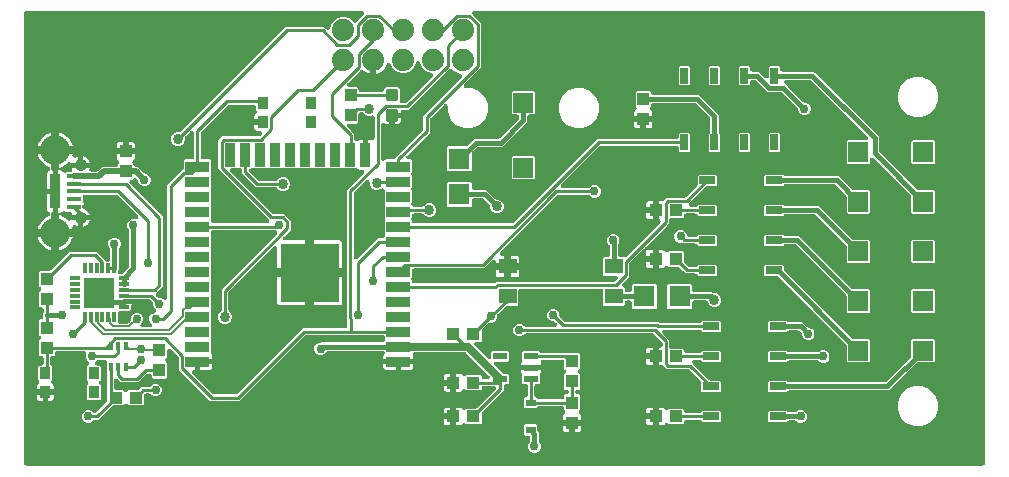
<source format=gbr>
G04 EAGLE Gerber RS-274X export*
G75*
%MOMM*%
%FSLAX34Y34*%
%LPD*%
%INTop Copper*%
%IPPOS*%
%AMOC8*
5,1,8,0,0,1.08239X$1,22.5*%
G01*
%ADD10R,1.680000X1.680000*%
%ADD11R,1.100000X1.000000*%
%ADD12R,1.000000X1.100000*%
%ADD13R,0.830000X0.630000*%
%ADD14C,0.300000*%
%ADD15R,2.000000X0.900000*%
%ADD16R,0.900000X2.000000*%
%ADD17R,5.000000X5.000000*%
%ADD18R,1.150000X0.400000*%
%ADD19C,2.500000*%
%ADD20R,0.900000X3.000000*%
%ADD21C,1.050000*%
%ADD22R,0.300000X0.660000*%
%ADD23R,1.800000X1.800000*%
%ADD24R,0.900000X1.000000*%
%ADD25R,1.500000X1.300000*%
%ADD26R,1.200000X0.550000*%
%ADD27R,0.300000X0.850000*%
%ADD28R,0.850000X0.300000*%
%ADD29R,2.550000X2.550000*%
%ADD30R,1.350000X0.650000*%
%ADD31R,0.650000X1.350000*%
%ADD32C,1.879600*%
%ADD33C,0.254000*%
%ADD34C,0.635000*%
%ADD35C,0.381000*%
%ADD36C,0.756400*%
%ADD37C,0.856400*%
%ADD38C,0.152400*%
%ADD39C,0.508000*%

G36*
X814517Y2802D02*
X814517Y2802D01*
X814584Y2799D01*
X814711Y2821D01*
X814839Y2835D01*
X814902Y2855D01*
X814968Y2866D01*
X815087Y2914D01*
X815210Y2953D01*
X815268Y2985D01*
X815330Y3010D01*
X815437Y3081D01*
X815550Y3144D01*
X815600Y3188D01*
X815656Y3224D01*
X815747Y3315D01*
X815844Y3400D01*
X815884Y3453D01*
X815931Y3500D01*
X816001Y3608D01*
X816079Y3711D01*
X816107Y3771D01*
X816144Y3827D01*
X816191Y3947D01*
X816246Y4063D01*
X816262Y4128D01*
X816286Y4190D01*
X816298Y4276D01*
X816338Y4442D01*
X816343Y4612D01*
X816355Y4699D01*
X816355Y385826D01*
X816348Y385892D01*
X816351Y385959D01*
X816329Y386086D01*
X816315Y386214D01*
X816295Y386277D01*
X816284Y386343D01*
X816236Y386462D01*
X816197Y386585D01*
X816165Y386643D01*
X816140Y386705D01*
X816069Y386812D01*
X816006Y386925D01*
X815962Y386975D01*
X815926Y387031D01*
X815835Y387122D01*
X815750Y387219D01*
X815697Y387259D01*
X815650Y387306D01*
X815542Y387376D01*
X815439Y387454D01*
X815379Y387482D01*
X815323Y387519D01*
X815203Y387566D01*
X815087Y387621D01*
X815022Y387637D01*
X814960Y387661D01*
X814874Y387673D01*
X814708Y387713D01*
X814538Y387718D01*
X814451Y387730D01*
X384186Y387730D01*
X384153Y387727D01*
X384120Y387729D01*
X383960Y387707D01*
X383799Y387690D01*
X383767Y387680D01*
X383734Y387676D01*
X383581Y387621D01*
X383427Y387572D01*
X383398Y387556D01*
X383367Y387545D01*
X383229Y387461D01*
X383088Y387381D01*
X383062Y387359D01*
X383034Y387342D01*
X382916Y387231D01*
X382794Y387125D01*
X382774Y387098D01*
X382749Y387076D01*
X382656Y386943D01*
X382559Y386814D01*
X382544Y386784D01*
X382525Y386757D01*
X382461Y386608D01*
X382392Y386462D01*
X382384Y386430D01*
X382370Y386399D01*
X382338Y386240D01*
X382300Y386083D01*
X382299Y386050D01*
X382292Y386017D01*
X382292Y385855D01*
X382287Y385693D01*
X382293Y385661D01*
X382293Y385627D01*
X382326Y385469D01*
X382354Y385309D01*
X382366Y385279D01*
X382373Y385246D01*
X382438Y385097D01*
X382497Y384947D01*
X382515Y384919D01*
X382529Y384889D01*
X382579Y384822D01*
X382712Y384622D01*
X382796Y384538D01*
X382840Y384480D01*
X389637Y377683D01*
X389637Y339867D01*
X375528Y325758D01*
X375507Y325733D01*
X375482Y325711D01*
X375384Y325582D01*
X375282Y325456D01*
X375267Y325427D01*
X375247Y325400D01*
X375177Y325254D01*
X375103Y325110D01*
X375094Y325078D01*
X375080Y325048D01*
X375041Y324891D01*
X374998Y324735D01*
X374995Y324701D01*
X374988Y324669D01*
X374982Y324507D01*
X374971Y324346D01*
X374976Y324313D01*
X374975Y324279D01*
X375003Y324120D01*
X375025Y323960D01*
X375036Y323928D01*
X375042Y323895D01*
X375101Y323745D01*
X375156Y323592D01*
X375173Y323564D01*
X375185Y323533D01*
X375274Y323398D01*
X375359Y323260D01*
X375381Y323235D01*
X375400Y323207D01*
X375514Y323093D01*
X375625Y322975D01*
X375652Y322956D01*
X375676Y322932D01*
X375811Y322844D01*
X375944Y322751D01*
X375974Y322738D01*
X376002Y322719D01*
X376153Y322660D01*
X376301Y322596D01*
X376334Y322589D01*
X376365Y322577D01*
X376448Y322566D01*
X376683Y322517D01*
X376802Y322518D01*
X376874Y322508D01*
X381838Y322508D01*
X388098Y319915D01*
X392890Y315123D01*
X395483Y308863D01*
X395483Y302087D01*
X392890Y295827D01*
X388098Y291035D01*
X381838Y288442D01*
X375062Y288442D01*
X368802Y291035D01*
X364010Y295827D01*
X361417Y302087D01*
X361417Y307051D01*
X361414Y307084D01*
X361416Y307117D01*
X361394Y307277D01*
X361377Y307438D01*
X361367Y307470D01*
X361363Y307503D01*
X361308Y307656D01*
X361259Y307810D01*
X361243Y307839D01*
X361232Y307870D01*
X361148Y308008D01*
X361068Y308149D01*
X361046Y308174D01*
X361029Y308203D01*
X360918Y308321D01*
X360812Y308443D01*
X360785Y308463D01*
X360763Y308488D01*
X360630Y308581D01*
X360501Y308678D01*
X360471Y308693D01*
X360444Y308712D01*
X360295Y308776D01*
X360149Y308845D01*
X360117Y308853D01*
X360086Y308867D01*
X359927Y308899D01*
X359770Y308937D01*
X359737Y308938D01*
X359704Y308945D01*
X359542Y308945D01*
X359380Y308950D01*
X359348Y308944D01*
X359314Y308944D01*
X359156Y308911D01*
X358996Y308883D01*
X358966Y308871D01*
X358933Y308864D01*
X358784Y308799D01*
X358634Y308740D01*
X358606Y308722D01*
X358576Y308708D01*
X358509Y308658D01*
X358309Y308525D01*
X358225Y308441D01*
X358167Y308397D01*
X346978Y297209D01*
X346916Y297132D01*
X346845Y297061D01*
X346793Y296981D01*
X346733Y296907D01*
X346687Y296818D01*
X346632Y296735D01*
X346597Y296646D01*
X346553Y296560D01*
X346526Y296465D01*
X346490Y296372D01*
X346480Y296300D01*
X346448Y296185D01*
X346432Y295945D01*
X346421Y295862D01*
X346421Y284836D01*
X326910Y265325D01*
X326889Y265300D01*
X326864Y265278D01*
X326766Y265149D01*
X326664Y265023D01*
X326649Y264994D01*
X326628Y264967D01*
X326559Y264821D01*
X326485Y264677D01*
X326476Y264645D01*
X326461Y264615D01*
X326423Y264458D01*
X326380Y264302D01*
X326377Y264268D01*
X326370Y264236D01*
X326364Y264074D01*
X326353Y263913D01*
X326358Y263880D01*
X326357Y263846D01*
X326384Y263687D01*
X326407Y263527D01*
X326418Y263495D01*
X326423Y263462D01*
X326483Y263312D01*
X326537Y263159D01*
X326555Y263131D01*
X326567Y263100D01*
X326656Y262965D01*
X326740Y262827D01*
X326763Y262802D01*
X326781Y262774D01*
X326896Y262660D01*
X327007Y262542D01*
X327034Y262523D01*
X327058Y262499D01*
X327193Y262411D01*
X327326Y262318D01*
X327356Y262305D01*
X327384Y262286D01*
X327535Y262227D01*
X327683Y262163D01*
X327716Y262156D01*
X327747Y262144D01*
X327829Y262133D01*
X328065Y262084D01*
X328184Y262085D01*
X328256Y262075D01*
X330257Y262075D01*
X331150Y261182D01*
X331150Y250896D01*
X331113Y250844D01*
X331032Y250744D01*
X331001Y250685D01*
X330963Y250631D01*
X330912Y250512D01*
X330853Y250398D01*
X330835Y250334D01*
X330808Y250273D01*
X330782Y250147D01*
X330748Y250023D01*
X330743Y249956D01*
X330730Y249891D01*
X330730Y249762D01*
X330721Y249634D01*
X330730Y249568D01*
X330730Y249501D01*
X330757Y249375D01*
X330775Y249248D01*
X330797Y249185D01*
X330811Y249120D01*
X330862Y249002D01*
X330905Y248880D01*
X330940Y248824D01*
X330967Y248763D01*
X331020Y248693D01*
X331108Y248548D01*
X331150Y248503D01*
X331150Y238196D01*
X331113Y238144D01*
X331032Y238044D01*
X331001Y237985D01*
X330963Y237931D01*
X330912Y237812D01*
X330853Y237698D01*
X330835Y237634D01*
X330808Y237573D01*
X330782Y237447D01*
X330748Y237323D01*
X330743Y237256D01*
X330730Y237191D01*
X330730Y237062D01*
X330721Y236934D01*
X330730Y236868D01*
X330730Y236801D01*
X330757Y236675D01*
X330775Y236548D01*
X330797Y236485D01*
X330811Y236420D01*
X330862Y236302D01*
X330905Y236180D01*
X330940Y236124D01*
X330967Y236063D01*
X331020Y235993D01*
X331108Y235848D01*
X331150Y235803D01*
X331150Y225496D01*
X331113Y225444D01*
X331032Y225344D01*
X331001Y225285D01*
X330963Y225231D01*
X330912Y225112D01*
X330853Y224998D01*
X330835Y224934D01*
X330808Y224873D01*
X330782Y224747D01*
X330748Y224623D01*
X330743Y224556D01*
X330730Y224491D01*
X330730Y224362D01*
X330721Y224234D01*
X330730Y224168D01*
X330730Y224101D01*
X330757Y223975D01*
X330775Y223848D01*
X330797Y223785D01*
X330811Y223720D01*
X330862Y223602D01*
X330905Y223480D01*
X330940Y223424D01*
X330967Y223363D01*
X331020Y223293D01*
X331108Y223148D01*
X331225Y223023D01*
X331278Y222953D01*
X331420Y222812D01*
X331436Y222788D01*
X331499Y222675D01*
X331543Y222625D01*
X331579Y222569D01*
X331670Y222478D01*
X331755Y222381D01*
X331808Y222341D01*
X331855Y222294D01*
X331963Y222224D01*
X332066Y222146D01*
X332126Y222118D01*
X332182Y222081D01*
X332302Y222034D01*
X332418Y221979D01*
X332483Y221963D01*
X332545Y221939D01*
X332631Y221927D01*
X332797Y221887D01*
X332967Y221882D01*
X333054Y221870D01*
X339869Y221870D01*
X339968Y221880D01*
X340068Y221880D01*
X340162Y221900D01*
X340257Y221910D01*
X340352Y221940D01*
X340449Y221960D01*
X340537Y221999D01*
X340628Y222028D01*
X340715Y222077D01*
X340806Y222116D01*
X340864Y222161D01*
X340968Y222219D01*
X341149Y222377D01*
X341216Y222427D01*
X342786Y223998D01*
X344920Y224882D01*
X347230Y224882D01*
X349364Y223998D01*
X350998Y222364D01*
X351882Y220230D01*
X351882Y217920D01*
X350998Y215786D01*
X349364Y214152D01*
X347230Y213268D01*
X344920Y213268D01*
X342786Y214152D01*
X341216Y215723D01*
X341138Y215785D01*
X341068Y215856D01*
X340987Y215908D01*
X340913Y215968D01*
X340825Y216014D01*
X340741Y216069D01*
X340652Y216104D01*
X340567Y216148D01*
X340471Y216175D01*
X340378Y216211D01*
X340306Y216221D01*
X340192Y216253D01*
X339952Y216269D01*
X339869Y216280D01*
X333054Y216280D01*
X332988Y216273D01*
X332921Y216276D01*
X332794Y216254D01*
X332666Y216240D01*
X332603Y216220D01*
X332537Y216209D01*
X332418Y216161D01*
X332295Y216122D01*
X332237Y216090D01*
X332175Y216065D01*
X332068Y215994D01*
X331955Y215931D01*
X331905Y215887D01*
X331849Y215851D01*
X331758Y215759D01*
X331661Y215675D01*
X331621Y215622D01*
X331574Y215575D01*
X331504Y215467D01*
X331426Y215364D01*
X331398Y215304D01*
X331361Y215248D01*
X331314Y215128D01*
X331259Y215012D01*
X331243Y214947D01*
X331219Y214885D01*
X331207Y214799D01*
X331167Y214633D01*
X331162Y214463D01*
X331150Y214376D01*
X331150Y212796D01*
X331113Y212744D01*
X331032Y212644D01*
X331001Y212585D01*
X330963Y212531D01*
X330912Y212412D01*
X330853Y212298D01*
X330835Y212234D01*
X330808Y212173D01*
X330782Y212047D01*
X330748Y211923D01*
X330743Y211856D01*
X330730Y211791D01*
X330730Y211662D01*
X330721Y211534D01*
X330730Y211468D01*
X330730Y211401D01*
X330757Y211275D01*
X330775Y211148D01*
X330797Y211085D01*
X330811Y211020D01*
X330862Y210902D01*
X330905Y210780D01*
X330940Y210724D01*
X330967Y210663D01*
X331020Y210593D01*
X331108Y210448D01*
X331150Y210403D01*
X331150Y209949D01*
X331157Y209883D01*
X331154Y209816D01*
X331176Y209689D01*
X331190Y209561D01*
X331210Y209498D01*
X331221Y209432D01*
X331269Y209313D01*
X331308Y209190D01*
X331340Y209132D01*
X331365Y209070D01*
X331436Y208963D01*
X331499Y208850D01*
X331543Y208800D01*
X331579Y208744D01*
X331670Y208653D01*
X331755Y208556D01*
X331808Y208516D01*
X331855Y208469D01*
X331963Y208399D01*
X332066Y208321D01*
X332126Y208293D01*
X332182Y208256D01*
X332302Y208209D01*
X332418Y208154D01*
X332483Y208138D01*
X332545Y208114D01*
X332631Y208102D01*
X332797Y208062D01*
X332967Y208057D01*
X333054Y208045D01*
X416029Y208045D01*
X416128Y208055D01*
X416227Y208055D01*
X416321Y208075D01*
X416416Y208085D01*
X416511Y208115D01*
X416609Y208135D01*
X416696Y208174D01*
X416788Y208203D01*
X416875Y208252D01*
X416966Y208291D01*
X417024Y208336D01*
X417128Y208394D01*
X417309Y208552D01*
X417375Y208602D01*
X488117Y279345D01*
X555296Y279345D01*
X555362Y279352D01*
X555429Y279349D01*
X555556Y279371D01*
X555684Y279385D01*
X555747Y279405D01*
X555813Y279416D01*
X555932Y279464D01*
X556055Y279503D01*
X556113Y279535D01*
X556175Y279560D01*
X556282Y279631D01*
X556395Y279694D01*
X556445Y279738D01*
X556501Y279774D01*
X556592Y279865D01*
X556689Y279950D01*
X556729Y280003D01*
X556776Y280050D01*
X556846Y280158D01*
X556924Y280261D01*
X556952Y280321D01*
X556989Y280377D01*
X557036Y280497D01*
X557091Y280613D01*
X557107Y280678D01*
X557131Y280740D01*
X557143Y280826D01*
X557183Y280992D01*
X557188Y281162D01*
X557200Y281249D01*
X557200Y283932D01*
X558093Y284825D01*
X565857Y284825D01*
X566750Y283932D01*
X566750Y269168D01*
X565857Y268275D01*
X558093Y268275D01*
X557200Y269168D01*
X557200Y271851D01*
X557193Y271917D01*
X557196Y271984D01*
X557174Y272111D01*
X557160Y272239D01*
X557140Y272302D01*
X557129Y272368D01*
X557081Y272487D01*
X557042Y272610D01*
X557010Y272668D01*
X556985Y272730D01*
X556914Y272837D01*
X556851Y272950D01*
X556807Y273000D01*
X556771Y273056D01*
X556680Y273147D01*
X556595Y273244D01*
X556542Y273284D01*
X556495Y273331D01*
X556387Y273401D01*
X556284Y273479D01*
X556224Y273507D01*
X556168Y273544D01*
X556048Y273591D01*
X555932Y273646D01*
X555867Y273662D01*
X555805Y273686D01*
X555719Y273698D01*
X555553Y273738D01*
X555383Y273743D01*
X555296Y273755D01*
X491221Y273755D01*
X491122Y273745D01*
X491023Y273745D01*
X490929Y273725D01*
X490834Y273715D01*
X490739Y273685D01*
X490641Y273665D01*
X490554Y273626D01*
X490462Y273597D01*
X490375Y273548D01*
X490284Y273509D01*
X490226Y273464D01*
X490122Y273406D01*
X489941Y273248D01*
X489875Y273198D01*
X457673Y240995D01*
X457652Y240970D01*
X457627Y240948D01*
X457529Y240818D01*
X457427Y240693D01*
X457412Y240664D01*
X457391Y240637D01*
X457322Y240491D01*
X457248Y240347D01*
X457239Y240315D01*
X457224Y240285D01*
X457186Y240128D01*
X457143Y239972D01*
X457140Y239938D01*
X457133Y239906D01*
X457127Y239744D01*
X457116Y239583D01*
X457121Y239550D01*
X457120Y239516D01*
X457147Y239357D01*
X457170Y239197D01*
X457181Y239165D01*
X457186Y239132D01*
X457246Y238982D01*
X457300Y238829D01*
X457318Y238801D01*
X457330Y238770D01*
X457419Y238635D01*
X457503Y238497D01*
X457526Y238472D01*
X457544Y238444D01*
X457659Y238330D01*
X457770Y238212D01*
X457797Y238193D01*
X457821Y238169D01*
X457956Y238081D01*
X458089Y237988D01*
X458119Y237975D01*
X458147Y237956D01*
X458298Y237897D01*
X458446Y237833D01*
X458479Y237826D01*
X458510Y237814D01*
X458592Y237803D01*
X458828Y237754D01*
X458947Y237755D01*
X459019Y237745D01*
X480276Y237745D01*
X480375Y237755D01*
X480475Y237755D01*
X480569Y237775D01*
X480664Y237785D01*
X480759Y237815D01*
X480856Y237835D01*
X480944Y237874D01*
X481035Y237903D01*
X481122Y237952D01*
X481213Y237991D01*
X481271Y238036D01*
X481375Y238094D01*
X481556Y238252D01*
X481623Y238302D01*
X482769Y239449D01*
X484719Y240257D01*
X486831Y240257D01*
X488781Y239449D01*
X490274Y237956D01*
X491082Y236006D01*
X491082Y233894D01*
X490274Y231944D01*
X488781Y230451D01*
X486831Y229643D01*
X484719Y229643D01*
X482769Y230451D01*
X481623Y231598D01*
X481545Y231660D01*
X481475Y231731D01*
X481395Y231783D01*
X481320Y231843D01*
X481232Y231889D01*
X481148Y231944D01*
X481059Y231979D01*
X480974Y232023D01*
X480878Y232050D01*
X480786Y232086D01*
X480713Y232096D01*
X480599Y232128D01*
X480359Y232144D01*
X480276Y232155D01*
X455369Y232155D01*
X455270Y232145D01*
X455170Y232145D01*
X455076Y232125D01*
X454981Y232115D01*
X454886Y232085D01*
X454789Y232065D01*
X454701Y232026D01*
X454610Y231997D01*
X454523Y231948D01*
X454432Y231909D01*
X454373Y231864D01*
X454270Y231806D01*
X454089Y231648D01*
X454022Y231598D01*
X406166Y183741D01*
X406145Y183716D01*
X406120Y183694D01*
X406022Y183565D01*
X405920Y183439D01*
X405905Y183410D01*
X405885Y183383D01*
X405815Y183237D01*
X405741Y183093D01*
X405732Y183061D01*
X405718Y183031D01*
X405680Y182874D01*
X405636Y182718D01*
X405634Y182684D01*
X405626Y182652D01*
X405621Y182490D01*
X405610Y182329D01*
X405614Y182296D01*
X405613Y182262D01*
X405641Y182103D01*
X405663Y181943D01*
X405674Y181911D01*
X405680Y181878D01*
X405739Y181728D01*
X405794Y181575D01*
X405811Y181547D01*
X405823Y181516D01*
X405912Y181381D01*
X405997Y181243D01*
X406019Y181218D01*
X406038Y181190D01*
X406153Y181076D01*
X406263Y180958D01*
X406290Y180939D01*
X406314Y180915D01*
X406450Y180827D01*
X406582Y180734D01*
X406612Y180721D01*
X406640Y180702D01*
X406791Y180643D01*
X406940Y180579D01*
X406972Y180572D01*
X407003Y180560D01*
X407086Y180549D01*
X407322Y180500D01*
X407440Y180501D01*
X407513Y180491D01*
X408951Y180491D01*
X408951Y174699D01*
X402159Y174699D01*
X402159Y175137D01*
X402156Y175170D01*
X402158Y175204D01*
X402136Y175364D01*
X402119Y175525D01*
X402109Y175557D01*
X402105Y175590D01*
X402050Y175742D01*
X402001Y175897D01*
X401985Y175926D01*
X401974Y175957D01*
X401890Y176095D01*
X401810Y176236D01*
X401788Y176261D01*
X401771Y176290D01*
X401660Y176408D01*
X401554Y176530D01*
X401527Y176550D01*
X401505Y176574D01*
X401372Y176668D01*
X401243Y176765D01*
X401213Y176779D01*
X401186Y176799D01*
X401037Y176863D01*
X400891Y176932D01*
X400859Y176940D01*
X400828Y176953D01*
X400669Y176986D01*
X400512Y177024D01*
X400479Y177025D01*
X400446Y177032D01*
X400284Y177032D01*
X400122Y177037D01*
X400090Y177031D01*
X400056Y177031D01*
X399898Y176998D01*
X399738Y176970D01*
X399708Y176958D01*
X399675Y176951D01*
X399526Y176886D01*
X399376Y176827D01*
X399348Y176808D01*
X399318Y176795D01*
X399251Y176744D01*
X399051Y176612D01*
X398967Y176528D01*
X398909Y176484D01*
X392186Y169761D01*
X333054Y169761D01*
X332988Y169754D01*
X332921Y169757D01*
X332794Y169735D01*
X332666Y169721D01*
X332603Y169701D01*
X332537Y169690D01*
X332418Y169642D01*
X332295Y169603D01*
X332237Y169571D01*
X332175Y169546D01*
X332068Y169475D01*
X331955Y169412D01*
X331905Y169368D01*
X331849Y169332D01*
X331758Y169241D01*
X331661Y169156D01*
X331621Y169103D01*
X331574Y169056D01*
X331504Y168948D01*
X331426Y168845D01*
X331398Y168785D01*
X331361Y168729D01*
X331314Y168609D01*
X331259Y168493D01*
X331243Y168428D01*
X331219Y168366D01*
X331207Y168280D01*
X331167Y168114D01*
X331162Y167944D01*
X331150Y167857D01*
X331150Y161996D01*
X331113Y161944D01*
X331032Y161844D01*
X331001Y161785D01*
X330963Y161731D01*
X330912Y161612D01*
X330853Y161498D01*
X330835Y161434D01*
X330808Y161373D01*
X330782Y161247D01*
X330748Y161123D01*
X330743Y161056D01*
X330730Y160991D01*
X330730Y160862D01*
X330721Y160734D01*
X330730Y160668D01*
X330730Y160601D01*
X330757Y160475D01*
X330775Y160348D01*
X330797Y160285D01*
X330811Y160220D01*
X330862Y160102D01*
X330905Y159980D01*
X330940Y159924D01*
X330967Y159863D01*
X331020Y159793D01*
X331108Y159648D01*
X331150Y159603D01*
X331150Y159149D01*
X331157Y159083D01*
X331154Y159016D01*
X331176Y158889D01*
X331190Y158761D01*
X331210Y158698D01*
X331221Y158632D01*
X331269Y158513D01*
X331308Y158390D01*
X331340Y158332D01*
X331365Y158270D01*
X331436Y158163D01*
X331499Y158050D01*
X331543Y158000D01*
X331579Y157944D01*
X331670Y157853D01*
X331755Y157756D01*
X331808Y157716D01*
X331855Y157669D01*
X331963Y157599D01*
X332066Y157521D01*
X332126Y157493D01*
X332182Y157456D01*
X332302Y157409D01*
X332418Y157354D01*
X332483Y157338D01*
X332545Y157314D01*
X332631Y157302D01*
X332797Y157262D01*
X332967Y157257D01*
X333054Y157245D01*
X400702Y157245D01*
X400801Y157255D01*
X400901Y157255D01*
X400995Y157275D01*
X401090Y157285D01*
X401185Y157315D01*
X401282Y157335D01*
X401370Y157374D01*
X401462Y157403D01*
X401548Y157452D01*
X401640Y157491D01*
X401698Y157536D01*
X401801Y157594D01*
X401983Y157752D01*
X402049Y157802D01*
X402385Y158139D01*
X502099Y158139D01*
X502198Y158149D01*
X502297Y158149D01*
X502391Y158169D01*
X502487Y158179D01*
X502581Y158209D01*
X502679Y158229D01*
X502767Y158268D01*
X502858Y158297D01*
X502945Y158345D01*
X503036Y158385D01*
X503094Y158430D01*
X503198Y158488D01*
X503379Y158646D01*
X503445Y158696D01*
X504923Y160174D01*
X504945Y160200D01*
X504970Y160222D01*
X505067Y160351D01*
X505169Y160477D01*
X505185Y160506D01*
X505205Y160533D01*
X505274Y160679D01*
X505349Y160823D01*
X505358Y160855D01*
X505372Y160885D01*
X505410Y161042D01*
X505454Y161198D01*
X505456Y161232D01*
X505464Y161264D01*
X505469Y161426D01*
X505480Y161587D01*
X505476Y161620D01*
X505477Y161654D01*
X505449Y161813D01*
X505427Y161973D01*
X505416Y162005D01*
X505410Y162038D01*
X505350Y162188D01*
X505296Y162341D01*
X505278Y162369D01*
X505266Y162400D01*
X505177Y162535D01*
X505093Y162673D01*
X505070Y162698D01*
X505052Y162726D01*
X504937Y162840D01*
X504827Y162958D01*
X504799Y162977D01*
X504776Y163001D01*
X504640Y163089D01*
X504508Y163182D01*
X504477Y163196D01*
X504449Y163214D01*
X504299Y163273D01*
X504150Y163337D01*
X504117Y163344D01*
X504086Y163356D01*
X504004Y163367D01*
X503768Y163416D01*
X503649Y163415D01*
X503577Y163425D01*
X494068Y163425D01*
X493175Y164318D01*
X493175Y178582D01*
X494068Y179475D01*
X496866Y179475D01*
X496932Y179482D01*
X496999Y179479D01*
X497126Y179501D01*
X497254Y179515D01*
X497317Y179535D01*
X497383Y179546D01*
X497502Y179594D01*
X497625Y179633D01*
X497683Y179665D01*
X497745Y179690D01*
X497852Y179761D01*
X497965Y179824D01*
X498015Y179868D01*
X498071Y179904D01*
X498162Y179995D01*
X498259Y180080D01*
X498299Y180133D01*
X498346Y180180D01*
X498416Y180288D01*
X498494Y180391D01*
X498522Y180451D01*
X498559Y180507D01*
X498606Y180627D01*
X498661Y180743D01*
X498677Y180808D01*
X498701Y180870D01*
X498713Y180956D01*
X498753Y181122D01*
X498758Y181292D01*
X498770Y181379D01*
X498770Y188261D01*
X498760Y188360D01*
X498760Y188460D01*
X498740Y188554D01*
X498730Y188649D01*
X498700Y188744D01*
X498680Y188841D01*
X498641Y188929D01*
X498612Y189020D01*
X498563Y189107D01*
X498524Y189198D01*
X498479Y189256D01*
X498421Y189360D01*
X498263Y189541D01*
X498213Y189608D01*
X497151Y190669D01*
X496343Y192619D01*
X496343Y194731D01*
X497151Y196681D01*
X498644Y198174D01*
X500594Y198982D01*
X502706Y198982D01*
X504656Y198174D01*
X506149Y196681D01*
X506957Y194731D01*
X506957Y192619D01*
X506141Y190651D01*
X506125Y190630D01*
X506054Y190560D01*
X506002Y190480D01*
X505942Y190405D01*
X505896Y190317D01*
X505841Y190233D01*
X505806Y190144D01*
X505762Y190059D01*
X505735Y189963D01*
X505699Y189871D01*
X505689Y189798D01*
X505657Y189684D01*
X505641Y189444D01*
X505630Y189361D01*
X505630Y181379D01*
X505637Y181313D01*
X505634Y181246D01*
X505656Y181119D01*
X505670Y180991D01*
X505690Y180928D01*
X505701Y180862D01*
X505749Y180743D01*
X505788Y180620D01*
X505820Y180562D01*
X505845Y180500D01*
X505916Y180393D01*
X505979Y180280D01*
X506023Y180230D01*
X506059Y180174D01*
X506150Y180083D01*
X506235Y179986D01*
X506288Y179946D01*
X506335Y179899D01*
X506443Y179829D01*
X506546Y179751D01*
X506606Y179723D01*
X506662Y179686D01*
X506782Y179639D01*
X506898Y179584D01*
X506963Y179568D01*
X507025Y179544D01*
X507111Y179532D01*
X507277Y179492D01*
X507447Y179487D01*
X507534Y179475D01*
X510432Y179475D01*
X510434Y179474D01*
X510552Y179422D01*
X510666Y179363D01*
X510731Y179345D01*
X510791Y179319D01*
X510917Y179293D01*
X511042Y179258D01*
X511108Y179254D01*
X511173Y179240D01*
X511302Y179240D01*
X511431Y179232D01*
X511496Y179241D01*
X511563Y179241D01*
X511689Y179267D01*
X511817Y179285D01*
X511879Y179307D01*
X511945Y179321D01*
X512062Y179373D01*
X512184Y179416D01*
X512241Y179451D01*
X512302Y179477D01*
X512371Y179530D01*
X512517Y179619D01*
X512641Y179735D01*
X512711Y179788D01*
X541206Y208284D01*
X541227Y208309D01*
X541252Y208331D01*
X541350Y208460D01*
X541452Y208586D01*
X541467Y208615D01*
X541488Y208642D01*
X541557Y208788D01*
X541631Y208932D01*
X541640Y208964D01*
X541655Y208994D01*
X541693Y209151D01*
X541736Y209307D01*
X541739Y209341D01*
X541746Y209373D01*
X541752Y209535D01*
X541763Y209696D01*
X541758Y209729D01*
X541759Y209763D01*
X541732Y209922D01*
X541709Y210082D01*
X541698Y210114D01*
X541693Y210147D01*
X541633Y210297D01*
X541579Y210450D01*
X541561Y210478D01*
X541549Y210509D01*
X541460Y210644D01*
X541376Y210782D01*
X541353Y210807D01*
X541335Y210835D01*
X541220Y210949D01*
X541109Y211067D01*
X541082Y211086D01*
X541058Y211110D01*
X540923Y211198D01*
X540790Y211291D01*
X540760Y211304D01*
X540732Y211323D01*
X540581Y211382D01*
X540433Y211446D01*
X540400Y211453D01*
X540369Y211465D01*
X540287Y211476D01*
X540099Y211515D01*
X540099Y218480D01*
X540092Y218546D01*
X540095Y218612D01*
X540073Y218739D01*
X540059Y218868D01*
X540039Y218931D01*
X540028Y218996D01*
X539999Y219070D01*
X540006Y219099D01*
X540030Y219161D01*
X540042Y219248D01*
X540082Y219413D01*
X540087Y219583D01*
X540099Y219670D01*
X540099Y226616D01*
X542948Y226616D01*
X543047Y226626D01*
X543147Y226626D01*
X543241Y226646D01*
X543336Y226656D01*
X543431Y226686D01*
X543528Y226706D01*
X543616Y226745D01*
X543708Y226774D01*
X543794Y226822D01*
X543886Y226862D01*
X543944Y226907D01*
X544047Y226965D01*
X544228Y227123D01*
X544295Y227173D01*
X545706Y228585D01*
X546785Y229664D01*
X561798Y229664D01*
X561897Y229674D01*
X561996Y229674D01*
X562090Y229694D01*
X562185Y229704D01*
X562280Y229734D01*
X562378Y229754D01*
X562465Y229793D01*
X562557Y229822D01*
X562644Y229871D01*
X562735Y229910D01*
X562793Y229955D01*
X562897Y230013D01*
X563078Y230171D01*
X563144Y230221D01*
X572518Y239595D01*
X572580Y239672D01*
X572651Y239743D01*
X572703Y239823D01*
X572763Y239897D01*
X572809Y239986D01*
X572864Y240069D01*
X572899Y240158D01*
X572943Y240243D01*
X572970Y240339D01*
X573006Y240432D01*
X573016Y240504D01*
X573048Y240619D01*
X573064Y240859D01*
X573075Y240941D01*
X573075Y248357D01*
X573968Y249250D01*
X588732Y249250D01*
X589625Y248357D01*
X589625Y240593D01*
X588732Y239700D01*
X581316Y239700D01*
X581217Y239690D01*
X581118Y239690D01*
X581024Y239670D01*
X580929Y239660D01*
X580834Y239630D01*
X580736Y239610D01*
X580648Y239571D01*
X580557Y239542D01*
X580470Y239493D01*
X580379Y239454D01*
X580321Y239409D01*
X580217Y239351D01*
X580036Y239193D01*
X579970Y239143D01*
X567097Y226269D01*
X567096Y226269D01*
X565948Y225121D01*
X565927Y225095D01*
X565902Y225073D01*
X565804Y224944D01*
X565702Y224818D01*
X565687Y224789D01*
X565666Y224762D01*
X565597Y224616D01*
X565523Y224472D01*
X565514Y224440D01*
X565499Y224410D01*
X565461Y224253D01*
X565418Y224097D01*
X565415Y224063D01*
X565408Y224031D01*
X565402Y223869D01*
X565391Y223708D01*
X565396Y223675D01*
X565395Y223641D01*
X565422Y223482D01*
X565445Y223322D01*
X565456Y223290D01*
X565461Y223257D01*
X565521Y223107D01*
X565575Y222954D01*
X565593Y222926D01*
X565605Y222895D01*
X565694Y222760D01*
X565778Y222622D01*
X565801Y222597D01*
X565819Y222569D01*
X565934Y222455D01*
X566045Y222337D01*
X566072Y222318D01*
X566096Y222294D01*
X566231Y222206D01*
X566364Y222113D01*
X566394Y222099D01*
X566422Y222081D01*
X566573Y222022D01*
X566721Y221958D01*
X566754Y221951D01*
X566785Y221939D01*
X566867Y221928D01*
X567103Y221879D01*
X567222Y221880D01*
X567294Y221870D01*
X571200Y221870D01*
X571299Y221880D01*
X571398Y221880D01*
X571492Y221900D01*
X571587Y221910D01*
X571682Y221940D01*
X571780Y221960D01*
X571868Y221999D01*
X571959Y222028D01*
X572046Y222077D01*
X572137Y222116D01*
X572195Y222161D01*
X572299Y222219D01*
X572480Y222377D01*
X572546Y222427D01*
X573968Y223850D01*
X588732Y223850D01*
X589625Y222957D01*
X589625Y215193D01*
X588732Y214300D01*
X573968Y214300D01*
X572546Y215723D01*
X572469Y215785D01*
X572398Y215856D01*
X572318Y215908D01*
X572244Y215968D01*
X572155Y216014D01*
X572072Y216069D01*
X571983Y216104D01*
X571898Y216148D01*
X571802Y216175D01*
X571709Y216211D01*
X571637Y216221D01*
X571522Y216253D01*
X571282Y216269D01*
X571200Y216280D01*
X563529Y216280D01*
X563463Y216273D01*
X563396Y216276D01*
X563269Y216254D01*
X563141Y216240D01*
X563078Y216220D01*
X563012Y216209D01*
X562893Y216161D01*
X562770Y216122D01*
X562712Y216090D01*
X562650Y216065D01*
X562543Y215994D01*
X562430Y215931D01*
X562380Y215887D01*
X562324Y215851D01*
X562233Y215759D01*
X562136Y215675D01*
X562096Y215622D01*
X562049Y215575D01*
X561979Y215467D01*
X561901Y215364D01*
X561873Y215304D01*
X561836Y215248D01*
X561789Y215128D01*
X561734Y215012D01*
X561718Y214947D01*
X561694Y214885D01*
X561682Y214799D01*
X561642Y214633D01*
X561637Y214463D01*
X561625Y214376D01*
X561625Y213443D01*
X560732Y212550D01*
X551005Y212550D01*
X550939Y212543D01*
X550872Y212546D01*
X550745Y212524D01*
X550617Y212510D01*
X550554Y212490D01*
X550488Y212479D01*
X550369Y212431D01*
X550246Y212392D01*
X550188Y212360D01*
X550126Y212335D01*
X550019Y212264D01*
X549906Y212201D01*
X549856Y212157D01*
X549800Y212121D01*
X549709Y212030D01*
X549612Y211945D01*
X549572Y211892D01*
X549525Y211845D01*
X549455Y211737D01*
X549377Y211634D01*
X549349Y211574D01*
X549312Y211518D01*
X549265Y211398D01*
X549210Y211282D01*
X549194Y211217D01*
X549170Y211155D01*
X549158Y211069D01*
X549118Y210903D01*
X549113Y210733D01*
X549101Y210646D01*
X549101Y208273D01*
X546906Y206079D01*
X529145Y188317D01*
X529090Y188250D01*
X529027Y188188D01*
X528967Y188099D01*
X528899Y188015D01*
X528858Y187937D01*
X528810Y187865D01*
X528769Y187765D01*
X528719Y187669D01*
X528696Y187585D01*
X528663Y187504D01*
X528643Y187397D01*
X528614Y187293D01*
X528608Y187206D01*
X528593Y187120D01*
X528595Y187012D01*
X528588Y186904D01*
X528600Y186818D01*
X528602Y186731D01*
X528626Y186625D01*
X528641Y186518D01*
X528671Y186436D01*
X528690Y186351D01*
X528736Y186253D01*
X528772Y186151D01*
X528808Y186093D01*
X528761Y186113D01*
X528666Y186165D01*
X528582Y186190D01*
X528502Y186225D01*
X528397Y186247D01*
X528293Y186278D01*
X528206Y186286D01*
X528121Y186304D01*
X528012Y186303D01*
X527905Y186313D01*
X527818Y186303D01*
X527731Y186303D01*
X527625Y186281D01*
X527518Y186268D01*
X527435Y186241D01*
X527349Y186223D01*
X527250Y186179D01*
X527148Y186145D01*
X527072Y186102D01*
X526992Y186067D01*
X526929Y186018D01*
X526810Y185950D01*
X526653Y185809D01*
X526583Y185755D01*
X515846Y175019D01*
X515784Y174942D01*
X515713Y174871D01*
X515661Y174791D01*
X515601Y174717D01*
X515555Y174628D01*
X515500Y174545D01*
X515465Y174456D01*
X515421Y174371D01*
X515394Y174275D01*
X515358Y174182D01*
X515348Y174110D01*
X515316Y173995D01*
X515300Y173755D01*
X515289Y173673D01*
X515289Y162635D01*
X509876Y157223D01*
X509835Y157171D01*
X509786Y157126D01*
X509712Y157020D01*
X509631Y156920D01*
X509600Y156861D01*
X509562Y156807D01*
X509511Y156689D01*
X509451Y156574D01*
X509433Y156510D01*
X509407Y156449D01*
X509381Y156323D01*
X509346Y156199D01*
X509342Y156133D01*
X509328Y156068D01*
X509329Y155939D01*
X509320Y155810D01*
X509329Y155744D01*
X509329Y155678D01*
X509356Y155551D01*
X509373Y155424D01*
X509396Y155361D01*
X509409Y155296D01*
X509461Y155178D01*
X509504Y155057D01*
X509539Y155000D01*
X509565Y154939D01*
X509618Y154869D01*
X509707Y154724D01*
X509823Y154600D01*
X509876Y154530D01*
X511225Y153182D01*
X511225Y151384D01*
X511232Y151318D01*
X511229Y151251D01*
X511251Y151124D01*
X511265Y150996D01*
X511285Y150933D01*
X511296Y150867D01*
X511344Y150748D01*
X511383Y150625D01*
X511415Y150567D01*
X511440Y150505D01*
X511511Y150398D01*
X511574Y150285D01*
X511618Y150235D01*
X511654Y150179D01*
X511745Y150088D01*
X511830Y149991D01*
X511883Y149951D01*
X511930Y149904D01*
X512038Y149834D01*
X512141Y149756D01*
X512201Y149728D01*
X512257Y149691D01*
X512377Y149644D01*
X512493Y149589D01*
X512558Y149573D01*
X512620Y149549D01*
X512706Y149537D01*
X512872Y149497D01*
X513042Y149492D01*
X513129Y149480D01*
X515506Y149480D01*
X515572Y149487D01*
X515639Y149484D01*
X515766Y149506D01*
X515894Y149520D01*
X515957Y149540D01*
X516023Y149551D01*
X516142Y149599D01*
X516265Y149638D01*
X516323Y149670D01*
X516385Y149695D01*
X516492Y149766D01*
X516605Y149829D01*
X516655Y149873D01*
X516711Y149909D01*
X516802Y150000D01*
X516899Y150085D01*
X516939Y150138D01*
X516986Y150185D01*
X517056Y150293D01*
X517134Y150396D01*
X517162Y150456D01*
X517199Y150512D01*
X517246Y150632D01*
X517301Y150748D01*
X517317Y150813D01*
X517341Y150875D01*
X517353Y150961D01*
X517393Y151127D01*
X517398Y151297D01*
X517410Y151384D01*
X517410Y155682D01*
X518303Y156575D01*
X537567Y156575D01*
X538460Y155682D01*
X538460Y136418D01*
X537567Y135525D01*
X518303Y135525D01*
X517410Y136418D01*
X517410Y140716D01*
X517403Y140782D01*
X517406Y140849D01*
X517384Y140976D01*
X517370Y141104D01*
X517350Y141167D01*
X517339Y141233D01*
X517291Y141352D01*
X517252Y141475D01*
X517220Y141533D01*
X517195Y141595D01*
X517124Y141702D01*
X517061Y141815D01*
X517017Y141865D01*
X516981Y141921D01*
X516890Y142012D01*
X516805Y142109D01*
X516752Y142149D01*
X516705Y142196D01*
X516597Y142266D01*
X516494Y142344D01*
X516434Y142372D01*
X516378Y142409D01*
X516258Y142456D01*
X516142Y142511D01*
X516077Y142527D01*
X516015Y142551D01*
X515929Y142563D01*
X515763Y142603D01*
X515593Y142608D01*
X515506Y142620D01*
X513129Y142620D01*
X513063Y142613D01*
X512996Y142616D01*
X512869Y142594D01*
X512741Y142580D01*
X512678Y142560D01*
X512612Y142549D01*
X512493Y142501D01*
X512370Y142462D01*
X512312Y142430D01*
X512250Y142405D01*
X512143Y142334D01*
X512030Y142271D01*
X511980Y142227D01*
X511924Y142191D01*
X511833Y142100D01*
X511736Y142015D01*
X511696Y141962D01*
X511649Y141915D01*
X511579Y141807D01*
X511501Y141704D01*
X511473Y141644D01*
X511436Y141588D01*
X511389Y141468D01*
X511334Y141352D01*
X511318Y141287D01*
X511294Y141225D01*
X511282Y141139D01*
X511242Y140973D01*
X511237Y140803D01*
X511225Y140716D01*
X511225Y138918D01*
X510332Y138025D01*
X494068Y138025D01*
X493175Y138918D01*
X493175Y150645D01*
X493168Y150711D01*
X493171Y150778D01*
X493149Y150905D01*
X493135Y151033D01*
X493115Y151096D01*
X493104Y151162D01*
X493056Y151281D01*
X493017Y151404D01*
X492985Y151462D01*
X492960Y151524D01*
X492889Y151631D01*
X492826Y151744D01*
X492782Y151794D01*
X492746Y151850D01*
X492655Y151941D01*
X492570Y152038D01*
X492517Y152078D01*
X492470Y152125D01*
X492362Y152195D01*
X492259Y152273D01*
X492199Y152301D01*
X492143Y152338D01*
X492023Y152385D01*
X491907Y152440D01*
X491842Y152456D01*
X491780Y152480D01*
X491694Y152492D01*
X491528Y152532D01*
X491358Y152537D01*
X491271Y152549D01*
X423129Y152549D01*
X423063Y152542D01*
X422996Y152545D01*
X422869Y152523D01*
X422741Y152509D01*
X422678Y152489D01*
X422612Y152478D01*
X422493Y152430D01*
X422370Y152391D01*
X422312Y152359D01*
X422250Y152334D01*
X422143Y152263D01*
X422030Y152200D01*
X421980Y152156D01*
X421924Y152120D01*
X421833Y152028D01*
X421736Y151944D01*
X421696Y151891D01*
X421649Y151844D01*
X421579Y151736D01*
X421501Y151633D01*
X421473Y151573D01*
X421436Y151517D01*
X421389Y151397D01*
X421334Y151281D01*
X421318Y151216D01*
X421294Y151154D01*
X421282Y151068D01*
X421242Y150902D01*
X421237Y150732D01*
X421225Y150645D01*
X421225Y138918D01*
X420332Y138025D01*
X411616Y138025D01*
X411517Y138015D01*
X411418Y138015D01*
X411324Y137995D01*
X411229Y137985D01*
X411134Y137955D01*
X411036Y137935D01*
X410949Y137896D01*
X410857Y137867D01*
X410770Y137818D01*
X410679Y137779D01*
X410621Y137734D01*
X410517Y137676D01*
X410336Y137518D01*
X410270Y137468D01*
X403814Y131012D01*
X403752Y130935D01*
X403681Y130864D01*
X403629Y130784D01*
X403569Y130710D01*
X403523Y130621D01*
X403468Y130538D01*
X403433Y130449D01*
X403389Y130364D01*
X403362Y130268D01*
X403326Y130175D01*
X403316Y130103D01*
X403284Y129988D01*
X403268Y129748D01*
X403257Y129666D01*
X403257Y128044D01*
X402449Y126094D01*
X400956Y124601D01*
X399006Y123793D01*
X397384Y123793D01*
X397285Y123783D01*
X397186Y123783D01*
X397092Y123763D01*
X396997Y123753D01*
X396902Y123723D01*
X396804Y123703D01*
X396717Y123664D01*
X396625Y123635D01*
X396538Y123586D01*
X396447Y123547D01*
X396389Y123502D01*
X396285Y123444D01*
X396104Y123286D01*
X396038Y123236D01*
X390732Y117930D01*
X390670Y117853D01*
X390599Y117782D01*
X390547Y117702D01*
X390487Y117628D01*
X390441Y117539D01*
X390386Y117456D01*
X390351Y117367D01*
X390307Y117282D01*
X390280Y117186D01*
X390244Y117093D01*
X390234Y117021D01*
X390202Y116906D01*
X390186Y116666D01*
X390175Y116584D01*
X390175Y108668D01*
X389282Y107775D01*
X385792Y107775D01*
X385759Y107772D01*
X385726Y107774D01*
X385566Y107752D01*
X385405Y107735D01*
X385373Y107725D01*
X385340Y107721D01*
X385187Y107666D01*
X385033Y107617D01*
X385004Y107601D01*
X384973Y107590D01*
X384835Y107506D01*
X384693Y107426D01*
X384668Y107404D01*
X384640Y107387D01*
X384522Y107276D01*
X384400Y107170D01*
X384380Y107143D01*
X384355Y107121D01*
X384262Y106988D01*
X384165Y106859D01*
X384150Y106829D01*
X384131Y106802D01*
X384067Y106653D01*
X383997Y106507D01*
X383990Y106475D01*
X383976Y106444D01*
X383944Y106285D01*
X383906Y106128D01*
X383904Y106095D01*
X383898Y106062D01*
X383898Y105900D01*
X383893Y105738D01*
X383898Y105706D01*
X383899Y105672D01*
X383932Y105514D01*
X383960Y105354D01*
X383972Y105324D01*
X383979Y105291D01*
X384044Y105142D01*
X384103Y104992D01*
X384121Y104964D01*
X384135Y104934D01*
X384185Y104867D01*
X384317Y104667D01*
X384402Y104583D01*
X384446Y104525D01*
X395324Y93647D01*
X395349Y93626D01*
X395371Y93601D01*
X395500Y93503D01*
X395626Y93401D01*
X395655Y93386D01*
X395682Y93366D01*
X395828Y93296D01*
X395972Y93222D01*
X396004Y93213D01*
X396034Y93198D01*
X396191Y93160D01*
X396347Y93117D01*
X396381Y93114D01*
X396413Y93107D01*
X396575Y93101D01*
X396736Y93090D01*
X396769Y93095D01*
X396803Y93094D01*
X396962Y93121D01*
X397122Y93144D01*
X397154Y93155D01*
X397187Y93161D01*
X397337Y93220D01*
X397490Y93275D01*
X397518Y93292D01*
X397549Y93304D01*
X397684Y93393D01*
X397822Y93477D01*
X397847Y93500D01*
X397875Y93518D01*
X397989Y93633D01*
X398107Y93744D01*
X398126Y93771D01*
X398150Y93795D01*
X398238Y93930D01*
X398331Y94063D01*
X398344Y94093D01*
X398363Y94121D01*
X398422Y94272D01*
X398486Y94420D01*
X398493Y94453D01*
X398505Y94484D01*
X398516Y94567D01*
X398565Y94802D01*
X398564Y94921D01*
X398574Y94993D01*
X398574Y98607D01*
X399467Y99500D01*
X412731Y99500D01*
X413624Y98607D01*
X413624Y91843D01*
X412731Y90950D01*
X402617Y90950D01*
X402584Y90947D01*
X402551Y90949D01*
X402391Y90927D01*
X402230Y90910D01*
X402198Y90900D01*
X402165Y90896D01*
X402012Y90841D01*
X401858Y90792D01*
X401829Y90776D01*
X401798Y90765D01*
X401660Y90681D01*
X401518Y90601D01*
X401493Y90579D01*
X401465Y90562D01*
X401347Y90451D01*
X401225Y90345D01*
X401205Y90318D01*
X401180Y90296D01*
X401087Y90163D01*
X400990Y90034D01*
X400975Y90004D01*
X400956Y89977D01*
X400892Y89828D01*
X400822Y89682D01*
X400815Y89650D01*
X400801Y89619D01*
X400769Y89460D01*
X400731Y89303D01*
X400729Y89270D01*
X400723Y89237D01*
X400723Y89075D01*
X400718Y88913D01*
X400723Y88881D01*
X400724Y88847D01*
X400757Y88689D01*
X400785Y88529D01*
X400797Y88499D01*
X400804Y88466D01*
X400869Y88317D01*
X400928Y88167D01*
X400946Y88139D01*
X400960Y88109D01*
X401010Y88042D01*
X401142Y87842D01*
X401227Y87758D01*
X401271Y87700D01*
X407913Y81057D01*
X407990Y80995D01*
X408061Y80924D01*
X408141Y80872D01*
X408215Y80812D01*
X408304Y80766D01*
X408387Y80711D01*
X408476Y80676D01*
X408561Y80632D01*
X408657Y80605D01*
X408750Y80569D01*
X408822Y80559D01*
X408937Y80527D01*
X409177Y80511D01*
X409259Y80500D01*
X412731Y80500D01*
X413624Y79607D01*
X413624Y72843D01*
X412731Y71950D01*
X410798Y71950D01*
X410732Y71943D01*
X410665Y71946D01*
X410538Y71924D01*
X410410Y71910D01*
X410347Y71890D01*
X410281Y71879D01*
X410162Y71831D01*
X410039Y71792D01*
X409981Y71760D01*
X409919Y71735D01*
X409812Y71664D01*
X409699Y71601D01*
X409649Y71557D01*
X409593Y71521D01*
X409502Y71430D01*
X409405Y71345D01*
X409365Y71292D01*
X409318Y71245D01*
X409248Y71137D01*
X409170Y71034D01*
X409142Y70974D01*
X409105Y70918D01*
X409058Y70798D01*
X409003Y70682D01*
X408987Y70617D01*
X408963Y70555D01*
X408951Y70469D01*
X408911Y70303D01*
X408906Y70133D01*
X408894Y70046D01*
X408894Y66241D01*
X390732Y48080D01*
X390670Y48003D01*
X390599Y47932D01*
X390547Y47852D01*
X390487Y47778D01*
X390441Y47689D01*
X390386Y47606D01*
X390351Y47517D01*
X390307Y47432D01*
X390280Y47336D01*
X390244Y47243D01*
X390234Y47171D01*
X390202Y47056D01*
X390186Y46816D01*
X390175Y46734D01*
X390175Y38818D01*
X389282Y37925D01*
X377018Y37925D01*
X376672Y38272D01*
X376578Y38348D01*
X376491Y38431D01*
X376427Y38471D01*
X376369Y38518D01*
X376262Y38573D01*
X376160Y38637D01*
X376090Y38663D01*
X376023Y38697D01*
X375907Y38730D01*
X375794Y38771D01*
X375720Y38782D01*
X375648Y38802D01*
X375528Y38810D01*
X375408Y38828D01*
X375334Y38824D01*
X375259Y38829D01*
X375140Y38812D01*
X375019Y38805D01*
X374947Y38786D01*
X374873Y38775D01*
X374759Y38735D01*
X374643Y38703D01*
X374576Y38670D01*
X374506Y38644D01*
X374403Y38582D01*
X374295Y38527D01*
X374237Y38480D01*
X374173Y38441D01*
X374085Y38359D01*
X373991Y38284D01*
X373954Y38237D01*
X373888Y38175D01*
X373707Y37918D01*
X373694Y37901D01*
X373210Y37417D01*
X372631Y37082D01*
X371984Y36909D01*
X368649Y36909D01*
X368649Y43855D01*
X368642Y43921D01*
X368645Y43987D01*
X368623Y44114D01*
X368609Y44243D01*
X368589Y44306D01*
X368578Y44371D01*
X368549Y44445D01*
X368556Y44474D01*
X368580Y44536D01*
X368592Y44623D01*
X368632Y44788D01*
X368637Y44958D01*
X368649Y45045D01*
X368649Y51991D01*
X371984Y51991D01*
X372631Y51818D01*
X373210Y51483D01*
X373689Y51004D01*
X373747Y50925D01*
X373809Y50822D01*
X373860Y50767D01*
X373904Y50707D01*
X373993Y50625D01*
X374076Y50537D01*
X374137Y50494D01*
X374192Y50444D01*
X374296Y50382D01*
X374394Y50313D01*
X374463Y50283D01*
X374528Y50245D01*
X374642Y50206D01*
X374752Y50158D01*
X374826Y50143D01*
X374897Y50119D01*
X375016Y50104D01*
X375134Y50080D01*
X375209Y50080D01*
X375283Y50071D01*
X375403Y50080D01*
X375524Y50081D01*
X375597Y50096D01*
X375672Y50102D01*
X375787Y50136D01*
X375905Y50161D01*
X375974Y50191D01*
X376046Y50212D01*
X376152Y50269D01*
X376262Y50317D01*
X376310Y50353D01*
X376390Y50396D01*
X376631Y50597D01*
X376672Y50628D01*
X377018Y50975D01*
X384934Y50975D01*
X385033Y50985D01*
X385132Y50985D01*
X385226Y51005D01*
X385321Y51015D01*
X385416Y51045D01*
X385514Y51065D01*
X385601Y51104D01*
X385693Y51133D01*
X385780Y51182D01*
X385871Y51221D01*
X385929Y51266D01*
X386033Y51324D01*
X386214Y51482D01*
X386280Y51532D01*
X401727Y66980D01*
X401748Y67005D01*
X401773Y67027D01*
X401871Y67156D01*
X401973Y67282D01*
X401988Y67311D01*
X402009Y67338D01*
X402078Y67484D01*
X402152Y67628D01*
X402161Y67660D01*
X402176Y67690D01*
X402214Y67847D01*
X402257Y68003D01*
X402260Y68037D01*
X402267Y68069D01*
X402273Y68230D01*
X402284Y68392D01*
X402279Y68425D01*
X402280Y68459D01*
X402253Y68618D01*
X402230Y68778D01*
X402219Y68810D01*
X402214Y68843D01*
X402154Y68993D01*
X402100Y69146D01*
X402082Y69174D01*
X402070Y69205D01*
X401981Y69340D01*
X401897Y69478D01*
X401874Y69503D01*
X401856Y69531D01*
X401741Y69645D01*
X401630Y69763D01*
X401603Y69782D01*
X401579Y69806D01*
X401444Y69894D01*
X401311Y69987D01*
X401281Y70000D01*
X401253Y70019D01*
X401102Y70078D01*
X400954Y70142D01*
X400921Y70149D01*
X400890Y70161D01*
X400808Y70172D01*
X400572Y70221D01*
X400453Y70220D01*
X400381Y70230D01*
X392079Y70230D01*
X392013Y70223D01*
X391946Y70226D01*
X391819Y70204D01*
X391691Y70190D01*
X391628Y70170D01*
X391562Y70159D01*
X391443Y70111D01*
X391320Y70072D01*
X391262Y70040D01*
X391200Y70015D01*
X391093Y69944D01*
X390980Y69881D01*
X390930Y69837D01*
X390874Y69801D01*
X390783Y69710D01*
X390686Y69625D01*
X390646Y69572D01*
X390599Y69525D01*
X390529Y69417D01*
X390451Y69314D01*
X390423Y69254D01*
X390386Y69198D01*
X390339Y69078D01*
X390284Y68962D01*
X390268Y68897D01*
X390244Y68835D01*
X390232Y68749D01*
X390192Y68583D01*
X390187Y68413D01*
X390175Y68326D01*
X390175Y67393D01*
X389282Y66500D01*
X377018Y66500D01*
X376672Y66847D01*
X376578Y66923D01*
X376491Y67006D01*
X376427Y67046D01*
X376369Y67093D01*
X376262Y67148D01*
X376160Y67212D01*
X376090Y67238D01*
X376023Y67272D01*
X375907Y67305D01*
X375794Y67346D01*
X375720Y67357D01*
X375648Y67377D01*
X375528Y67385D01*
X375408Y67403D01*
X375334Y67399D01*
X375259Y67404D01*
X375140Y67387D01*
X375019Y67380D01*
X374947Y67361D01*
X374873Y67350D01*
X374759Y67310D01*
X374643Y67278D01*
X374576Y67245D01*
X374506Y67219D01*
X374403Y67157D01*
X374295Y67102D01*
X374237Y67055D01*
X374173Y67016D01*
X374085Y66934D01*
X373991Y66859D01*
X373954Y66812D01*
X373888Y66750D01*
X373707Y66493D01*
X373694Y66476D01*
X373210Y65992D01*
X372631Y65657D01*
X371984Y65484D01*
X368649Y65484D01*
X368649Y72430D01*
X368642Y72496D01*
X368645Y72562D01*
X368623Y72689D01*
X368609Y72818D01*
X368589Y72881D01*
X368578Y72946D01*
X368549Y73020D01*
X368556Y73049D01*
X368580Y73111D01*
X368592Y73198D01*
X368632Y73363D01*
X368637Y73533D01*
X368649Y73620D01*
X368649Y80566D01*
X371984Y80566D01*
X372631Y80393D01*
X373210Y80058D01*
X373689Y79579D01*
X373747Y79500D01*
X373809Y79397D01*
X373860Y79342D01*
X373904Y79282D01*
X373993Y79200D01*
X374076Y79112D01*
X374137Y79069D01*
X374192Y79019D01*
X374296Y78957D01*
X374394Y78888D01*
X374463Y78858D01*
X374528Y78820D01*
X374642Y78781D01*
X374752Y78733D01*
X374826Y78718D01*
X374897Y78694D01*
X375016Y78679D01*
X375134Y78655D01*
X375209Y78655D01*
X375283Y78646D01*
X375403Y78655D01*
X375524Y78656D01*
X375597Y78671D01*
X375672Y78677D01*
X375787Y78711D01*
X375905Y78736D01*
X375974Y78766D01*
X376046Y78787D01*
X376152Y78844D01*
X376262Y78892D01*
X376310Y78928D01*
X376390Y78971D01*
X376631Y79172D01*
X376672Y79203D01*
X377018Y79550D01*
X389282Y79550D01*
X390175Y78657D01*
X390175Y77724D01*
X390182Y77658D01*
X390179Y77591D01*
X390201Y77464D01*
X390215Y77336D01*
X390235Y77273D01*
X390246Y77207D01*
X390294Y77088D01*
X390333Y76965D01*
X390365Y76907D01*
X390390Y76845D01*
X390461Y76738D01*
X390524Y76625D01*
X390568Y76575D01*
X390604Y76519D01*
X390695Y76428D01*
X390780Y76331D01*
X390833Y76291D01*
X390880Y76244D01*
X390988Y76174D01*
X391091Y76096D01*
X391151Y76068D01*
X391207Y76031D01*
X391327Y75984D01*
X391443Y75929D01*
X391508Y75913D01*
X391570Y75889D01*
X391656Y75877D01*
X391822Y75837D01*
X391992Y75832D01*
X392079Y75820D01*
X395261Y75820D01*
X395294Y75823D01*
X395327Y75821D01*
X395487Y75843D01*
X395648Y75860D01*
X395680Y75870D01*
X395713Y75874D01*
X395866Y75929D01*
X396020Y75978D01*
X396049Y75994D01*
X396080Y76005D01*
X396218Y76089D01*
X396360Y76169D01*
X396385Y76191D01*
X396413Y76208D01*
X396531Y76319D01*
X396653Y76425D01*
X396673Y76452D01*
X396698Y76474D01*
X396791Y76607D01*
X396888Y76736D01*
X396903Y76766D01*
X396922Y76793D01*
X396986Y76942D01*
X397056Y77088D01*
X397063Y77120D01*
X397077Y77151D01*
X397109Y77310D01*
X397147Y77467D01*
X397149Y77500D01*
X397155Y77533D01*
X397155Y77695D01*
X397160Y77857D01*
X397155Y77889D01*
X397154Y77923D01*
X397121Y78081D01*
X397093Y78241D01*
X397081Y78271D01*
X397074Y78304D01*
X397009Y78453D01*
X396950Y78603D01*
X396932Y78631D01*
X396918Y78661D01*
X396868Y78728D01*
X396736Y78928D01*
X396651Y79012D01*
X396607Y79070D01*
X377285Y98393D01*
X377208Y98455D01*
X377137Y98526D01*
X377057Y98578D01*
X376983Y98638D01*
X376894Y98684D01*
X376811Y98739D01*
X376722Y98774D01*
X376637Y98818D01*
X376541Y98845D01*
X376448Y98881D01*
X376376Y98891D01*
X376261Y98923D01*
X376021Y98939D01*
X375939Y98950D01*
X333799Y98950D01*
X333680Y98938D01*
X333559Y98935D01*
X333486Y98918D01*
X333411Y98910D01*
X333297Y98874D01*
X333179Y98847D01*
X333111Y98815D01*
X333040Y98792D01*
X332935Y98733D01*
X332826Y98683D01*
X332766Y98638D01*
X332700Y98601D01*
X332610Y98522D01*
X332513Y98450D01*
X332463Y98394D01*
X332407Y98345D01*
X332334Y98249D01*
X332254Y98159D01*
X332217Y98094D01*
X332171Y98034D01*
X332120Y97925D01*
X332060Y97821D01*
X332036Y97749D01*
X332004Y97682D01*
X331976Y97565D01*
X331938Y97451D01*
X331930Y97376D01*
X331912Y97303D01*
X331908Y97183D01*
X331895Y97063D01*
X331902Y97004D01*
X331900Y96913D01*
X331953Y96605D01*
X331960Y96553D01*
X332166Y95784D01*
X332166Y93199D01*
X319970Y93199D01*
X319904Y93192D01*
X319838Y93195D01*
X319711Y93173D01*
X319615Y93163D01*
X319537Y93182D01*
X319367Y93187D01*
X319280Y93199D01*
X307084Y93199D01*
X307084Y95784D01*
X307257Y96431D01*
X307612Y97044D01*
X307676Y97108D01*
X307728Y97189D01*
X307788Y97263D01*
X307818Y97320D01*
X307824Y97328D01*
X307837Y97356D01*
X307889Y97435D01*
X307924Y97524D01*
X307968Y97609D01*
X307983Y97663D01*
X307991Y97680D01*
X308001Y97722D01*
X308031Y97798D01*
X308041Y97870D01*
X308073Y97985D01*
X308076Y98030D01*
X308083Y98059D01*
X308088Y98204D01*
X308089Y98225D01*
X308100Y98307D01*
X308100Y98316D01*
X308097Y98346D01*
X308099Y98374D01*
X308094Y98408D01*
X308096Y98449D01*
X308074Y98576D01*
X308060Y98704D01*
X308048Y98742D01*
X308046Y98760D01*
X308038Y98783D01*
X308029Y98833D01*
X307981Y98952D01*
X307942Y99075D01*
X307917Y99120D01*
X307915Y99127D01*
X307907Y99139D01*
X307885Y99195D01*
X307814Y99302D01*
X307751Y99415D01*
X307707Y99465D01*
X307671Y99521D01*
X307580Y99612D01*
X307495Y99709D01*
X307442Y99749D01*
X307395Y99796D01*
X307287Y99866D01*
X307184Y99944D01*
X307124Y99972D01*
X307068Y100009D01*
X306948Y100056D01*
X306832Y100111D01*
X306767Y100127D01*
X306705Y100151D01*
X306619Y100163D01*
X306453Y100203D01*
X306283Y100208D01*
X306196Y100220D01*
X260445Y100220D01*
X260362Y100212D01*
X260279Y100213D01*
X260169Y100192D01*
X260057Y100180D01*
X259978Y100155D01*
X259896Y100140D01*
X259793Y100096D01*
X259686Y100062D01*
X259613Y100022D01*
X259537Y99990D01*
X259444Y99926D01*
X259346Y99871D01*
X259283Y99817D01*
X259215Y99770D01*
X259137Y99689D01*
X259052Y99615D01*
X259002Y99549D01*
X258945Y99489D01*
X258903Y99418D01*
X258817Y99304D01*
X258731Y99122D01*
X258686Y99045D01*
X258499Y98594D01*
X257006Y97101D01*
X255056Y96293D01*
X252944Y96293D01*
X250994Y97101D01*
X249501Y98594D01*
X248693Y100544D01*
X248693Y102656D01*
X249501Y104606D01*
X250994Y106099D01*
X252944Y106907D01*
X253668Y106907D01*
X253767Y106917D01*
X253866Y106917D01*
X253960Y106937D01*
X254055Y106947D01*
X254150Y106977D01*
X254248Y106997D01*
X254335Y107036D01*
X254427Y107065D01*
X254454Y107080D01*
X306196Y107080D01*
X306262Y107087D01*
X306329Y107084D01*
X306456Y107106D01*
X306584Y107120D01*
X306647Y107140D01*
X306713Y107151D01*
X306832Y107199D01*
X306955Y107238D01*
X307013Y107270D01*
X307075Y107295D01*
X307182Y107366D01*
X307295Y107429D01*
X307345Y107473D01*
X307401Y107509D01*
X307492Y107600D01*
X307589Y107685D01*
X307629Y107738D01*
X307676Y107785D01*
X307746Y107893D01*
X307824Y107996D01*
X307852Y108056D01*
X307889Y108112D01*
X307936Y108232D01*
X307991Y108348D01*
X308007Y108413D01*
X308031Y108475D01*
X308043Y108561D01*
X308083Y108727D01*
X308085Y108782D01*
X308137Y108856D01*
X308218Y108956D01*
X308249Y109015D01*
X308287Y109069D01*
X308338Y109188D01*
X308397Y109302D01*
X308415Y109366D01*
X308442Y109427D01*
X308468Y109553D01*
X308502Y109677D01*
X308507Y109744D01*
X308520Y109809D01*
X308520Y109938D01*
X308529Y110066D01*
X308520Y110132D01*
X308520Y110199D01*
X308493Y110325D01*
X308475Y110452D01*
X308453Y110515D01*
X308439Y110580D01*
X308388Y110698D01*
X308345Y110820D01*
X308310Y110876D01*
X308283Y110937D01*
X308230Y111007D01*
X308142Y111152D01*
X308100Y111197D01*
X308100Y111651D01*
X308093Y111717D01*
X308096Y111784D01*
X308074Y111911D01*
X308060Y112039D01*
X308040Y112102D01*
X308029Y112168D01*
X307981Y112287D01*
X307942Y112410D01*
X307910Y112468D01*
X307885Y112530D01*
X307814Y112637D01*
X307751Y112750D01*
X307707Y112800D01*
X307671Y112856D01*
X307580Y112947D01*
X307495Y113044D01*
X307442Y113084D01*
X307395Y113131D01*
X307287Y113201D01*
X307184Y113279D01*
X307124Y113307D01*
X307068Y113344D01*
X306948Y113391D01*
X306832Y113446D01*
X306767Y113462D01*
X306705Y113486D01*
X306619Y113498D01*
X306453Y113538D01*
X306283Y113543D01*
X306196Y113555D01*
X242121Y113555D01*
X242022Y113545D01*
X241923Y113545D01*
X241829Y113525D01*
X241734Y113515D01*
X241639Y113485D01*
X241541Y113465D01*
X241454Y113426D01*
X241362Y113397D01*
X241275Y113348D01*
X241184Y113309D01*
X241126Y113264D01*
X241022Y113206D01*
X240841Y113048D01*
X240775Y112998D01*
X185308Y57530D01*
X160641Y57530D01*
X134036Y84135D01*
X134036Y93724D01*
X134026Y93823D01*
X134026Y93923D01*
X134006Y94016D01*
X133996Y94112D01*
X133966Y94206D01*
X133946Y94304D01*
X133907Y94392D01*
X133878Y94483D01*
X133829Y94570D01*
X133790Y94661D01*
X133746Y94719D01*
X133687Y94823D01*
X133529Y95004D01*
X133479Y95070D01*
X127250Y101298D01*
X127225Y101319D01*
X127203Y101345D01*
X127149Y101385D01*
X127143Y101391D01*
X127130Y101400D01*
X127074Y101442D01*
X126948Y101544D01*
X126919Y101560D01*
X126892Y101580D01*
X126746Y101649D01*
X126602Y101724D01*
X126570Y101733D01*
X126540Y101747D01*
X126383Y101785D01*
X126227Y101829D01*
X126193Y101831D01*
X126161Y101839D01*
X125999Y101844D01*
X125838Y101855D01*
X125805Y101851D01*
X125771Y101852D01*
X125612Y101824D01*
X125452Y101802D01*
X125420Y101791D01*
X125387Y101785D01*
X125237Y101725D01*
X125084Y101671D01*
X125056Y101653D01*
X125025Y101641D01*
X124890Y101552D01*
X124752Y101468D01*
X124727Y101445D01*
X124699Y101427D01*
X124585Y101312D01*
X124467Y101202D01*
X124448Y101174D01*
X124424Y101151D01*
X124336Y101015D01*
X124243Y100883D01*
X124230Y100852D01*
X124211Y100824D01*
X124152Y100673D01*
X124088Y100525D01*
X124081Y100492D01*
X124069Y100461D01*
X124058Y100379D01*
X124009Y100143D01*
X124010Y100024D01*
X124000Y99952D01*
X124000Y94443D01*
X122978Y93421D01*
X122936Y93370D01*
X122887Y93324D01*
X122813Y93219D01*
X122732Y93119D01*
X122701Y93060D01*
X122663Y93006D01*
X122612Y92887D01*
X122553Y92773D01*
X122535Y92709D01*
X122508Y92648D01*
X122482Y92522D01*
X122448Y92398D01*
X122443Y92331D01*
X122430Y92266D01*
X122430Y92137D01*
X122421Y92009D01*
X122430Y91943D01*
X122430Y91876D01*
X122457Y91750D01*
X122475Y91623D01*
X122497Y91560D01*
X122511Y91495D01*
X122562Y91377D01*
X122605Y91255D01*
X122640Y91199D01*
X122667Y91138D01*
X122720Y91068D01*
X122808Y90923D01*
X122925Y90798D01*
X122978Y90728D01*
X124000Y89707D01*
X124000Y77443D01*
X123107Y76550D01*
X111843Y76550D01*
X110950Y77443D01*
X110950Y78876D01*
X110943Y78942D01*
X110946Y79009D01*
X110924Y79136D01*
X110910Y79264D01*
X110890Y79327D01*
X110879Y79393D01*
X110831Y79512D01*
X110792Y79635D01*
X110760Y79693D01*
X110735Y79755D01*
X110664Y79862D01*
X110601Y79975D01*
X110557Y80025D01*
X110521Y80081D01*
X110430Y80172D01*
X110345Y80269D01*
X110292Y80309D01*
X110245Y80356D01*
X110137Y80426D01*
X110034Y80504D01*
X109974Y80532D01*
X109918Y80569D01*
X109798Y80616D01*
X109682Y80671D01*
X109617Y80687D01*
X109555Y80711D01*
X109469Y80723D01*
X109303Y80763D01*
X109133Y80768D01*
X109046Y80780D01*
X107746Y80780D01*
X107647Y80770D01*
X107548Y80770D01*
X107454Y80750D01*
X107359Y80740D01*
X107264Y80710D01*
X107166Y80690D01*
X107079Y80651D01*
X106987Y80622D01*
X106900Y80573D01*
X106809Y80534D01*
X106751Y80489D01*
X106647Y80431D01*
X106466Y80273D01*
X106400Y80223D01*
X99583Y73405D01*
X84567Y73405D01*
X82095Y75877D01*
X82070Y75898D01*
X82048Y75923D01*
X81919Y76021D01*
X81793Y76123D01*
X81764Y76138D01*
X81737Y76159D01*
X81591Y76228D01*
X81447Y76302D01*
X81415Y76311D01*
X81385Y76326D01*
X81228Y76364D01*
X81072Y76407D01*
X81038Y76410D01*
X81006Y76417D01*
X80844Y76423D01*
X80683Y76434D01*
X80650Y76429D01*
X80616Y76430D01*
X80457Y76403D01*
X80297Y76380D01*
X80265Y76369D01*
X80232Y76364D01*
X80082Y76304D01*
X79929Y76250D01*
X79901Y76232D01*
X79870Y76220D01*
X79735Y76131D01*
X79597Y76047D01*
X79572Y76024D01*
X79544Y76006D01*
X79430Y75891D01*
X79312Y75780D01*
X79293Y75753D01*
X79269Y75729D01*
X79181Y75594D01*
X79088Y75461D01*
X79075Y75431D01*
X79056Y75403D01*
X78997Y75252D01*
X78933Y75104D01*
X78926Y75071D01*
X78914Y75040D01*
X78903Y74958D01*
X78854Y74722D01*
X78855Y74603D01*
X78845Y74531D01*
X78845Y68754D01*
X78852Y68688D01*
X78849Y68621D01*
X78871Y68494D01*
X78885Y68366D01*
X78905Y68303D01*
X78916Y68237D01*
X78964Y68118D01*
X79003Y67995D01*
X79035Y67937D01*
X79060Y67875D01*
X79131Y67768D01*
X79194Y67655D01*
X79238Y67605D01*
X79274Y67549D01*
X79365Y67458D01*
X79450Y67361D01*
X79503Y67321D01*
X79550Y67274D01*
X79658Y67204D01*
X79761Y67126D01*
X79821Y67098D01*
X79877Y67061D01*
X79997Y67014D01*
X80113Y66959D01*
X80178Y66943D01*
X80240Y66919D01*
X80326Y66907D01*
X80492Y66867D01*
X80662Y66862D01*
X80749Y66850D01*
X86532Y66850D01*
X87553Y65828D01*
X87605Y65786D01*
X87650Y65737D01*
X87756Y65663D01*
X87856Y65582D01*
X87915Y65551D01*
X87969Y65513D01*
X88087Y65462D01*
X88202Y65403D01*
X88266Y65385D01*
X88327Y65358D01*
X88453Y65332D01*
X88577Y65298D01*
X88644Y65293D01*
X88709Y65280D01*
X88838Y65280D01*
X88966Y65271D01*
X89032Y65280D01*
X89099Y65280D01*
X89225Y65307D01*
X89352Y65325D01*
X89415Y65347D01*
X89480Y65361D01*
X89598Y65412D01*
X89720Y65455D01*
X89776Y65490D01*
X89837Y65517D01*
X89907Y65570D01*
X90052Y65658D01*
X90177Y65775D01*
X90246Y65828D01*
X91268Y66850D01*
X99184Y66850D01*
X99283Y66860D01*
X99382Y66860D01*
X99476Y66880D01*
X99571Y66890D01*
X99666Y66920D01*
X99764Y66940D01*
X99851Y66979D01*
X99943Y67008D01*
X100030Y67057D01*
X100121Y67096D01*
X100179Y67141D01*
X100283Y67199D01*
X100464Y67357D01*
X100530Y67407D01*
X102592Y69470D01*
X108801Y69470D01*
X108900Y69480D01*
X109000Y69480D01*
X109094Y69500D01*
X109189Y69510D01*
X109284Y69540D01*
X109381Y69560D01*
X109469Y69599D01*
X109560Y69628D01*
X109647Y69677D01*
X109738Y69716D01*
X109796Y69761D01*
X109900Y69819D01*
X110081Y69977D01*
X110148Y70027D01*
X111294Y71174D01*
X113244Y71982D01*
X115356Y71982D01*
X117306Y71174D01*
X118799Y69681D01*
X119607Y67731D01*
X119607Y65619D01*
X118799Y63669D01*
X117306Y62176D01*
X115356Y61368D01*
X113244Y61368D01*
X111294Y62176D01*
X110148Y63323D01*
X110070Y63385D01*
X110000Y63456D01*
X109920Y63508D01*
X109845Y63568D01*
X109757Y63614D01*
X109673Y63669D01*
X109584Y63704D01*
X109499Y63748D01*
X109403Y63775D01*
X109311Y63811D01*
X109238Y63821D01*
X109124Y63853D01*
X108884Y63869D01*
X108801Y63880D01*
X106329Y63880D01*
X106263Y63873D01*
X106196Y63876D01*
X106069Y63854D01*
X105941Y63840D01*
X105878Y63820D01*
X105812Y63809D01*
X105693Y63761D01*
X105570Y63722D01*
X105512Y63690D01*
X105450Y63665D01*
X105343Y63594D01*
X105230Y63531D01*
X105180Y63487D01*
X105124Y63451D01*
X105033Y63360D01*
X104936Y63275D01*
X104896Y63222D01*
X104849Y63175D01*
X104779Y63067D01*
X104701Y62964D01*
X104673Y62904D01*
X104636Y62848D01*
X104589Y62728D01*
X104534Y62612D01*
X104518Y62547D01*
X104494Y62485D01*
X104482Y62399D01*
X104442Y62233D01*
X104437Y62063D01*
X104425Y61976D01*
X104425Y54693D01*
X103532Y53800D01*
X91268Y53800D01*
X90246Y54822D01*
X90195Y54864D01*
X90149Y54913D01*
X90044Y54987D01*
X89944Y55068D01*
X89885Y55099D01*
X89831Y55137D01*
X89712Y55188D01*
X89598Y55247D01*
X89534Y55265D01*
X89473Y55292D01*
X89347Y55318D01*
X89223Y55352D01*
X89156Y55357D01*
X89091Y55370D01*
X88962Y55370D01*
X88834Y55379D01*
X88768Y55370D01*
X88701Y55370D01*
X88575Y55343D01*
X88448Y55325D01*
X88385Y55303D01*
X88320Y55289D01*
X88202Y55238D01*
X88080Y55195D01*
X88024Y55160D01*
X87963Y55133D01*
X87893Y55080D01*
X87748Y54992D01*
X87623Y54875D01*
X87553Y54822D01*
X86532Y53800D01*
X78616Y53800D01*
X78517Y53790D01*
X78418Y53790D01*
X78324Y53770D01*
X78229Y53760D01*
X78134Y53730D01*
X78036Y53710D01*
X77949Y53671D01*
X77857Y53642D01*
X77770Y53593D01*
X77679Y53554D01*
X77621Y53509D01*
X77517Y53451D01*
X77336Y53293D01*
X77270Y53243D01*
X65683Y41655D01*
X62649Y41655D01*
X62550Y41645D01*
X62450Y41645D01*
X62356Y41625D01*
X62261Y41615D01*
X62166Y41585D01*
X62069Y41565D01*
X61981Y41526D01*
X61890Y41497D01*
X61803Y41448D01*
X61712Y41409D01*
X61654Y41364D01*
X61550Y41306D01*
X61369Y41148D01*
X61302Y41098D01*
X60156Y39951D01*
X58206Y39143D01*
X56094Y39143D01*
X54144Y39951D01*
X52651Y41444D01*
X51843Y43394D01*
X51843Y45506D01*
X52651Y47456D01*
X54144Y48949D01*
X56094Y49757D01*
X58206Y49757D01*
X60156Y48949D01*
X61267Y47838D01*
X61319Y47796D01*
X61364Y47747D01*
X61470Y47673D01*
X61570Y47592D01*
X61629Y47561D01*
X61683Y47523D01*
X61801Y47472D01*
X61916Y47412D01*
X61980Y47394D01*
X62041Y47368D01*
X62167Y47342D01*
X62291Y47307D01*
X62357Y47303D01*
X62423Y47289D01*
X62551Y47290D01*
X62680Y47281D01*
X62746Y47290D01*
X62812Y47290D01*
X62939Y47317D01*
X63066Y47334D01*
X63129Y47357D01*
X63194Y47370D01*
X63312Y47422D01*
X63433Y47465D01*
X63490Y47500D01*
X63551Y47526D01*
X63621Y47580D01*
X63766Y47668D01*
X63891Y47785D01*
X63960Y47838D01*
X72818Y56695D01*
X72830Y56710D01*
X72840Y56719D01*
X72879Y56771D01*
X72880Y56772D01*
X72951Y56843D01*
X73003Y56923D01*
X73063Y56997D01*
X73109Y57086D01*
X73164Y57169D01*
X73199Y57258D01*
X73243Y57343D01*
X73270Y57439D01*
X73306Y57532D01*
X73316Y57604D01*
X73348Y57719D01*
X73364Y57959D01*
X73375Y58041D01*
X73375Y62609D01*
X73365Y62708D01*
X73365Y62807D01*
X73345Y62901D01*
X73335Y62996D01*
X73305Y63091D01*
X73285Y63189D01*
X73255Y63256D01*
X73255Y81100D01*
X73245Y81199D01*
X73245Y81298D01*
X73225Y81392D01*
X73215Y81487D01*
X73185Y81582D01*
X73165Y81680D01*
X73126Y81768D01*
X73097Y81859D01*
X73048Y81946D01*
X73025Y81999D01*
X73025Y90551D01*
X73018Y90617D01*
X73021Y90684D01*
X72999Y90811D01*
X72985Y90939D01*
X72965Y91002D01*
X72954Y91068D01*
X72906Y91187D01*
X72867Y91310D01*
X72835Y91368D01*
X72810Y91430D01*
X72739Y91537D01*
X72676Y91650D01*
X72632Y91700D01*
X72596Y91756D01*
X72505Y91847D01*
X72420Y91944D01*
X72367Y91984D01*
X72320Y92031D01*
X72212Y92101D01*
X72109Y92179D01*
X72049Y92207D01*
X71993Y92244D01*
X71873Y92291D01*
X71757Y92346D01*
X71692Y92362D01*
X71630Y92386D01*
X71544Y92398D01*
X71378Y92438D01*
X71208Y92443D01*
X71121Y92455D01*
X65824Y92455D01*
X65725Y92445D01*
X65625Y92445D01*
X65531Y92425D01*
X65436Y92415D01*
X65341Y92385D01*
X65244Y92365D01*
X65156Y92326D01*
X65065Y92297D01*
X64978Y92249D01*
X64887Y92209D01*
X64829Y92164D01*
X64725Y92106D01*
X64544Y91948D01*
X64477Y91898D01*
X63380Y90801D01*
X63359Y90775D01*
X63334Y90753D01*
X63237Y90624D01*
X63134Y90498D01*
X63119Y90469D01*
X63099Y90442D01*
X63029Y90296D01*
X62955Y90152D01*
X62946Y90120D01*
X62932Y90090D01*
X62894Y89933D01*
X62850Y89777D01*
X62848Y89743D01*
X62840Y89711D01*
X62835Y89549D01*
X62824Y89388D01*
X62828Y89355D01*
X62827Y89321D01*
X62855Y89162D01*
X62877Y89002D01*
X62888Y88970D01*
X62894Y88937D01*
X62954Y88787D01*
X63008Y88634D01*
X63025Y88606D01*
X63038Y88575D01*
X63126Y88440D01*
X63211Y88302D01*
X63234Y88277D01*
X63252Y88249D01*
X63367Y88135D01*
X63477Y88017D01*
X63504Y87998D01*
X63528Y87974D01*
X63664Y87886D01*
X63796Y87793D01*
X63827Y87779D01*
X63854Y87761D01*
X64005Y87702D01*
X64154Y87638D01*
X64186Y87631D01*
X64217Y87619D01*
X64300Y87608D01*
X64536Y87559D01*
X64655Y87560D01*
X64727Y87550D01*
X66907Y87550D01*
X67800Y86657D01*
X67800Y75393D01*
X66778Y74372D01*
X66736Y74320D01*
X66687Y74275D01*
X66613Y74169D01*
X66532Y74069D01*
X66501Y74010D01*
X66463Y73956D01*
X66412Y73837D01*
X66353Y73723D01*
X66335Y73659D01*
X66308Y73598D01*
X66282Y73472D01*
X66248Y73348D01*
X66243Y73281D01*
X66230Y73216D01*
X66230Y73087D01*
X66221Y72959D01*
X66230Y72893D01*
X66230Y72826D01*
X66257Y72700D01*
X66275Y72573D01*
X66297Y72510D01*
X66311Y72445D01*
X66362Y72327D01*
X66405Y72205D01*
X66440Y72149D01*
X66467Y72088D01*
X66520Y72018D01*
X66608Y71873D01*
X66725Y71748D01*
X66778Y71679D01*
X67800Y70657D01*
X67800Y59393D01*
X66907Y58500D01*
X56643Y58500D01*
X55750Y59393D01*
X55750Y70657D01*
X56772Y71679D01*
X56814Y71730D01*
X56863Y71776D01*
X56937Y71881D01*
X57018Y71981D01*
X57049Y72040D01*
X57087Y72094D01*
X57138Y72213D01*
X57197Y72327D01*
X57215Y72391D01*
X57242Y72452D01*
X57268Y72578D01*
X57302Y72702D01*
X57307Y72769D01*
X57320Y72834D01*
X57320Y72963D01*
X57329Y73091D01*
X57320Y73157D01*
X57320Y73224D01*
X57293Y73350D01*
X57275Y73477D01*
X57253Y73540D01*
X57239Y73605D01*
X57188Y73723D01*
X57145Y73845D01*
X57110Y73901D01*
X57083Y73962D01*
X57030Y74032D01*
X56942Y74177D01*
X56825Y74302D01*
X56772Y74372D01*
X55750Y75393D01*
X55750Y86657D01*
X56954Y87861D01*
X57022Y87899D01*
X57047Y87921D01*
X57076Y87938D01*
X57194Y88049D01*
X57316Y88155D01*
X57336Y88182D01*
X57360Y88204D01*
X57453Y88337D01*
X57551Y88466D01*
X57565Y88496D01*
X57584Y88523D01*
X57649Y88672D01*
X57718Y88818D01*
X57726Y88850D01*
X57739Y88881D01*
X57772Y89040D01*
X57810Y89197D01*
X57811Y89230D01*
X57818Y89263D01*
X57817Y89425D01*
X57823Y89587D01*
X57817Y89619D01*
X57817Y89653D01*
X57784Y89811D01*
X57756Y89971D01*
X57744Y90001D01*
X57737Y90034D01*
X57672Y90182D01*
X57612Y90333D01*
X57594Y90361D01*
X57581Y90391D01*
X57530Y90458D01*
X57398Y90658D01*
X57314Y90742D01*
X57270Y90801D01*
X55826Y92244D01*
X55018Y94194D01*
X55018Y96306D01*
X55388Y97197D01*
X55402Y97245D01*
X55423Y97290D01*
X55458Y97431D01*
X55499Y97571D01*
X55503Y97620D01*
X55515Y97669D01*
X55520Y97814D01*
X55532Y97959D01*
X55526Y98009D01*
X55528Y98059D01*
X55503Y98201D01*
X55486Y98346D01*
X55470Y98394D01*
X55461Y98443D01*
X55408Y98577D01*
X55361Y98716D01*
X55336Y98759D01*
X55318Y98805D01*
X55238Y98926D01*
X55164Y99052D01*
X55131Y99089D01*
X55103Y99131D01*
X55000Y99233D01*
X54903Y99341D01*
X54862Y99370D01*
X54827Y99406D01*
X54705Y99485D01*
X54588Y99571D01*
X54542Y99591D01*
X54501Y99619D01*
X54366Y99672D01*
X54233Y99732D01*
X54184Y99743D01*
X54138Y99761D01*
X54049Y99773D01*
X53853Y99817D01*
X53709Y99819D01*
X53628Y99830D01*
X30654Y99830D01*
X30588Y99823D01*
X30521Y99826D01*
X30394Y99804D01*
X30266Y99790D01*
X30203Y99770D01*
X30137Y99759D01*
X30018Y99711D01*
X29895Y99672D01*
X29837Y99640D01*
X29775Y99615D01*
X29668Y99544D01*
X29555Y99481D01*
X29505Y99437D01*
X29449Y99401D01*
X29358Y99310D01*
X29261Y99225D01*
X29221Y99172D01*
X29174Y99125D01*
X29104Y99017D01*
X29026Y98914D01*
X28998Y98854D01*
X28961Y98798D01*
X28914Y98678D01*
X28859Y98562D01*
X28843Y98497D01*
X28819Y98435D01*
X28807Y98349D01*
X28767Y98183D01*
X28762Y98013D01*
X28750Y97926D01*
X28750Y96493D01*
X27857Y95600D01*
X26924Y95600D01*
X26858Y95593D01*
X26791Y95596D01*
X26664Y95574D01*
X26536Y95560D01*
X26473Y95540D01*
X26407Y95529D01*
X26288Y95481D01*
X26165Y95442D01*
X26107Y95410D01*
X26045Y95385D01*
X25938Y95314D01*
X25825Y95251D01*
X25775Y95207D01*
X25719Y95171D01*
X25628Y95080D01*
X25531Y94995D01*
X25491Y94942D01*
X25444Y94895D01*
X25374Y94787D01*
X25296Y94684D01*
X25268Y94624D01*
X25231Y94568D01*
X25184Y94448D01*
X25129Y94332D01*
X25113Y94267D01*
X25089Y94205D01*
X25077Y94119D01*
X25037Y93953D01*
X25032Y93783D01*
X25020Y93696D01*
X25020Y89225D01*
X25030Y89126D01*
X25030Y89027D01*
X25050Y88933D01*
X25060Y88838D01*
X25090Y88743D01*
X25110Y88645D01*
X25149Y88557D01*
X25178Y88466D01*
X25227Y88379D01*
X25266Y88288D01*
X25311Y88230D01*
X25369Y88126D01*
X25527Y87945D01*
X25577Y87879D01*
X26800Y86657D01*
X26800Y75393D01*
X26453Y75047D01*
X26377Y74953D01*
X26294Y74866D01*
X26254Y74802D01*
X26207Y74744D01*
X26152Y74637D01*
X26088Y74535D01*
X26062Y74465D01*
X26028Y74398D01*
X25995Y74282D01*
X25954Y74169D01*
X25943Y74095D01*
X25923Y74023D01*
X25915Y73903D01*
X25897Y73783D01*
X25901Y73709D01*
X25896Y73634D01*
X25913Y73515D01*
X25920Y73394D01*
X25939Y73322D01*
X25950Y73248D01*
X25990Y73134D01*
X26022Y73018D01*
X26055Y72951D01*
X26081Y72881D01*
X26143Y72778D01*
X26198Y72670D01*
X26245Y72612D01*
X26284Y72548D01*
X26366Y72460D01*
X26441Y72366D01*
X26488Y72329D01*
X26550Y72263D01*
X26807Y72082D01*
X26824Y72069D01*
X27308Y71585D01*
X27643Y71006D01*
X27816Y70359D01*
X27816Y67274D01*
X21120Y67274D01*
X21054Y67267D01*
X20988Y67270D01*
X20861Y67248D01*
X20765Y67238D01*
X20687Y67257D01*
X20517Y67262D01*
X20430Y67274D01*
X13734Y67274D01*
X13734Y70359D01*
X13907Y71006D01*
X14242Y71585D01*
X14721Y72064D01*
X14800Y72122D01*
X14903Y72184D01*
X14958Y72235D01*
X15018Y72279D01*
X15100Y72368D01*
X15188Y72451D01*
X15231Y72512D01*
X15281Y72567D01*
X15343Y72671D01*
X15412Y72769D01*
X15442Y72838D01*
X15480Y72903D01*
X15519Y73017D01*
X15567Y73127D01*
X15582Y73201D01*
X15606Y73272D01*
X15621Y73391D01*
X15645Y73509D01*
X15645Y73584D01*
X15654Y73658D01*
X15645Y73778D01*
X15644Y73899D01*
X15629Y73972D01*
X15623Y74047D01*
X15589Y74162D01*
X15564Y74280D01*
X15534Y74349D01*
X15513Y74421D01*
X15456Y74527D01*
X15408Y74637D01*
X15372Y74685D01*
X15329Y74765D01*
X15128Y75006D01*
X15097Y75047D01*
X14750Y75393D01*
X14750Y86657D01*
X15643Y87550D01*
X17526Y87550D01*
X17592Y87557D01*
X17659Y87554D01*
X17786Y87576D01*
X17914Y87590D01*
X17977Y87610D01*
X18043Y87621D01*
X18162Y87669D01*
X18285Y87708D01*
X18343Y87740D01*
X18405Y87765D01*
X18512Y87836D01*
X18625Y87899D01*
X18675Y87943D01*
X18731Y87979D01*
X18822Y88070D01*
X18919Y88155D01*
X18959Y88208D01*
X19006Y88255D01*
X19076Y88363D01*
X19154Y88466D01*
X19182Y88526D01*
X19219Y88582D01*
X19266Y88702D01*
X19321Y88818D01*
X19337Y88883D01*
X19361Y88945D01*
X19373Y89031D01*
X19413Y89197D01*
X19418Y89367D01*
X19430Y89454D01*
X19430Y93696D01*
X19423Y93762D01*
X19426Y93829D01*
X19404Y93956D01*
X19390Y94084D01*
X19370Y94147D01*
X19359Y94213D01*
X19311Y94332D01*
X19272Y94455D01*
X19240Y94513D01*
X19215Y94575D01*
X19144Y94682D01*
X19081Y94795D01*
X19037Y94845D01*
X19001Y94901D01*
X18910Y94992D01*
X18825Y95089D01*
X18772Y95129D01*
X18725Y95176D01*
X18617Y95246D01*
X18514Y95324D01*
X18454Y95352D01*
X18398Y95389D01*
X18278Y95436D01*
X18162Y95491D01*
X18097Y95507D01*
X18035Y95531D01*
X17949Y95543D01*
X17783Y95583D01*
X17613Y95588D01*
X17526Y95600D01*
X16593Y95600D01*
X15700Y96493D01*
X15700Y108757D01*
X16722Y109778D01*
X16764Y109830D01*
X16813Y109875D01*
X16887Y109981D01*
X16968Y110081D01*
X16999Y110140D01*
X17037Y110194D01*
X17088Y110312D01*
X17147Y110427D01*
X17165Y110491D01*
X17192Y110552D01*
X17218Y110678D01*
X17252Y110802D01*
X17257Y110869D01*
X17270Y110934D01*
X17270Y111063D01*
X17279Y111191D01*
X17270Y111257D01*
X17270Y111324D01*
X17243Y111450D01*
X17225Y111577D01*
X17203Y111640D01*
X17189Y111705D01*
X17138Y111823D01*
X17095Y111945D01*
X17060Y112001D01*
X17033Y112062D01*
X16980Y112132D01*
X16892Y112277D01*
X16775Y112402D01*
X16722Y112471D01*
X15700Y113493D01*
X15700Y125757D01*
X16593Y126650D01*
X16891Y126650D01*
X16957Y126657D01*
X17024Y126654D01*
X17151Y126676D01*
X17279Y126690D01*
X17342Y126710D01*
X17408Y126721D01*
X17527Y126769D01*
X17650Y126808D01*
X17708Y126840D01*
X17770Y126865D01*
X17877Y126936D01*
X17990Y126999D01*
X18040Y127043D01*
X18096Y127079D01*
X18187Y127170D01*
X18284Y127255D01*
X18324Y127308D01*
X18371Y127355D01*
X18441Y127463D01*
X18519Y127566D01*
X18547Y127626D01*
X18584Y127682D01*
X18631Y127802D01*
X18686Y127918D01*
X18702Y127983D01*
X18726Y128045D01*
X18738Y128131D01*
X18778Y128297D01*
X18783Y128467D01*
X18795Y128554D01*
X18795Y131596D01*
X18873Y131673D01*
X18935Y131750D01*
X19006Y131821D01*
X19058Y131901D01*
X19118Y131975D01*
X19164Y132064D01*
X19219Y132147D01*
X19254Y132236D01*
X19298Y132321D01*
X19325Y132417D01*
X19361Y132510D01*
X19371Y132582D01*
X19403Y132697D01*
X19419Y132937D01*
X19430Y133019D01*
X19430Y134971D01*
X19423Y135037D01*
X19426Y135104D01*
X19404Y135231D01*
X19390Y135359D01*
X19370Y135422D01*
X19359Y135488D01*
X19311Y135607D01*
X19272Y135730D01*
X19240Y135788D01*
X19215Y135850D01*
X19144Y135957D01*
X19081Y136070D01*
X19037Y136120D01*
X19001Y136176D01*
X18910Y136267D01*
X18825Y136364D01*
X18772Y136404D01*
X18725Y136451D01*
X18617Y136521D01*
X18514Y136599D01*
X18454Y136627D01*
X18398Y136664D01*
X18278Y136711D01*
X18162Y136766D01*
X18097Y136782D01*
X18035Y136806D01*
X17949Y136818D01*
X17783Y136858D01*
X17613Y136863D01*
X17526Y136875D01*
X16593Y136875D01*
X15700Y137768D01*
X15700Y150032D01*
X16722Y151053D01*
X16764Y151105D01*
X16813Y151150D01*
X16887Y151256D01*
X16968Y151356D01*
X16999Y151415D01*
X17037Y151469D01*
X17088Y151587D01*
X17147Y151702D01*
X17165Y151766D01*
X17192Y151827D01*
X17218Y151953D01*
X17252Y152077D01*
X17257Y152144D01*
X17270Y152209D01*
X17270Y152338D01*
X17279Y152466D01*
X17270Y152532D01*
X17270Y152599D01*
X17243Y152725D01*
X17225Y152852D01*
X17203Y152915D01*
X17189Y152980D01*
X17138Y153098D01*
X17095Y153220D01*
X17060Y153276D01*
X17033Y153337D01*
X16980Y153407D01*
X16892Y153552D01*
X16775Y153677D01*
X16722Y153746D01*
X15700Y154768D01*
X15700Y167032D01*
X16593Y167925D01*
X24509Y167925D01*
X24608Y167935D01*
X24707Y167935D01*
X24801Y167955D01*
X24896Y167965D01*
X24991Y167995D01*
X25089Y168015D01*
X25177Y168054D01*
X25268Y168083D01*
X25355Y168132D01*
X25446Y168171D01*
X25504Y168216D01*
X25608Y168274D01*
X25789Y168432D01*
X25855Y168482D01*
X38948Y181575D01*
X41142Y183770D01*
X63784Y183770D01*
X65979Y181575D01*
X71496Y176057D01*
X71573Y175995D01*
X71644Y175924D01*
X71724Y175872D01*
X71799Y175812D01*
X71887Y175766D01*
X71970Y175711D01*
X72060Y175676D01*
X72145Y175632D01*
X72241Y175605D01*
X72333Y175569D01*
X72406Y175559D01*
X72520Y175527D01*
X72760Y175511D01*
X72843Y175500D01*
X74041Y175500D01*
X74107Y175507D01*
X74174Y175504D01*
X74301Y175526D01*
X74429Y175540D01*
X74492Y175560D01*
X74558Y175571D01*
X74677Y175619D01*
X74800Y175658D01*
X74858Y175690D01*
X74920Y175715D01*
X75027Y175786D01*
X75140Y175849D01*
X75190Y175893D01*
X75246Y175929D01*
X75337Y176020D01*
X75434Y176105D01*
X75474Y176158D01*
X75521Y176205D01*
X75591Y176313D01*
X75669Y176416D01*
X75697Y176476D01*
X75734Y176532D01*
X75781Y176652D01*
X75836Y176768D01*
X75852Y176833D01*
X75876Y176895D01*
X75888Y176981D01*
X75928Y177147D01*
X75933Y177317D01*
X75945Y177404D01*
X75945Y185636D01*
X75939Y185694D01*
X75941Y185735D01*
X75935Y185768D01*
X75935Y185835D01*
X75915Y185929D01*
X75905Y186024D01*
X75875Y186119D01*
X75855Y186216D01*
X75816Y186304D01*
X75787Y186395D01*
X75738Y186482D01*
X75699Y186573D01*
X75654Y186631D01*
X75596Y186735D01*
X75438Y186916D01*
X75388Y186983D01*
X74876Y187494D01*
X74068Y189444D01*
X74068Y191556D01*
X74876Y193506D01*
X76369Y194999D01*
X78319Y195807D01*
X80431Y195807D01*
X82381Y194999D01*
X83874Y193506D01*
X84682Y191556D01*
X84682Y189444D01*
X83874Y187494D01*
X83362Y186983D01*
X83300Y186905D01*
X83229Y186835D01*
X83177Y186755D01*
X83117Y186680D01*
X83071Y186592D01*
X83016Y186508D01*
X82981Y186419D01*
X82937Y186334D01*
X82910Y186238D01*
X82874Y186146D01*
X82864Y186073D01*
X82832Y185959D01*
X82827Y185879D01*
X82822Y185860D01*
X82819Y185763D01*
X82816Y185719D01*
X82805Y185636D01*
X82805Y168504D01*
X82757Y168457D01*
X82695Y168380D01*
X82624Y168309D01*
X82572Y168229D01*
X82512Y168155D01*
X82466Y168066D01*
X82411Y167983D01*
X82376Y167894D01*
X82332Y167809D01*
X82305Y167713D01*
X82269Y167620D01*
X82259Y167548D01*
X82227Y167433D01*
X82211Y167193D01*
X82200Y167111D01*
X82200Y166654D01*
X82207Y166588D01*
X82204Y166521D01*
X82226Y166394D01*
X82240Y166266D01*
X82260Y166203D01*
X82271Y166137D01*
X82319Y166018D01*
X82358Y165895D01*
X82390Y165837D01*
X82415Y165775D01*
X82486Y165668D01*
X82549Y165555D01*
X82593Y165505D01*
X82629Y165449D01*
X82720Y165358D01*
X82805Y165261D01*
X82858Y165221D01*
X82905Y165174D01*
X83013Y165104D01*
X83116Y165026D01*
X83176Y164998D01*
X83232Y164961D01*
X83352Y164914D01*
X83468Y164859D01*
X83533Y164843D01*
X83595Y164819D01*
X83681Y164807D01*
X83847Y164767D01*
X84017Y164762D01*
X84104Y164750D01*
X84561Y164750D01*
X84660Y164760D01*
X84759Y164760D01*
X84853Y164780D01*
X84948Y164790D01*
X85043Y164820D01*
X85141Y164840D01*
X85228Y164879D01*
X85320Y164908D01*
X85407Y164957D01*
X85498Y164996D01*
X85556Y165041D01*
X85660Y165099D01*
X85841Y165257D01*
X85907Y165307D01*
X91263Y170663D01*
X91325Y170740D01*
X91396Y170811D01*
X91448Y170891D01*
X91508Y170965D01*
X91554Y171054D01*
X91609Y171137D01*
X91644Y171226D01*
X91688Y171311D01*
X91715Y171407D01*
X91751Y171500D01*
X91761Y171572D01*
X91793Y171687D01*
X91809Y171927D01*
X91820Y172009D01*
X91820Y201511D01*
X91810Y201610D01*
X91810Y201710D01*
X91790Y201804D01*
X91780Y201899D01*
X91750Y201994D01*
X91730Y202091D01*
X91691Y202179D01*
X91662Y202270D01*
X91613Y202357D01*
X91574Y202448D01*
X91529Y202506D01*
X91471Y202610D01*
X91313Y202791D01*
X91263Y202858D01*
X90751Y203369D01*
X89943Y205319D01*
X89943Y207431D01*
X90751Y209381D01*
X92244Y210874D01*
X94194Y211682D01*
X96306Y211682D01*
X96953Y211414D01*
X96969Y211409D01*
X96984Y211401D01*
X97156Y211353D01*
X97327Y211302D01*
X97343Y211301D01*
X97359Y211296D01*
X97537Y211284D01*
X97715Y211269D01*
X97732Y211271D01*
X97748Y211270D01*
X97925Y211294D01*
X98102Y211315D01*
X98118Y211321D01*
X98134Y211323D01*
X98302Y211383D01*
X98471Y211440D01*
X98486Y211448D01*
X98501Y211454D01*
X98654Y211547D01*
X98808Y211637D01*
X98820Y211648D01*
X98834Y211657D01*
X98965Y211779D01*
X99097Y211898D01*
X99107Y211912D01*
X99119Y211923D01*
X99222Y212069D01*
X99327Y212213D01*
X99334Y212228D01*
X99343Y212242D01*
X99414Y212405D01*
X99488Y212568D01*
X99491Y212585D01*
X99498Y212600D01*
X99534Y212774D01*
X99573Y212949D01*
X99573Y212965D01*
X99576Y212982D01*
X99576Y213161D01*
X99579Y213338D01*
X99576Y213355D01*
X99576Y213371D01*
X99539Y213546D01*
X99505Y213721D01*
X99499Y213737D01*
X99496Y213753D01*
X99424Y213916D01*
X99356Y214081D01*
X99346Y214095D01*
X99339Y214110D01*
X99302Y214159D01*
X99136Y214403D01*
X99066Y214470D01*
X99028Y214519D01*
X81950Y231598D01*
X81873Y231660D01*
X81802Y231731D01*
X81722Y231783D01*
X81648Y231843D01*
X81559Y231889D01*
X81476Y231944D01*
X81387Y231979D01*
X81302Y232023D01*
X81206Y232050D01*
X81113Y232086D01*
X81041Y232096D01*
X80926Y232128D01*
X80686Y232144D01*
X80604Y232155D01*
X54229Y232155D01*
X54163Y232148D01*
X54096Y232151D01*
X53969Y232129D01*
X53841Y232115D01*
X53778Y232095D01*
X53712Y232084D01*
X53593Y232036D01*
X53470Y231997D01*
X53412Y231965D01*
X53350Y231940D01*
X53243Y231869D01*
X53130Y231806D01*
X53080Y231762D01*
X53024Y231726D01*
X52933Y231635D01*
X52836Y231550D01*
X52796Y231497D01*
X52749Y231450D01*
X52679Y231342D01*
X52601Y231239D01*
X52573Y231179D01*
X52536Y231123D01*
X52489Y231003D01*
X52434Y230887D01*
X52418Y230822D01*
X52394Y230760D01*
X52382Y230674D01*
X52342Y230508D01*
X52337Y230338D01*
X52325Y230251D01*
X52325Y226807D01*
X52335Y226708D01*
X52335Y226608D01*
X52355Y226515D01*
X52365Y226419D01*
X52395Y226325D01*
X52415Y226227D01*
X52454Y226139D01*
X52483Y226048D01*
X52532Y225961D01*
X52571Y225870D01*
X52616Y225812D01*
X52674Y225708D01*
X52806Y225556D01*
X53168Y224931D01*
X53341Y224284D01*
X53341Y223797D01*
X53335Y223796D01*
X53190Y223743D01*
X53043Y223696D01*
X53007Y223676D01*
X52969Y223662D01*
X52838Y223581D01*
X52703Y223505D01*
X52673Y223478D01*
X52638Y223457D01*
X52526Y223350D01*
X52410Y223249D01*
X52385Y223216D01*
X52355Y223188D01*
X52268Y223061D01*
X52174Y222938D01*
X52157Y222901D01*
X52134Y222867D01*
X52073Y222725D01*
X52007Y222586D01*
X51998Y222546D01*
X51982Y222508D01*
X51952Y222357D01*
X51916Y222207D01*
X51914Y222166D01*
X51906Y222126D01*
X51908Y221971D01*
X51903Y221818D01*
X51910Y221777D01*
X51910Y221736D01*
X51943Y221586D01*
X51970Y221434D01*
X51985Y221395D01*
X51993Y221355D01*
X52056Y221215D01*
X52113Y221071D01*
X52136Y221037D01*
X52152Y220999D01*
X52243Y220874D01*
X52327Y220746D01*
X52356Y220717D01*
X52381Y220683D01*
X52494Y220579D01*
X52604Y220471D01*
X52638Y220448D01*
X52668Y220420D01*
X52745Y220378D01*
X52930Y220257D01*
X53051Y220210D01*
X53119Y220173D01*
X53120Y220173D01*
X53208Y220149D01*
X53293Y220115D01*
X53294Y220115D01*
X53370Y220105D01*
X53496Y220071D01*
X53717Y220057D01*
X53803Y220046D01*
X53871Y220046D01*
X53872Y220045D01*
X53946Y219960D01*
X54012Y219910D01*
X54072Y219852D01*
X54143Y219811D01*
X54257Y219725D01*
X54439Y219638D01*
X55766Y218751D01*
X56851Y217666D01*
X57704Y216390D01*
X58291Y214972D01*
X58346Y214699D01*
X50895Y214699D01*
X50829Y214692D01*
X50763Y214695D01*
X50752Y214693D01*
X50705Y214699D01*
X43254Y214699D01*
X43341Y215133D01*
X43346Y215191D01*
X43360Y215248D01*
X43364Y215385D01*
X43377Y215522D01*
X43371Y215579D01*
X43373Y215638D01*
X43349Y215773D01*
X43334Y215909D01*
X43316Y215964D01*
X43306Y216022D01*
X43256Y216149D01*
X43213Y216279D01*
X43184Y216330D01*
X43162Y216384D01*
X43087Y216498D01*
X43019Y216617D01*
X42980Y216661D01*
X42948Y216710D01*
X42851Y216806D01*
X42760Y216909D01*
X42713Y216944D01*
X42672Y216985D01*
X42557Y217059D01*
X42447Y217141D01*
X42394Y217166D01*
X42345Y217198D01*
X42218Y217248D01*
X42093Y217305D01*
X42037Y217319D01*
X41982Y217340D01*
X41894Y217352D01*
X41714Y217394D01*
X41557Y217398D01*
X41473Y217409D01*
X38966Y217409D01*
X38319Y217582D01*
X37616Y217988D01*
X37594Y218006D01*
X37535Y218037D01*
X37479Y218076D01*
X37362Y218127D01*
X37248Y218186D01*
X37183Y218204D01*
X37122Y218230D01*
X36996Y218256D01*
X36873Y218291D01*
X36806Y218295D01*
X36740Y218309D01*
X36611Y218308D01*
X36484Y218317D01*
X36417Y218308D01*
X36350Y218308D01*
X36224Y218281D01*
X36098Y218264D01*
X36034Y218241D01*
X35969Y218227D01*
X35851Y218176D01*
X35730Y218133D01*
X35673Y218098D01*
X35611Y218071D01*
X35564Y218035D01*
X34723Y217549D01*
X34592Y217505D01*
X34560Y217486D01*
X34525Y217473D01*
X34392Y217388D01*
X34256Y217308D01*
X34228Y217283D01*
X34196Y217262D01*
X34084Y217152D01*
X33967Y217046D01*
X33945Y217016D01*
X33918Y216990D01*
X33830Y216859D01*
X33737Y216732D01*
X33721Y216697D01*
X33700Y216666D01*
X33641Y216520D01*
X33576Y216377D01*
X33568Y216340D01*
X33554Y216305D01*
X33525Y216150D01*
X33491Y215996D01*
X33490Y215959D01*
X33483Y215922D01*
X33487Y215764D01*
X33485Y215606D01*
X33492Y215570D01*
X33493Y215532D01*
X33528Y215378D01*
X33558Y215224D01*
X33572Y215189D01*
X33581Y215153D01*
X33647Y215009D01*
X33708Y214864D01*
X33729Y214833D01*
X33745Y214799D01*
X33839Y214672D01*
X33928Y214542D01*
X33955Y214516D01*
X33977Y214486D01*
X34095Y214381D01*
X34209Y214272D01*
X34236Y214256D01*
X34269Y214227D01*
X34607Y214033D01*
X34634Y214024D01*
X34653Y214013D01*
X35967Y213469D01*
X37674Y212483D01*
X39238Y211282D01*
X39758Y210762D01*
X39784Y210741D01*
X39806Y210716D01*
X39935Y210618D01*
X40061Y210516D01*
X40090Y210501D01*
X40117Y210481D01*
X40264Y210411D01*
X40407Y210337D01*
X40439Y210328D01*
X40469Y210314D01*
X40626Y210276D01*
X40782Y210232D01*
X40816Y210230D01*
X40848Y210222D01*
X41010Y210217D01*
X41171Y210206D01*
X41204Y210210D01*
X41238Y210209D01*
X41397Y210237D01*
X41557Y210259D01*
X41589Y210270D01*
X41622Y210276D01*
X41772Y210335D01*
X41925Y210390D01*
X41953Y210407D01*
X41984Y210420D01*
X42119Y210508D01*
X42257Y210593D01*
X42282Y210616D01*
X42310Y210634D01*
X42376Y210701D01*
X48801Y210701D01*
X48801Y205154D01*
X48528Y205209D01*
X47110Y205796D01*
X46682Y206082D01*
X46598Y206126D01*
X46518Y206180D01*
X46426Y206217D01*
X46337Y206264D01*
X46245Y206291D01*
X46157Y206327D01*
X46059Y206345D01*
X45963Y206372D01*
X45868Y206380D01*
X45774Y206397D01*
X45674Y206394D01*
X45574Y206402D01*
X45480Y206390D01*
X45384Y206388D01*
X45287Y206365D01*
X45188Y206352D01*
X45097Y206321D01*
X45004Y206299D01*
X44914Y206257D01*
X44819Y206224D01*
X44737Y206175D01*
X44651Y206135D01*
X44570Y206076D01*
X44485Y206024D01*
X44415Y205960D01*
X44338Y205903D01*
X44271Y205828D01*
X44198Y205760D01*
X44142Y205683D01*
X44079Y205611D01*
X44029Y205525D01*
X43971Y205444D01*
X43932Y205356D01*
X43885Y205273D01*
X43854Y205179D01*
X43813Y205087D01*
X43793Y204994D01*
X43763Y204903D01*
X43752Y204804D01*
X43731Y204706D01*
X43730Y204611D01*
X43720Y204516D01*
X43729Y204441D01*
X43728Y204316D01*
X43774Y204091D01*
X43785Y204006D01*
X43934Y203449D01*
X32799Y203449D01*
X32799Y215505D01*
X32792Y215571D01*
X32795Y215638D01*
X32773Y215765D01*
X32759Y215893D01*
X32739Y215956D01*
X32728Y216022D01*
X32680Y216141D01*
X32641Y216264D01*
X32609Y216322D01*
X32584Y216384D01*
X32513Y216491D01*
X32450Y216604D01*
X32406Y216654D01*
X32370Y216710D01*
X32279Y216800D01*
X32194Y216898D01*
X32141Y216938D01*
X32094Y216985D01*
X31986Y217055D01*
X31883Y217133D01*
X31823Y217161D01*
X31767Y217198D01*
X31647Y217245D01*
X31549Y217291D01*
X31549Y234605D01*
X31542Y234671D01*
X31545Y234737D01*
X31523Y234864D01*
X31513Y234960D01*
X31532Y235038D01*
X31537Y235208D01*
X31549Y235295D01*
X31549Y252615D01*
X31654Y252649D01*
X31712Y252681D01*
X31774Y252706D01*
X31881Y252777D01*
X31994Y252840D01*
X32044Y252884D01*
X32100Y252920D01*
X32191Y253011D01*
X32288Y253096D01*
X32328Y253149D01*
X32375Y253196D01*
X32445Y253304D01*
X32523Y253407D01*
X32551Y253467D01*
X32588Y253523D01*
X32635Y253643D01*
X32690Y253759D01*
X32706Y253824D01*
X32730Y253886D01*
X32742Y253972D01*
X32782Y254138D01*
X32787Y254308D01*
X32799Y254395D01*
X32799Y266451D01*
X43934Y266451D01*
X43785Y265894D01*
X43769Y265800D01*
X43744Y265708D01*
X43739Y265608D01*
X43723Y265510D01*
X43727Y265414D01*
X43722Y265319D01*
X43736Y265220D01*
X43741Y265120D01*
X43764Y265028D01*
X43778Y264933D01*
X43813Y264839D01*
X43837Y264743D01*
X43879Y264657D01*
X43912Y264567D01*
X43965Y264482D01*
X44009Y264393D01*
X44068Y264317D01*
X44118Y264236D01*
X44187Y264164D01*
X44248Y264085D01*
X44321Y264023D01*
X44387Y263954D01*
X44469Y263897D01*
X44545Y263832D01*
X44629Y263787D01*
X44708Y263732D01*
X44800Y263693D01*
X44887Y263646D01*
X44979Y263618D01*
X45067Y263581D01*
X45165Y263561D01*
X45260Y263532D01*
X45355Y263524D01*
X45449Y263505D01*
X45549Y263506D01*
X45649Y263497D01*
X45743Y263508D01*
X45839Y263509D01*
X45937Y263531D01*
X46036Y263542D01*
X46126Y263572D01*
X46220Y263593D01*
X46288Y263626D01*
X46406Y263665D01*
X46605Y263781D01*
X46682Y263818D01*
X47110Y264104D01*
X48528Y264691D01*
X48801Y264746D01*
X48801Y259199D01*
X42383Y259199D01*
X42377Y259204D01*
X42355Y259228D01*
X42222Y259322D01*
X42093Y259419D01*
X42063Y259433D01*
X42036Y259453D01*
X41887Y259517D01*
X41741Y259586D01*
X41709Y259594D01*
X41678Y259607D01*
X41519Y259640D01*
X41362Y259678D01*
X41329Y259679D01*
X41296Y259686D01*
X41134Y259686D01*
X40972Y259691D01*
X40940Y259685D01*
X40906Y259685D01*
X40748Y259652D01*
X40588Y259624D01*
X40557Y259612D01*
X40525Y259605D01*
X40376Y259540D01*
X40226Y259480D01*
X40198Y259462D01*
X40168Y259449D01*
X40101Y259398D01*
X39901Y259266D01*
X39817Y259182D01*
X39758Y259138D01*
X39238Y258618D01*
X37674Y257417D01*
X35967Y256431D01*
X34653Y255887D01*
X34514Y255812D01*
X34372Y255743D01*
X34343Y255720D01*
X34310Y255702D01*
X34190Y255601D01*
X34065Y255503D01*
X34040Y255475D01*
X34012Y255451D01*
X33915Y255327D01*
X33812Y255206D01*
X33794Y255174D01*
X33771Y255144D01*
X33701Y255003D01*
X33625Y254864D01*
X33615Y254829D01*
X33598Y254795D01*
X33558Y254642D01*
X33512Y254491D01*
X33509Y254454D01*
X33500Y254418D01*
X33492Y254260D01*
X33478Y254103D01*
X33482Y254066D01*
X33480Y254029D01*
X33504Y253873D01*
X33522Y253716D01*
X33534Y253680D01*
X33540Y253643D01*
X33596Y253496D01*
X33645Y253346D01*
X33664Y253314D01*
X33677Y253279D01*
X33762Y253145D01*
X33841Y253009D01*
X33866Y252981D01*
X33886Y252949D01*
X33996Y252836D01*
X34101Y252719D01*
X34131Y252696D01*
X34157Y252670D01*
X34288Y252581D01*
X34415Y252487D01*
X34444Y252475D01*
X34480Y252451D01*
X34725Y252350D01*
X35360Y251983D01*
X35922Y251421D01*
X35973Y251379D01*
X36019Y251331D01*
X36124Y251257D01*
X36224Y251175D01*
X36283Y251145D01*
X36338Y251106D01*
X36456Y251055D01*
X36570Y250996D01*
X36635Y250978D01*
X36695Y250952D01*
X36822Y250926D01*
X36946Y250891D01*
X37012Y250887D01*
X37077Y250873D01*
X37206Y250873D01*
X37335Y250865D01*
X37400Y250874D01*
X37467Y250874D01*
X37593Y250900D01*
X37721Y250918D01*
X37783Y250940D01*
X37848Y250954D01*
X37966Y251006D01*
X38088Y251049D01*
X38145Y251084D01*
X38206Y251110D01*
X38275Y251163D01*
X38421Y251252D01*
X38545Y251368D01*
X38615Y251421D01*
X38668Y251475D01*
X41889Y251475D01*
X41939Y251480D01*
X41988Y251477D01*
X42132Y251500D01*
X42277Y251515D01*
X42324Y251530D01*
X42374Y251537D01*
X42510Y251589D01*
X42648Y251633D01*
X42692Y251657D01*
X42738Y251675D01*
X42861Y251753D01*
X42988Y251824D01*
X43026Y251857D01*
X43068Y251883D01*
X43172Y251985D01*
X43282Y252080D01*
X43312Y252120D01*
X43347Y252155D01*
X43429Y252275D01*
X43517Y252391D01*
X43538Y252436D01*
X43566Y252477D01*
X43622Y252612D01*
X43684Y252743D01*
X43696Y252792D01*
X43715Y252838D01*
X43742Y252981D01*
X43776Y253122D01*
X43777Y253172D01*
X43787Y253221D01*
X43784Y253367D01*
X43789Y253512D01*
X43780Y253561D01*
X43779Y253611D01*
X43756Y253697D01*
X43722Y253896D01*
X43669Y254029D01*
X43648Y254108D01*
X43309Y254928D01*
X43254Y255201D01*
X50705Y255201D01*
X50771Y255208D01*
X50837Y255205D01*
X50848Y255207D01*
X50895Y255201D01*
X58346Y255201D01*
X58291Y254928D01*
X58051Y254348D01*
X58037Y254300D01*
X58016Y254255D01*
X57981Y254114D01*
X57940Y253974D01*
X57935Y253924D01*
X57924Y253876D01*
X57919Y253731D01*
X57906Y253586D01*
X57912Y253536D01*
X57911Y253486D01*
X57936Y253343D01*
X57953Y253199D01*
X57969Y253152D01*
X57978Y253102D01*
X58031Y252967D01*
X58078Y252829D01*
X58103Y252786D01*
X58121Y252740D01*
X58201Y252619D01*
X58275Y252493D01*
X58308Y252456D01*
X58336Y252414D01*
X58439Y252312D01*
X58536Y252204D01*
X58576Y252175D01*
X58612Y252139D01*
X58734Y252060D01*
X58851Y251974D01*
X58896Y251954D01*
X58938Y251926D01*
X59074Y251873D01*
X59206Y251813D01*
X59255Y251802D01*
X59301Y251784D01*
X59390Y251772D01*
X59586Y251728D01*
X59729Y251726D01*
X59810Y251715D01*
X64203Y251715D01*
X64301Y251725D01*
X64401Y251725D01*
X64495Y251745D01*
X64590Y251755D01*
X64685Y251785D01*
X64783Y251805D01*
X64870Y251844D01*
X64962Y251873D01*
X65049Y251922D01*
X65140Y251961D01*
X65198Y252006D01*
X65301Y252064D01*
X65483Y252222D01*
X65549Y252272D01*
X69191Y255915D01*
X80471Y255915D01*
X80537Y255922D01*
X80604Y255919D01*
X80731Y255941D01*
X80859Y255955D01*
X80922Y255975D01*
X80988Y255986D01*
X81107Y256034D01*
X81230Y256073D01*
X81288Y256105D01*
X81350Y256130D01*
X81457Y256201D01*
X81570Y256264D01*
X81620Y256308D01*
X81676Y256344D01*
X81767Y256435D01*
X81864Y256520D01*
X81904Y256573D01*
X81951Y256620D01*
X82021Y256728D01*
X82099Y256831D01*
X82127Y256891D01*
X82164Y256947D01*
X82211Y257067D01*
X82266Y257183D01*
X82282Y257248D01*
X82306Y257310D01*
X82318Y257396D01*
X82358Y257562D01*
X82363Y257732D01*
X82375Y257819D01*
X82375Y257982D01*
X82722Y258328D01*
X82798Y258422D01*
X82881Y258509D01*
X82921Y258573D01*
X82968Y258631D01*
X83024Y258738D01*
X83087Y258840D01*
X83113Y258910D01*
X83147Y258977D01*
X83180Y259093D01*
X83221Y259206D01*
X83232Y259280D01*
X83252Y259352D01*
X83260Y259472D01*
X83278Y259592D01*
X83274Y259667D01*
X83279Y259741D01*
X83262Y259860D01*
X83255Y259981D01*
X83236Y260053D01*
X83225Y260127D01*
X83185Y260241D01*
X83153Y260357D01*
X83120Y260424D01*
X83094Y260494D01*
X83032Y260597D01*
X82977Y260705D01*
X82931Y260763D01*
X82892Y260827D01*
X82809Y260915D01*
X82734Y261009D01*
X82687Y261046D01*
X82625Y261112D01*
X82368Y261293D01*
X82351Y261306D01*
X81867Y261790D01*
X81532Y262369D01*
X81359Y263016D01*
X81359Y266351D01*
X88305Y266351D01*
X88371Y266358D01*
X88437Y266355D01*
X88564Y266377D01*
X88693Y266391D01*
X88756Y266411D01*
X88821Y266422D01*
X88895Y266451D01*
X88924Y266444D01*
X88986Y266420D01*
X89073Y266408D01*
X89238Y266368D01*
X89408Y266363D01*
X89495Y266351D01*
X96441Y266351D01*
X96441Y263016D01*
X96268Y262369D01*
X95933Y261790D01*
X95454Y261310D01*
X95375Y261254D01*
X95272Y261191D01*
X95217Y261140D01*
X95157Y261096D01*
X95075Y261007D01*
X94987Y260924D01*
X94944Y260863D01*
X94894Y260808D01*
X94832Y260704D01*
X94763Y260606D01*
X94733Y260537D01*
X94695Y260472D01*
X94656Y260358D01*
X94608Y260248D01*
X94593Y260174D01*
X94569Y260104D01*
X94554Y259984D01*
X94530Y259866D01*
X94530Y259791D01*
X94521Y259717D01*
X94530Y259597D01*
X94531Y259476D01*
X94546Y259403D01*
X94552Y259328D01*
X94586Y259213D01*
X94611Y259095D01*
X94641Y259026D01*
X94662Y258954D01*
X94718Y258848D01*
X94767Y258738D01*
X94803Y258690D01*
X94845Y258610D01*
X95047Y258369D01*
X95078Y258328D01*
X95425Y257982D01*
X95425Y257819D01*
X95432Y257753D01*
X95429Y257686D01*
X95451Y257559D01*
X95465Y257431D01*
X95485Y257368D01*
X95496Y257302D01*
X95544Y257183D01*
X95583Y257060D01*
X95615Y257002D01*
X95640Y256940D01*
X95711Y256833D01*
X95774Y256720D01*
X95818Y256670D01*
X95854Y256614D01*
X95945Y256523D01*
X96030Y256426D01*
X96083Y256386D01*
X96130Y256339D01*
X96238Y256269D01*
X96341Y256191D01*
X96401Y256163D01*
X96457Y256126D01*
X96577Y256079D01*
X96693Y256024D01*
X96758Y256008D01*
X96820Y255984D01*
X96906Y255972D01*
X97072Y255932D01*
X97242Y255927D01*
X97329Y255915D01*
X99084Y255915D01*
X104659Y250339D01*
X104736Y250277D01*
X104807Y250206D01*
X104887Y250154D01*
X104961Y250094D01*
X105050Y250048D01*
X105133Y249993D01*
X105222Y249958D01*
X105307Y249914D01*
X105403Y249887D01*
X105496Y249851D01*
X105568Y249841D01*
X105683Y249809D01*
X105780Y249803D01*
X107781Y248974D01*
X109274Y247481D01*
X110082Y245531D01*
X110082Y243419D01*
X109274Y241469D01*
X107781Y239976D01*
X105831Y239168D01*
X103719Y239168D01*
X101769Y239976D01*
X100276Y241469D01*
X99457Y243446D01*
X99438Y243537D01*
X99428Y243632D01*
X99398Y243727D01*
X99378Y243825D01*
X99339Y243912D01*
X99310Y244004D01*
X99261Y244091D01*
X99222Y244182D01*
X99177Y244240D01*
X99119Y244343D01*
X98961Y244525D01*
X98911Y244591D01*
X97950Y245551D01*
X97899Y245593D01*
X97853Y245642D01*
X97748Y245716D01*
X97648Y245797D01*
X97589Y245828D01*
X97535Y245866D01*
X97416Y245917D01*
X97302Y245976D01*
X97238Y245994D01*
X97177Y246021D01*
X97051Y246047D01*
X96927Y246081D01*
X96860Y246086D01*
X96795Y246099D01*
X96666Y246099D01*
X96538Y246108D01*
X96472Y246099D01*
X96405Y246099D01*
X96279Y246072D01*
X96151Y246054D01*
X96089Y246032D01*
X96024Y246018D01*
X95906Y245967D01*
X95784Y245923D01*
X95728Y245889D01*
X95667Y245862D01*
X95597Y245809D01*
X95452Y245721D01*
X95327Y245604D01*
X95257Y245551D01*
X94532Y244825D01*
X93924Y244825D01*
X93891Y244822D01*
X93858Y244824D01*
X93698Y244802D01*
X93537Y244785D01*
X93505Y244775D01*
X93472Y244771D01*
X93319Y244716D01*
X93165Y244667D01*
X93136Y244651D01*
X93105Y244640D01*
X92967Y244556D01*
X92825Y244476D01*
X92800Y244454D01*
X92772Y244437D01*
X92654Y244326D01*
X92532Y244220D01*
X92512Y244193D01*
X92487Y244171D01*
X92394Y244038D01*
X92296Y243909D01*
X92282Y243879D01*
X92263Y243852D01*
X92199Y243703D01*
X92129Y243557D01*
X92122Y243525D01*
X92108Y243494D01*
X92076Y243335D01*
X92038Y243178D01*
X92036Y243145D01*
X92030Y243112D01*
X92030Y242950D01*
X92025Y242788D01*
X92030Y242756D01*
X92030Y242722D01*
X92064Y242564D01*
X92091Y242404D01*
X92104Y242374D01*
X92111Y242341D01*
X92176Y242192D01*
X92235Y242042D01*
X92253Y242014D01*
X92267Y241984D01*
X92317Y241917D01*
X92449Y241717D01*
X92534Y241633D01*
X92578Y241575D01*
X120270Y213883D01*
X120270Y154417D01*
X118075Y152223D01*
X114836Y148984D01*
X114794Y148933D01*
X114746Y148887D01*
X114672Y148782D01*
X114590Y148682D01*
X114560Y148623D01*
X114522Y148568D01*
X114470Y148450D01*
X114411Y148336D01*
X114393Y148271D01*
X114367Y148210D01*
X114341Y148084D01*
X114306Y147960D01*
X114302Y147894D01*
X114288Y147829D01*
X114288Y147700D01*
X114280Y147571D01*
X114289Y147505D01*
X114289Y147439D01*
X114316Y147313D01*
X114333Y147185D01*
X114355Y147123D01*
X114369Y147057D01*
X114421Y146939D01*
X114464Y146818D01*
X114499Y146761D01*
X114525Y146700D01*
X114578Y146630D01*
X114667Y146485D01*
X114783Y146361D01*
X114836Y146291D01*
X115563Y145564D01*
X115640Y145502D01*
X115711Y145431D01*
X115791Y145379D01*
X115865Y145319D01*
X115954Y145273D01*
X116037Y145218D01*
X116126Y145183D01*
X116211Y145139D01*
X116307Y145112D01*
X116400Y145076D01*
X116472Y145066D01*
X116587Y145034D01*
X116827Y145018D01*
X116909Y145007D01*
X118531Y145007D01*
X120481Y144199D01*
X120954Y143725D01*
X120980Y143704D01*
X121002Y143679D01*
X121131Y143582D01*
X121257Y143479D01*
X121286Y143464D01*
X121313Y143444D01*
X121459Y143375D01*
X121603Y143300D01*
X121635Y143291D01*
X121665Y143277D01*
X121822Y143239D01*
X121978Y143195D01*
X122012Y143193D01*
X122044Y143185D01*
X122206Y143180D01*
X122367Y143169D01*
X122400Y143173D01*
X122434Y143172D01*
X122593Y143200D01*
X122753Y143222D01*
X122785Y143233D01*
X122818Y143239D01*
X122968Y143298D01*
X123121Y143353D01*
X123149Y143370D01*
X123180Y143383D01*
X123315Y143471D01*
X123453Y143556D01*
X123478Y143579D01*
X123506Y143597D01*
X123620Y143712D01*
X123738Y143822D01*
X123757Y143849D01*
X123781Y143873D01*
X123869Y144009D01*
X123962Y144141D01*
X123975Y144172D01*
X123994Y144199D01*
X124053Y144350D01*
X124117Y144499D01*
X124124Y144532D01*
X124136Y144562D01*
X124147Y144645D01*
X124196Y144881D01*
X124195Y145000D01*
X124205Y145072D01*
X124205Y240334D01*
X137543Y253671D01*
X137605Y253748D01*
X137676Y253819D01*
X137728Y253899D01*
X137788Y253974D01*
X137834Y254062D01*
X137889Y254145D01*
X137924Y254235D01*
X137968Y254320D01*
X137995Y254416D01*
X138031Y254508D01*
X138041Y254581D01*
X138073Y254695D01*
X138089Y254935D01*
X138100Y255018D01*
X138100Y261182D01*
X138993Y262075D01*
X144926Y262075D01*
X144992Y262082D01*
X145059Y262079D01*
X145186Y262101D01*
X145314Y262115D01*
X145377Y262135D01*
X145443Y262146D01*
X145562Y262194D01*
X145685Y262233D01*
X145743Y262265D01*
X145805Y262290D01*
X145912Y262361D01*
X146025Y262424D01*
X146075Y262468D01*
X146131Y262504D01*
X146222Y262595D01*
X146319Y262680D01*
X146359Y262733D01*
X146406Y262780D01*
X146476Y262888D01*
X146554Y262991D01*
X146582Y263051D01*
X146619Y263107D01*
X146666Y263227D01*
X146721Y263343D01*
X146737Y263408D01*
X146761Y263470D01*
X146773Y263556D01*
X146813Y263722D01*
X146818Y263892D01*
X146830Y263979D01*
X146830Y284331D01*
X146827Y284364D01*
X146829Y284397D01*
X146807Y284557D01*
X146790Y284718D01*
X146780Y284750D01*
X146776Y284783D01*
X146721Y284936D01*
X146672Y285090D01*
X146656Y285119D01*
X146645Y285150D01*
X146561Y285288D01*
X146481Y285430D01*
X146459Y285455D01*
X146442Y285483D01*
X146331Y285601D01*
X146225Y285723D01*
X146198Y285743D01*
X146176Y285768D01*
X146043Y285861D01*
X145914Y285959D01*
X145884Y285973D01*
X145857Y285992D01*
X145708Y286056D01*
X145562Y286126D01*
X145530Y286133D01*
X145499Y286147D01*
X145340Y286179D01*
X145183Y286217D01*
X145150Y286219D01*
X145117Y286225D01*
X144955Y286225D01*
X144793Y286230D01*
X144761Y286225D01*
X144727Y286225D01*
X144569Y286191D01*
X144409Y286164D01*
X144379Y286151D01*
X144346Y286144D01*
X144197Y286079D01*
X144047Y286020D01*
X144019Y286002D01*
X143989Y285988D01*
X143922Y285938D01*
X143722Y285806D01*
X143638Y285721D01*
X143580Y285677D01*
X139714Y281812D01*
X139652Y281735D01*
X139581Y281664D01*
X139529Y281584D01*
X139469Y281510D01*
X139423Y281421D01*
X139368Y281338D01*
X139333Y281249D01*
X139289Y281164D01*
X139262Y281068D01*
X139226Y280975D01*
X139216Y280903D01*
X139184Y280788D01*
X139168Y280548D01*
X139157Y280466D01*
X139157Y278245D01*
X138273Y276111D01*
X136639Y274477D01*
X134505Y273593D01*
X132195Y273593D01*
X130061Y274477D01*
X128427Y276111D01*
X127543Y278245D01*
X127543Y280555D01*
X128427Y282689D01*
X130061Y284323D01*
X132195Y285207D01*
X134416Y285207D01*
X134515Y285217D01*
X134614Y285217D01*
X134708Y285237D01*
X134803Y285247D01*
X134898Y285277D01*
X134996Y285297D01*
X135084Y285336D01*
X135175Y285365D01*
X135262Y285414D01*
X135353Y285453D01*
X135411Y285498D01*
X135515Y285556D01*
X135696Y285714D01*
X135762Y285764D01*
X222073Y372075D01*
X224267Y374270D01*
X256965Y374270D01*
X258876Y372359D01*
X258902Y372338D01*
X258924Y372313D01*
X259053Y372215D01*
X259179Y372113D01*
X259208Y372097D01*
X259235Y372077D01*
X259381Y372008D01*
X259525Y371933D01*
X259557Y371925D01*
X259587Y371910D01*
X259744Y371872D01*
X259900Y371828D01*
X259934Y371826D01*
X259966Y371818D01*
X260128Y371813D01*
X260289Y371802D01*
X260322Y371807D01*
X260356Y371806D01*
X260515Y371833D01*
X260675Y371855D01*
X260707Y371867D01*
X260740Y371872D01*
X260890Y371932D01*
X261043Y371986D01*
X261071Y372004D01*
X261102Y372016D01*
X261237Y372105D01*
X261375Y372189D01*
X261400Y372212D01*
X261428Y372230D01*
X261542Y372345D01*
X261660Y372456D01*
X261679Y372483D01*
X261703Y372506D01*
X261791Y372642D01*
X261884Y372774D01*
X261897Y372805D01*
X261916Y372833D01*
X261975Y372984D01*
X262039Y373132D01*
X262046Y373165D01*
X262058Y373196D01*
X262069Y373278D01*
X262118Y373514D01*
X262117Y373624D01*
X263790Y377662D01*
X266863Y380735D01*
X270877Y382398D01*
X275223Y382398D01*
X279237Y380735D01*
X281530Y378442D01*
X281581Y378400D01*
X281627Y378352D01*
X281732Y378278D01*
X281832Y378196D01*
X281891Y378166D01*
X281946Y378127D01*
X282064Y378076D01*
X282178Y378017D01*
X282242Y377999D01*
X282303Y377973D01*
X282430Y377947D01*
X282554Y377912D01*
X282620Y377908D01*
X282685Y377894D01*
X282814Y377894D01*
X282943Y377886D01*
X283009Y377895D01*
X283075Y377895D01*
X283201Y377921D01*
X283329Y377939D01*
X283391Y377961D01*
X283456Y377975D01*
X283574Y378027D01*
X283696Y378070D01*
X283753Y378105D01*
X283814Y378131D01*
X283884Y378184D01*
X284029Y378273D01*
X284153Y378389D01*
X284223Y378442D01*
X284642Y378862D01*
X290260Y384480D01*
X290281Y384505D01*
X290306Y384527D01*
X290404Y384656D01*
X290506Y384782D01*
X290521Y384811D01*
X290541Y384838D01*
X290611Y384984D01*
X290685Y385128D01*
X290694Y385160D01*
X290708Y385190D01*
X290747Y385347D01*
X290790Y385503D01*
X290793Y385537D01*
X290800Y385569D01*
X290806Y385731D01*
X290817Y385892D01*
X290812Y385925D01*
X290813Y385959D01*
X290785Y386118D01*
X290763Y386278D01*
X290752Y386310D01*
X290746Y386343D01*
X290687Y386493D01*
X290632Y386646D01*
X290615Y386674D01*
X290603Y386705D01*
X290514Y386840D01*
X290429Y386978D01*
X290407Y387003D01*
X290388Y387031D01*
X290274Y387145D01*
X290163Y387263D01*
X290136Y387282D01*
X290112Y387306D01*
X289977Y387394D01*
X289844Y387487D01*
X289814Y387500D01*
X289786Y387519D01*
X289635Y387578D01*
X289487Y387642D01*
X289454Y387649D01*
X289423Y387661D01*
X289340Y387672D01*
X289105Y387721D01*
X288986Y387720D01*
X288914Y387730D01*
X4699Y387730D01*
X4633Y387723D01*
X4566Y387726D01*
X4439Y387704D01*
X4311Y387690D01*
X4248Y387670D01*
X4182Y387659D01*
X4063Y387611D01*
X3940Y387572D01*
X3882Y387540D01*
X3820Y387515D01*
X3713Y387444D01*
X3600Y387381D01*
X3550Y387337D01*
X3494Y387301D01*
X3403Y387210D01*
X3306Y387125D01*
X3266Y387072D01*
X3219Y387025D01*
X3149Y386917D01*
X3071Y386814D01*
X3043Y386754D01*
X3006Y386698D01*
X2959Y386578D01*
X2904Y386462D01*
X2888Y386397D01*
X2864Y386335D01*
X2852Y386249D01*
X2812Y386083D01*
X2807Y385913D01*
X2795Y385826D01*
X2795Y4699D01*
X2802Y4633D01*
X2799Y4566D01*
X2821Y4439D01*
X2835Y4311D01*
X2855Y4248D01*
X2866Y4182D01*
X2914Y4063D01*
X2953Y3940D01*
X2985Y3882D01*
X3010Y3820D01*
X3081Y3713D01*
X3144Y3600D01*
X3188Y3550D01*
X3224Y3494D01*
X3315Y3403D01*
X3400Y3306D01*
X3453Y3266D01*
X3500Y3219D01*
X3608Y3149D01*
X3711Y3071D01*
X3771Y3043D01*
X3827Y3006D01*
X3947Y2959D01*
X4063Y2904D01*
X4128Y2888D01*
X4190Y2864D01*
X4276Y2852D01*
X4442Y2812D01*
X4612Y2807D01*
X4699Y2795D01*
X814451Y2795D01*
X814517Y2802D01*
G37*
G36*
X182303Y63130D02*
X182303Y63130D01*
X182402Y63130D01*
X182496Y63150D01*
X182591Y63160D01*
X182686Y63190D01*
X182784Y63210D01*
X182871Y63249D01*
X182963Y63278D01*
X183050Y63327D01*
X183141Y63366D01*
X183199Y63411D01*
X183303Y63469D01*
X183484Y63627D01*
X183550Y63677D01*
X239017Y119145D01*
X274701Y119145D01*
X274767Y119152D01*
X274834Y119149D01*
X274961Y119171D01*
X275089Y119185D01*
X275152Y119205D01*
X275218Y119216D01*
X275337Y119264D01*
X275460Y119303D01*
X275518Y119335D01*
X275580Y119360D01*
X275687Y119431D01*
X275800Y119494D01*
X275850Y119538D01*
X275906Y119574D01*
X275997Y119665D01*
X276094Y119750D01*
X276134Y119803D01*
X276181Y119850D01*
X276251Y119958D01*
X276329Y120061D01*
X276357Y120121D01*
X276394Y120177D01*
X276441Y120297D01*
X276496Y120413D01*
X276512Y120478D01*
X276536Y120540D01*
X276548Y120626D01*
X276588Y120792D01*
X276593Y120962D01*
X276605Y121049D01*
X276605Y125279D01*
X276595Y125378D01*
X276595Y125477D01*
X276575Y125571D01*
X276565Y125666D01*
X276535Y125761D01*
X276515Y125859D01*
X276476Y125947D01*
X276447Y126038D01*
X276398Y126125D01*
X276379Y126169D01*
X276379Y236155D01*
X278574Y238350D01*
X290482Y250259D01*
X290503Y250284D01*
X290529Y250306D01*
X290626Y250435D01*
X290728Y250561D01*
X290744Y250590D01*
X290764Y250617D01*
X290833Y250763D01*
X290908Y250907D01*
X290917Y250939D01*
X290931Y250969D01*
X290969Y251126D01*
X291013Y251282D01*
X291015Y251316D01*
X291023Y251348D01*
X291028Y251510D01*
X291039Y251671D01*
X291035Y251704D01*
X291036Y251738D01*
X291008Y251897D01*
X290986Y252057D01*
X290975Y252089D01*
X290969Y252122D01*
X290909Y252272D01*
X290855Y252425D01*
X290837Y252453D01*
X290825Y252484D01*
X290736Y252619D01*
X290652Y252757D01*
X290629Y252782D01*
X290611Y252810D01*
X290496Y252924D01*
X290386Y253042D01*
X290358Y253061D01*
X290335Y253085D01*
X290199Y253173D01*
X290067Y253266D01*
X290036Y253279D01*
X290008Y253298D01*
X289857Y253357D01*
X289709Y253421D01*
X289676Y253428D01*
X289645Y253440D01*
X289563Y253451D01*
X289327Y253500D01*
X289208Y253499D01*
X289136Y253509D01*
X286941Y253509D01*
X286294Y253682D01*
X285681Y254037D01*
X285617Y254101D01*
X285536Y254153D01*
X285462Y254213D01*
X285374Y254259D01*
X285290Y254314D01*
X285201Y254349D01*
X285116Y254393D01*
X285020Y254420D01*
X284927Y254456D01*
X284855Y254466D01*
X284740Y254498D01*
X284500Y254514D01*
X284418Y254525D01*
X273921Y254525D01*
X273869Y254562D01*
X273769Y254643D01*
X273710Y254674D01*
X273656Y254712D01*
X273537Y254763D01*
X273423Y254822D01*
X273359Y254840D01*
X273298Y254867D01*
X273172Y254893D01*
X273048Y254927D01*
X272981Y254932D01*
X272916Y254945D01*
X272787Y254945D01*
X272659Y254954D01*
X272593Y254945D01*
X272526Y254945D01*
X272400Y254918D01*
X272273Y254900D01*
X272210Y254878D01*
X272145Y254864D01*
X272027Y254813D01*
X271905Y254770D01*
X271849Y254735D01*
X271788Y254708D01*
X271718Y254655D01*
X271573Y254567D01*
X271528Y254525D01*
X261221Y254525D01*
X261169Y254562D01*
X261069Y254643D01*
X261010Y254674D01*
X260956Y254712D01*
X260837Y254763D01*
X260723Y254822D01*
X260659Y254840D01*
X260598Y254867D01*
X260472Y254893D01*
X260348Y254927D01*
X260281Y254932D01*
X260216Y254945D01*
X260087Y254945D01*
X259959Y254954D01*
X259893Y254945D01*
X259826Y254945D01*
X259700Y254918D01*
X259573Y254900D01*
X259510Y254878D01*
X259445Y254864D01*
X259327Y254813D01*
X259205Y254770D01*
X259149Y254735D01*
X259088Y254708D01*
X259018Y254655D01*
X258873Y254567D01*
X258828Y254525D01*
X248521Y254525D01*
X248469Y254562D01*
X248369Y254643D01*
X248310Y254674D01*
X248256Y254712D01*
X248137Y254763D01*
X248023Y254822D01*
X247959Y254840D01*
X247898Y254867D01*
X247772Y254893D01*
X247648Y254927D01*
X247581Y254932D01*
X247516Y254945D01*
X247387Y254945D01*
X247259Y254954D01*
X247193Y254945D01*
X247126Y254945D01*
X247000Y254918D01*
X246873Y254900D01*
X246810Y254878D01*
X246745Y254864D01*
X246627Y254813D01*
X246505Y254770D01*
X246449Y254735D01*
X246388Y254708D01*
X246318Y254655D01*
X246173Y254567D01*
X246128Y254525D01*
X235821Y254525D01*
X235769Y254562D01*
X235669Y254643D01*
X235610Y254674D01*
X235556Y254712D01*
X235437Y254763D01*
X235323Y254822D01*
X235259Y254840D01*
X235198Y254867D01*
X235072Y254893D01*
X234948Y254927D01*
X234881Y254932D01*
X234816Y254945D01*
X234687Y254945D01*
X234559Y254954D01*
X234493Y254945D01*
X234426Y254945D01*
X234300Y254918D01*
X234173Y254900D01*
X234110Y254878D01*
X234045Y254864D01*
X233927Y254813D01*
X233805Y254770D01*
X233749Y254735D01*
X233688Y254708D01*
X233618Y254655D01*
X233473Y254567D01*
X233428Y254525D01*
X223121Y254525D01*
X223069Y254562D01*
X222969Y254643D01*
X222910Y254674D01*
X222856Y254712D01*
X222737Y254763D01*
X222623Y254822D01*
X222559Y254840D01*
X222498Y254867D01*
X222372Y254893D01*
X222248Y254927D01*
X222181Y254932D01*
X222116Y254945D01*
X221987Y254945D01*
X221859Y254954D01*
X221793Y254945D01*
X221726Y254945D01*
X221600Y254918D01*
X221473Y254900D01*
X221410Y254878D01*
X221345Y254864D01*
X221227Y254813D01*
X221105Y254770D01*
X221049Y254735D01*
X220988Y254708D01*
X220918Y254655D01*
X220773Y254567D01*
X220728Y254525D01*
X210421Y254525D01*
X210369Y254562D01*
X210269Y254643D01*
X210210Y254674D01*
X210156Y254712D01*
X210037Y254763D01*
X209923Y254822D01*
X209859Y254840D01*
X209798Y254867D01*
X209672Y254893D01*
X209548Y254927D01*
X209481Y254932D01*
X209416Y254945D01*
X209287Y254945D01*
X209159Y254954D01*
X209093Y254945D01*
X209026Y254945D01*
X208900Y254918D01*
X208773Y254900D01*
X208710Y254878D01*
X208645Y254864D01*
X208527Y254813D01*
X208405Y254770D01*
X208349Y254735D01*
X208288Y254708D01*
X208218Y254655D01*
X208073Y254567D01*
X208028Y254525D01*
X197721Y254525D01*
X197669Y254562D01*
X197569Y254643D01*
X197510Y254674D01*
X197456Y254712D01*
X197337Y254763D01*
X197223Y254822D01*
X197159Y254840D01*
X197098Y254867D01*
X196972Y254893D01*
X196848Y254927D01*
X196781Y254932D01*
X196716Y254945D01*
X196587Y254945D01*
X196459Y254954D01*
X196393Y254945D01*
X196326Y254945D01*
X196200Y254918D01*
X196073Y254900D01*
X196010Y254878D01*
X195945Y254864D01*
X195827Y254813D01*
X195705Y254770D01*
X195649Y254735D01*
X195588Y254708D01*
X195518Y254655D01*
X195373Y254567D01*
X195326Y254523D01*
X195316Y254522D01*
X195283Y254524D01*
X195123Y254502D01*
X194962Y254485D01*
X194930Y254475D01*
X194897Y254471D01*
X194744Y254416D01*
X194590Y254367D01*
X194561Y254351D01*
X194530Y254340D01*
X194392Y254256D01*
X194250Y254176D01*
X194225Y254154D01*
X194197Y254137D01*
X194079Y254026D01*
X193957Y253920D01*
X193937Y253893D01*
X193912Y253871D01*
X193819Y253738D01*
X193721Y253609D01*
X193707Y253579D01*
X193688Y253552D01*
X193624Y253403D01*
X193554Y253257D01*
X193547Y253225D01*
X193533Y253194D01*
X193501Y253035D01*
X193463Y252878D01*
X193461Y252845D01*
X193455Y252812D01*
X193455Y252650D01*
X193450Y252488D01*
X193455Y252456D01*
X193455Y252422D01*
X193489Y252264D01*
X193516Y252104D01*
X193529Y252074D01*
X193536Y252041D01*
X193601Y251892D01*
X193660Y251742D01*
X193678Y251714D01*
X193692Y251684D01*
X193742Y251617D01*
X193874Y251417D01*
X193959Y251333D01*
X194003Y251275D01*
X200625Y244652D01*
X200702Y244590D01*
X200773Y244519D01*
X200853Y244467D01*
X200927Y244407D01*
X201016Y244361D01*
X201099Y244306D01*
X201188Y244271D01*
X201273Y244227D01*
X201369Y244200D01*
X201462Y244164D01*
X201534Y244154D01*
X201649Y244122D01*
X201889Y244106D01*
X201971Y244095D01*
X216044Y244095D01*
X216143Y244105D01*
X216243Y244105D01*
X216337Y244125D01*
X216432Y244135D01*
X216527Y244165D01*
X216624Y244185D01*
X216712Y244224D01*
X216803Y244253D01*
X216890Y244302D01*
X216981Y244341D01*
X217039Y244386D01*
X217143Y244444D01*
X217324Y244602D01*
X217391Y244652D01*
X218961Y246223D01*
X221095Y247107D01*
X223405Y247107D01*
X225539Y246223D01*
X227173Y244589D01*
X228057Y242455D01*
X228057Y240145D01*
X227173Y238011D01*
X225539Y236377D01*
X223405Y235493D01*
X221095Y235493D01*
X218961Y236377D01*
X217391Y237948D01*
X217313Y238010D01*
X217243Y238081D01*
X217162Y238133D01*
X217088Y238193D01*
X217000Y238239D01*
X216916Y238294D01*
X216827Y238329D01*
X216742Y238373D01*
X216646Y238400D01*
X216553Y238436D01*
X216481Y238446D01*
X216367Y238478D01*
X216127Y238494D01*
X216044Y238505D01*
X198867Y238505D01*
X187380Y249992D01*
X187380Y252621D01*
X187373Y252687D01*
X187376Y252754D01*
X187354Y252881D01*
X187340Y253009D01*
X187320Y253072D01*
X187309Y253138D01*
X187261Y253257D01*
X187222Y253380D01*
X187190Y253438D01*
X187165Y253500D01*
X187094Y253607D01*
X187031Y253720D01*
X186987Y253770D01*
X186951Y253826D01*
X186860Y253917D01*
X186775Y254014D01*
X186722Y254054D01*
X186675Y254101D01*
X186567Y254171D01*
X186464Y254249D01*
X186404Y254277D01*
X186348Y254314D01*
X186228Y254361D01*
X186112Y254416D01*
X186047Y254432D01*
X185985Y254456D01*
X185899Y254468D01*
X185733Y254508D01*
X185563Y254513D01*
X185476Y254525D01*
X185021Y254525D01*
X184969Y254562D01*
X184869Y254643D01*
X184810Y254674D01*
X184756Y254712D01*
X184637Y254763D01*
X184523Y254822D01*
X184459Y254840D01*
X184398Y254867D01*
X184272Y254893D01*
X184148Y254927D01*
X184081Y254932D01*
X184016Y254945D01*
X183887Y254945D01*
X183759Y254954D01*
X183693Y254945D01*
X183626Y254945D01*
X183500Y254918D01*
X183373Y254900D01*
X183310Y254878D01*
X183245Y254864D01*
X183127Y254813D01*
X183005Y254770D01*
X182949Y254735D01*
X182888Y254708D01*
X182818Y254655D01*
X182673Y254567D01*
X182628Y254525D01*
X179098Y254525D01*
X179065Y254522D01*
X179032Y254524D01*
X178871Y254502D01*
X178710Y254485D01*
X178679Y254475D01*
X178646Y254471D01*
X178493Y254416D01*
X178339Y254367D01*
X178310Y254351D01*
X178278Y254340D01*
X178140Y254256D01*
X177999Y254176D01*
X177974Y254154D01*
X177946Y254137D01*
X177827Y254026D01*
X177705Y253920D01*
X177685Y253893D01*
X177661Y253871D01*
X177568Y253738D01*
X177470Y253609D01*
X177456Y253579D01*
X177437Y253552D01*
X177373Y253403D01*
X177303Y253257D01*
X177295Y253225D01*
X177282Y253194D01*
X177249Y253035D01*
X177211Y252878D01*
X177210Y252845D01*
X177203Y252812D01*
X177204Y252650D01*
X177198Y252488D01*
X177204Y252456D01*
X177204Y252422D01*
X177237Y252264D01*
X177265Y252104D01*
X177277Y252074D01*
X177284Y252041D01*
X177349Y251892D01*
X177409Y251742D01*
X177427Y251714D01*
X177440Y251684D01*
X177491Y251617D01*
X177623Y251417D01*
X177707Y251333D01*
X177752Y251275D01*
X212723Y216303D01*
X212800Y216241D01*
X212870Y216170D01*
X212951Y216118D01*
X213025Y216058D01*
X213113Y216012D01*
X213197Y215957D01*
X213286Y215922D01*
X213371Y215878D01*
X213467Y215851D01*
X213560Y215815D01*
X213632Y215805D01*
X213746Y215773D01*
X213986Y215757D01*
X214069Y215746D01*
X222957Y215746D01*
X228446Y210257D01*
X228446Y202493D01*
X222694Y196741D01*
X222673Y196716D01*
X222648Y196694D01*
X222550Y196565D01*
X222448Y196439D01*
X222432Y196410D01*
X222412Y196383D01*
X222343Y196237D01*
X222268Y196093D01*
X222260Y196061D01*
X222245Y196031D01*
X222207Y195874D01*
X222163Y195718D01*
X222161Y195684D01*
X222153Y195652D01*
X222148Y195490D01*
X222137Y195329D01*
X222142Y195296D01*
X222141Y195262D01*
X222168Y195103D01*
X222190Y194943D01*
X222202Y194911D01*
X222207Y194878D01*
X222267Y194728D01*
X222321Y194575D01*
X222339Y194547D01*
X222351Y194516D01*
X222440Y194381D01*
X222524Y194243D01*
X222547Y194218D01*
X222565Y194190D01*
X222680Y194076D01*
X222791Y193958D01*
X222818Y193939D01*
X222841Y193915D01*
X222977Y193827D01*
X223109Y193734D01*
X223140Y193721D01*
X223168Y193702D01*
X223319Y193643D01*
X223467Y193579D01*
X223500Y193572D01*
X223531Y193560D01*
X223613Y193549D01*
X223849Y193500D01*
X223968Y193501D01*
X224040Y193491D01*
X240816Y193491D01*
X240816Y169759D01*
X217084Y169759D01*
X217084Y186535D01*
X217081Y186568D01*
X217083Y186601D01*
X217061Y186762D01*
X217044Y186923D01*
X217034Y186954D01*
X217030Y186987D01*
X216975Y187140D01*
X216926Y187294D01*
X216910Y187323D01*
X216899Y187354D01*
X216815Y187492D01*
X216735Y187634D01*
X216713Y187659D01*
X216696Y187687D01*
X216585Y187805D01*
X216479Y187927D01*
X216452Y187947D01*
X216430Y187972D01*
X216297Y188065D01*
X216168Y188163D01*
X216138Y188177D01*
X216111Y188196D01*
X215962Y188260D01*
X215816Y188330D01*
X215784Y188338D01*
X215753Y188351D01*
X215594Y188383D01*
X215437Y188422D01*
X215404Y188423D01*
X215371Y188429D01*
X215209Y188429D01*
X215047Y188434D01*
X215015Y188429D01*
X214981Y188429D01*
X214823Y188395D01*
X214663Y188368D01*
X214633Y188355D01*
X214600Y188349D01*
X214451Y188284D01*
X214301Y188224D01*
X214273Y188206D01*
X214243Y188192D01*
X214176Y188142D01*
X213976Y188010D01*
X213892Y187925D01*
X213834Y187881D01*
X176390Y150438D01*
X176327Y150361D01*
X176257Y150290D01*
X176204Y150210D01*
X176144Y150135D01*
X176098Y150047D01*
X176044Y149964D01*
X176009Y149874D01*
X175965Y149789D01*
X175938Y149693D01*
X175902Y149601D01*
X175892Y149528D01*
X175860Y149414D01*
X175843Y149174D01*
X175832Y149091D01*
X175832Y134793D01*
X175842Y134695D01*
X175843Y134595D01*
X175862Y134501D01*
X175872Y134406D01*
X175902Y134311D01*
X175923Y134213D01*
X175961Y134125D01*
X175990Y134034D01*
X176039Y133947D01*
X176079Y133856D01*
X176123Y133798D01*
X176181Y133695D01*
X176339Y133513D01*
X176390Y133447D01*
X177960Y131877D01*
X178844Y129743D01*
X178844Y127432D01*
X177960Y125298D01*
X176327Y123665D01*
X174193Y122781D01*
X171882Y122781D01*
X169748Y123665D01*
X168115Y125298D01*
X167231Y127432D01*
X167231Y129743D01*
X168115Y131877D01*
X169685Y133447D01*
X169748Y133524D01*
X169818Y133595D01*
X169871Y133675D01*
X169931Y133749D01*
X169977Y133838D01*
X170031Y133921D01*
X170066Y134010D01*
X170110Y134095D01*
X170137Y134191D01*
X170173Y134284D01*
X170183Y134356D01*
X170215Y134471D01*
X170232Y134711D01*
X170243Y134793D01*
X170243Y152195D01*
X216780Y198732D01*
X216811Y198771D01*
X216848Y198804D01*
X216934Y198922D01*
X217025Y199034D01*
X217048Y199079D01*
X217078Y199119D01*
X217138Y199252D01*
X217205Y199381D01*
X217218Y199429D01*
X217239Y199474D01*
X217271Y199616D01*
X217310Y199756D01*
X217313Y199806D01*
X217324Y199854D01*
X217326Y200000D01*
X217336Y200145D01*
X217329Y200194D01*
X217330Y200244D01*
X217303Y200387D01*
X217283Y200531D01*
X217266Y200578D01*
X217257Y200627D01*
X217201Y200761D01*
X217152Y200898D01*
X217126Y200941D01*
X217107Y200987D01*
X217025Y201107D01*
X216949Y201231D01*
X216915Y201267D01*
X216887Y201309D01*
X216782Y201409D01*
X216683Y201515D01*
X216642Y201544D01*
X216606Y201579D01*
X216529Y201624D01*
X216364Y201740D01*
X216232Y201797D01*
X216162Y201838D01*
X216069Y201876D01*
X216048Y201898D01*
X215970Y201960D01*
X215900Y202031D01*
X215820Y202083D01*
X215745Y202143D01*
X215657Y202189D01*
X215573Y202244D01*
X215484Y202279D01*
X215399Y202323D01*
X215303Y202350D01*
X215211Y202386D01*
X215138Y202396D01*
X215024Y202428D01*
X214784Y202444D01*
X214701Y202455D01*
X163054Y202455D01*
X162988Y202448D01*
X162921Y202451D01*
X162794Y202429D01*
X162666Y202415D01*
X162603Y202395D01*
X162537Y202384D01*
X162418Y202336D01*
X162295Y202297D01*
X162237Y202265D01*
X162175Y202240D01*
X162068Y202169D01*
X161955Y202106D01*
X161905Y202062D01*
X161849Y202026D01*
X161758Y201935D01*
X161661Y201850D01*
X161621Y201797D01*
X161574Y201750D01*
X161504Y201642D01*
X161426Y201539D01*
X161398Y201479D01*
X161361Y201423D01*
X161314Y201303D01*
X161259Y201187D01*
X161243Y201122D01*
X161219Y201060D01*
X161207Y200974D01*
X161167Y200808D01*
X161162Y200638D01*
X161150Y200551D01*
X161150Y200096D01*
X161113Y200044D01*
X161032Y199944D01*
X161001Y199885D01*
X160963Y199831D01*
X160912Y199712D01*
X160853Y199598D01*
X160835Y199534D01*
X160808Y199473D01*
X160782Y199347D01*
X160748Y199223D01*
X160743Y199156D01*
X160730Y199091D01*
X160730Y198962D01*
X160721Y198834D01*
X160730Y198768D01*
X160730Y198701D01*
X160757Y198575D01*
X160775Y198448D01*
X160797Y198385D01*
X160811Y198320D01*
X160862Y198202D01*
X160905Y198080D01*
X160940Y198024D01*
X160967Y197963D01*
X161020Y197893D01*
X161108Y197748D01*
X161150Y197703D01*
X161150Y187396D01*
X161113Y187344D01*
X161032Y187244D01*
X161001Y187185D01*
X160963Y187131D01*
X160912Y187012D01*
X160853Y186898D01*
X160835Y186834D01*
X160808Y186773D01*
X160782Y186647D01*
X160748Y186523D01*
X160743Y186456D01*
X160730Y186391D01*
X160730Y186262D01*
X160721Y186134D01*
X160730Y186068D01*
X160730Y186001D01*
X160757Y185875D01*
X160775Y185748D01*
X160797Y185685D01*
X160811Y185620D01*
X160862Y185502D01*
X160905Y185380D01*
X160940Y185324D01*
X160967Y185263D01*
X161020Y185193D01*
X161108Y185048D01*
X161150Y185003D01*
X161150Y174696D01*
X161113Y174644D01*
X161032Y174544D01*
X161001Y174485D01*
X160963Y174431D01*
X160912Y174312D01*
X160853Y174198D01*
X160835Y174134D01*
X160808Y174073D01*
X160782Y173947D01*
X160748Y173823D01*
X160743Y173756D01*
X160730Y173691D01*
X160730Y173562D01*
X160721Y173434D01*
X160730Y173368D01*
X160730Y173301D01*
X160757Y173175D01*
X160775Y173048D01*
X160797Y172985D01*
X160811Y172920D01*
X160862Y172802D01*
X160905Y172680D01*
X160940Y172624D01*
X160967Y172563D01*
X161020Y172493D01*
X161108Y172348D01*
X161150Y172303D01*
X161150Y161996D01*
X161113Y161944D01*
X161032Y161844D01*
X161001Y161785D01*
X160963Y161731D01*
X160912Y161612D01*
X160853Y161498D01*
X160835Y161434D01*
X160808Y161373D01*
X160782Y161247D01*
X160748Y161123D01*
X160743Y161056D01*
X160730Y160991D01*
X160730Y160862D01*
X160721Y160734D01*
X160730Y160668D01*
X160730Y160601D01*
X160757Y160475D01*
X160775Y160348D01*
X160797Y160285D01*
X160811Y160220D01*
X160862Y160102D01*
X160905Y159980D01*
X160940Y159924D01*
X160967Y159863D01*
X161020Y159793D01*
X161108Y159648D01*
X161150Y159603D01*
X161150Y149296D01*
X161113Y149244D01*
X161032Y149144D01*
X161001Y149085D01*
X160963Y149031D01*
X160912Y148912D01*
X160853Y148798D01*
X160835Y148734D01*
X160808Y148673D01*
X160782Y148547D01*
X160748Y148423D01*
X160743Y148356D01*
X160730Y148291D01*
X160730Y148162D01*
X160721Y148034D01*
X160730Y147968D01*
X160730Y147901D01*
X160757Y147775D01*
X160775Y147648D01*
X160797Y147585D01*
X160811Y147520D01*
X160862Y147402D01*
X160905Y147280D01*
X160940Y147224D01*
X160967Y147163D01*
X161020Y147093D01*
X161108Y146948D01*
X161150Y146903D01*
X161150Y136596D01*
X161113Y136544D01*
X161032Y136444D01*
X161001Y136385D01*
X160963Y136331D01*
X160912Y136212D01*
X160853Y136098D01*
X160835Y136034D01*
X160808Y135973D01*
X160782Y135847D01*
X160748Y135723D01*
X160743Y135656D01*
X160730Y135591D01*
X160730Y135462D01*
X160721Y135334D01*
X160730Y135268D01*
X160730Y135201D01*
X160757Y135075D01*
X160775Y134948D01*
X160797Y134885D01*
X160811Y134820D01*
X160862Y134702D01*
X160905Y134580D01*
X160940Y134524D01*
X160967Y134463D01*
X161020Y134393D01*
X161108Y134248D01*
X161150Y134203D01*
X161150Y123896D01*
X161113Y123844D01*
X161032Y123744D01*
X161001Y123685D01*
X160963Y123631D01*
X160912Y123512D01*
X160853Y123398D01*
X160835Y123334D01*
X160808Y123273D01*
X160782Y123147D01*
X160748Y123023D01*
X160743Y122956D01*
X160730Y122891D01*
X160730Y122762D01*
X160721Y122634D01*
X160730Y122568D01*
X160730Y122501D01*
X160757Y122375D01*
X160775Y122248D01*
X160797Y122185D01*
X160811Y122120D01*
X160862Y122002D01*
X160905Y121880D01*
X160940Y121824D01*
X160967Y121763D01*
X161020Y121693D01*
X161108Y121548D01*
X161150Y121503D01*
X161150Y111196D01*
X161113Y111144D01*
X161032Y111044D01*
X161001Y110985D01*
X160963Y110931D01*
X160912Y110812D01*
X160853Y110698D01*
X160835Y110634D01*
X160808Y110573D01*
X160782Y110447D01*
X160748Y110323D01*
X160743Y110256D01*
X160730Y110191D01*
X160730Y110062D01*
X160721Y109934D01*
X160730Y109868D01*
X160730Y109801D01*
X160757Y109675D01*
X160775Y109548D01*
X160797Y109485D01*
X160811Y109420D01*
X160862Y109302D01*
X160905Y109180D01*
X160940Y109124D01*
X160967Y109063D01*
X161020Y108993D01*
X161108Y108848D01*
X161150Y108803D01*
X161150Y98307D01*
X161160Y98208D01*
X161160Y98109D01*
X161180Y98015D01*
X161190Y97919D01*
X161220Y97825D01*
X161240Y97727D01*
X161279Y97639D01*
X161308Y97548D01*
X161357Y97461D01*
X161396Y97370D01*
X161441Y97312D01*
X161499Y97208D01*
X161631Y97057D01*
X161993Y96431D01*
X162166Y95784D01*
X162166Y93199D01*
X149970Y93199D01*
X149904Y93192D01*
X149838Y93195D01*
X149711Y93173D01*
X149582Y93159D01*
X149519Y93139D01*
X149454Y93128D01*
X149334Y93080D01*
X149211Y93041D01*
X149153Y93009D01*
X149091Y92984D01*
X148984Y92913D01*
X148871Y92850D01*
X148821Y92806D01*
X148766Y92770D01*
X148675Y92679D01*
X148578Y92594D01*
X148538Y92541D01*
X148491Y92494D01*
X148420Y92386D01*
X148342Y92283D01*
X148323Y92243D01*
X148294Y92223D01*
X148181Y92160D01*
X148131Y92116D01*
X148075Y92080D01*
X147984Y91988D01*
X147887Y91904D01*
X147847Y91851D01*
X147800Y91804D01*
X147730Y91696D01*
X147652Y91593D01*
X147624Y91533D01*
X147587Y91477D01*
X147540Y91357D01*
X147485Y91241D01*
X147469Y91176D01*
X147445Y91114D01*
X147433Y91027D01*
X147393Y90862D01*
X147388Y90692D01*
X147376Y90605D01*
X147376Y83909D01*
X146764Y83909D01*
X146731Y83906D01*
X146698Y83908D01*
X146537Y83886D01*
X146376Y83869D01*
X146345Y83859D01*
X146312Y83855D01*
X146159Y83800D01*
X146005Y83751D01*
X145976Y83735D01*
X145944Y83724D01*
X145806Y83640D01*
X145665Y83560D01*
X145640Y83538D01*
X145612Y83521D01*
X145493Y83410D01*
X145371Y83304D01*
X145351Y83277D01*
X145327Y83255D01*
X145234Y83122D01*
X145136Y82993D01*
X145122Y82963D01*
X145103Y82936D01*
X145039Y82787D01*
X144969Y82641D01*
X144961Y82609D01*
X144948Y82578D01*
X144915Y82419D01*
X144877Y82262D01*
X144876Y82229D01*
X144869Y82196D01*
X144870Y82034D01*
X144864Y81872D01*
X144870Y81840D01*
X144870Y81806D01*
X144903Y81648D01*
X144931Y81488D01*
X144943Y81458D01*
X144950Y81425D01*
X145015Y81276D01*
X145075Y81126D01*
X145093Y81098D01*
X145106Y81068D01*
X145157Y81001D01*
X145289Y80801D01*
X145373Y80717D01*
X145418Y80659D01*
X162399Y63677D01*
X162476Y63615D01*
X162546Y63544D01*
X162627Y63492D01*
X162701Y63432D01*
X162789Y63386D01*
X162873Y63331D01*
X162962Y63296D01*
X163047Y63252D01*
X163143Y63225D01*
X163236Y63189D01*
X163308Y63179D01*
X163422Y63147D01*
X163662Y63131D01*
X163745Y63120D01*
X182204Y63120D01*
X182303Y63130D01*
G37*
G36*
X208512Y208048D02*
X208512Y208048D01*
X208546Y208046D01*
X208706Y208068D01*
X208867Y208085D01*
X208899Y208095D01*
X208932Y208099D01*
X209084Y208154D01*
X209239Y208203D01*
X209268Y208219D01*
X209299Y208230D01*
X209437Y208314D01*
X209578Y208394D01*
X209603Y208416D01*
X209632Y208433D01*
X209750Y208544D01*
X209872Y208650D01*
X209892Y208677D01*
X209916Y208699D01*
X210010Y208832D01*
X210107Y208961D01*
X210122Y208991D01*
X210141Y209018D01*
X210205Y209167D01*
X210274Y209313D01*
X210282Y209345D01*
X210295Y209376D01*
X210328Y209535D01*
X210366Y209692D01*
X210367Y209725D01*
X210374Y209758D01*
X210374Y209920D01*
X210379Y210082D01*
X210373Y210114D01*
X210373Y210148D01*
X210340Y210306D01*
X210312Y210466D01*
X210300Y210496D01*
X210293Y210529D01*
X210228Y210677D01*
X210169Y210828D01*
X210150Y210856D01*
X210137Y210886D01*
X210086Y210953D01*
X209954Y211153D01*
X209870Y211237D01*
X209826Y211295D01*
X167386Y253735D01*
X167386Y278365D01*
X168465Y279444D01*
X170660Y281639D01*
X201649Y281639D01*
X201748Y281649D01*
X201847Y281649D01*
X201941Y281669D01*
X202037Y281679D01*
X202132Y281709D01*
X202229Y281729D01*
X202317Y281768D01*
X202408Y281797D01*
X202495Y281846D01*
X202586Y281885D01*
X202644Y281929D01*
X202748Y281988D01*
X202929Y282146D01*
X202995Y282196D01*
X203632Y282833D01*
X203653Y282859D01*
X203679Y282881D01*
X203776Y283010D01*
X203878Y283136D01*
X203894Y283165D01*
X203914Y283192D01*
X203983Y283339D01*
X204058Y283482D01*
X204067Y283514D01*
X204081Y283544D01*
X204119Y283701D01*
X204163Y283857D01*
X204165Y283891D01*
X204173Y283923D01*
X204178Y284085D01*
X204189Y284246D01*
X204185Y284279D01*
X204186Y284313D01*
X204158Y284472D01*
X204136Y284632D01*
X204125Y284664D01*
X204119Y284697D01*
X204059Y284847D01*
X204005Y285000D01*
X203987Y285028D01*
X203975Y285059D01*
X203886Y285194D01*
X203802Y285332D01*
X203779Y285357D01*
X203761Y285385D01*
X203646Y285499D01*
X203536Y285617D01*
X203508Y285636D01*
X203485Y285660D01*
X203349Y285748D01*
X203217Y285841D01*
X203186Y285854D01*
X203158Y285873D01*
X203008Y285932D01*
X202859Y285996D01*
X202826Y286003D01*
X202795Y286015D01*
X202713Y286026D01*
X202477Y286075D01*
X202358Y286074D01*
X202286Y286084D01*
X200091Y286084D01*
X199444Y286257D01*
X198865Y286592D01*
X198392Y287065D01*
X198057Y287644D01*
X197884Y288291D01*
X197884Y291376D01*
X204580Y291376D01*
X204646Y291383D01*
X204712Y291380D01*
X204839Y291402D01*
X204968Y291416D01*
X205031Y291436D01*
X205096Y291447D01*
X205216Y291495D01*
X205339Y291534D01*
X205397Y291566D01*
X205459Y291591D01*
X205566Y291661D01*
X205679Y291725D01*
X205729Y291769D01*
X205784Y291805D01*
X205875Y291896D01*
X205972Y291981D01*
X206012Y292034D01*
X206059Y292081D01*
X206130Y292189D01*
X206208Y292292D01*
X206236Y292352D01*
X206272Y292408D01*
X206320Y292528D01*
X206375Y292644D01*
X206390Y292709D01*
X206415Y292771D01*
X206426Y292857D01*
X206467Y293023D01*
X206472Y293193D01*
X206484Y293280D01*
X206484Y293970D01*
X206477Y294036D01*
X206479Y294103D01*
X206457Y294230D01*
X206444Y294358D01*
X206424Y294421D01*
X206413Y294487D01*
X206365Y294606D01*
X206326Y294729D01*
X206293Y294787D01*
X206269Y294849D01*
X206198Y294956D01*
X206135Y295069D01*
X206091Y295119D01*
X206055Y295175D01*
X205963Y295266D01*
X205879Y295363D01*
X205826Y295403D01*
X205779Y295450D01*
X205671Y295520D01*
X205568Y295598D01*
X205508Y295626D01*
X205452Y295663D01*
X205332Y295710D01*
X205216Y295765D01*
X205151Y295781D01*
X205089Y295805D01*
X205002Y295817D01*
X204837Y295857D01*
X204667Y295862D01*
X204580Y295874D01*
X197884Y295874D01*
X197884Y298959D01*
X198057Y299606D01*
X198392Y300185D01*
X198871Y300664D01*
X198950Y300722D01*
X199053Y300784D01*
X199108Y300835D01*
X199168Y300879D01*
X199250Y300968D01*
X199338Y301051D01*
X199381Y301112D01*
X199431Y301167D01*
X199493Y301271D01*
X199562Y301369D01*
X199592Y301438D01*
X199630Y301503D01*
X199669Y301617D01*
X199717Y301727D01*
X199732Y301801D01*
X199756Y301872D01*
X199771Y301991D01*
X199795Y302109D01*
X199795Y302184D01*
X199804Y302258D01*
X199795Y302378D01*
X199794Y302499D01*
X199779Y302572D01*
X199773Y302647D01*
X199739Y302762D01*
X199714Y302880D01*
X199684Y302949D01*
X199663Y303021D01*
X199606Y303127D01*
X199558Y303237D01*
X199522Y303285D01*
X199479Y303365D01*
X199278Y303606D01*
X199247Y303647D01*
X198900Y303993D01*
X198900Y306451D01*
X198893Y306517D01*
X198896Y306584D01*
X198874Y306711D01*
X198860Y306839D01*
X198840Y306902D01*
X198829Y306968D01*
X198781Y307087D01*
X198742Y307210D01*
X198710Y307268D01*
X198685Y307330D01*
X198614Y307437D01*
X198551Y307550D01*
X198507Y307600D01*
X198471Y307656D01*
X198380Y307747D01*
X198295Y307844D01*
X198242Y307884D01*
X198195Y307931D01*
X198087Y308001D01*
X197984Y308079D01*
X197924Y308107D01*
X197868Y308144D01*
X197748Y308191D01*
X197632Y308246D01*
X197567Y308262D01*
X197505Y308286D01*
X197419Y308298D01*
X197253Y308338D01*
X197083Y308343D01*
X196996Y308355D01*
X176571Y308355D01*
X176472Y308345D01*
X176373Y308345D01*
X176279Y308325D01*
X176184Y308315D01*
X176089Y308285D01*
X175991Y308265D01*
X175904Y308226D01*
X175812Y308197D01*
X175725Y308148D01*
X175634Y308109D01*
X175576Y308064D01*
X175472Y308006D01*
X175291Y307848D01*
X175225Y307798D01*
X152977Y285550D01*
X152915Y285473D01*
X152844Y285402D01*
X152792Y285322D01*
X152732Y285248D01*
X152686Y285159D01*
X152631Y285076D01*
X152596Y284987D01*
X152552Y284902D01*
X152525Y284806D01*
X152489Y284713D01*
X152479Y284641D01*
X152447Y284526D01*
X152431Y284286D01*
X152420Y284204D01*
X152420Y263979D01*
X152427Y263913D01*
X152424Y263846D01*
X152446Y263719D01*
X152460Y263591D01*
X152480Y263528D01*
X152491Y263462D01*
X152539Y263343D01*
X152578Y263220D01*
X152610Y263162D01*
X152635Y263100D01*
X152706Y262993D01*
X152769Y262880D01*
X152813Y262830D01*
X152849Y262774D01*
X152940Y262683D01*
X153025Y262586D01*
X153078Y262546D01*
X153125Y262499D01*
X153233Y262429D01*
X153336Y262351D01*
X153396Y262323D01*
X153452Y262286D01*
X153572Y262239D01*
X153688Y262184D01*
X153753Y262168D01*
X153815Y262144D01*
X153901Y262132D01*
X154067Y262092D01*
X154237Y262087D01*
X154324Y262075D01*
X160257Y262075D01*
X161150Y261182D01*
X161150Y250896D01*
X161113Y250844D01*
X161032Y250744D01*
X161001Y250685D01*
X160963Y250631D01*
X160912Y250512D01*
X160853Y250398D01*
X160835Y250334D01*
X160808Y250273D01*
X160782Y250147D01*
X160748Y250023D01*
X160743Y249956D01*
X160730Y249891D01*
X160730Y249762D01*
X160721Y249634D01*
X160730Y249568D01*
X160730Y249501D01*
X160757Y249375D01*
X160775Y249248D01*
X160797Y249185D01*
X160811Y249120D01*
X160862Y249002D01*
X160905Y248880D01*
X160940Y248824D01*
X160967Y248763D01*
X161020Y248693D01*
X161108Y248548D01*
X161150Y248503D01*
X161150Y238196D01*
X161113Y238144D01*
X161032Y238044D01*
X161001Y237985D01*
X160963Y237931D01*
X160912Y237812D01*
X160853Y237698D01*
X160835Y237634D01*
X160808Y237573D01*
X160782Y237447D01*
X160748Y237323D01*
X160743Y237256D01*
X160730Y237191D01*
X160730Y237062D01*
X160721Y236934D01*
X160730Y236868D01*
X160730Y236801D01*
X160757Y236675D01*
X160775Y236548D01*
X160797Y236485D01*
X160811Y236420D01*
X160862Y236302D01*
X160905Y236180D01*
X160940Y236124D01*
X160967Y236063D01*
X161020Y235993D01*
X161108Y235848D01*
X161150Y235803D01*
X161150Y225496D01*
X161113Y225444D01*
X161032Y225344D01*
X161001Y225285D01*
X160963Y225231D01*
X160912Y225112D01*
X160853Y224998D01*
X160835Y224934D01*
X160808Y224873D01*
X160782Y224747D01*
X160748Y224623D01*
X160743Y224556D01*
X160730Y224491D01*
X160730Y224362D01*
X160721Y224234D01*
X160730Y224168D01*
X160730Y224101D01*
X160757Y223975D01*
X160775Y223848D01*
X160797Y223785D01*
X160811Y223720D01*
X160862Y223602D01*
X160905Y223480D01*
X160940Y223424D01*
X160967Y223363D01*
X161020Y223293D01*
X161108Y223148D01*
X161150Y223103D01*
X161150Y212796D01*
X161113Y212744D01*
X161032Y212644D01*
X161001Y212585D01*
X160963Y212531D01*
X160912Y212412D01*
X160853Y212298D01*
X160835Y212234D01*
X160808Y212173D01*
X160782Y212047D01*
X160748Y211923D01*
X160743Y211856D01*
X160730Y211791D01*
X160730Y211662D01*
X160721Y211534D01*
X160730Y211468D01*
X160730Y211401D01*
X160757Y211275D01*
X160775Y211148D01*
X160797Y211085D01*
X160811Y211020D01*
X160862Y210902D01*
X160905Y210780D01*
X160940Y210724D01*
X160967Y210663D01*
X161020Y210593D01*
X161108Y210448D01*
X161150Y210403D01*
X161150Y209949D01*
X161157Y209883D01*
X161154Y209816D01*
X161176Y209689D01*
X161190Y209561D01*
X161210Y209498D01*
X161221Y209432D01*
X161269Y209313D01*
X161308Y209190D01*
X161340Y209132D01*
X161365Y209070D01*
X161436Y208963D01*
X161499Y208850D01*
X161543Y208800D01*
X161579Y208744D01*
X161670Y208653D01*
X161755Y208556D01*
X161808Y208516D01*
X161855Y208469D01*
X161963Y208399D01*
X162066Y208321D01*
X162126Y208293D01*
X162182Y208256D01*
X162302Y208209D01*
X162418Y208154D01*
X162483Y208138D01*
X162545Y208114D01*
X162631Y208102D01*
X162797Y208062D01*
X162967Y208057D01*
X163054Y208045D01*
X208479Y208045D01*
X208512Y208048D01*
G37*
%LPC*%
G36*
X755068Y216225D02*
X755068Y216225D01*
X754175Y217118D01*
X754175Y230436D01*
X754165Y230535D01*
X754165Y230634D01*
X754145Y230728D01*
X754135Y230823D01*
X754105Y230918D01*
X754085Y231016D01*
X754046Y231103D01*
X754017Y231195D01*
X753968Y231282D01*
X753929Y231373D01*
X753884Y231431D01*
X753826Y231535D01*
X753668Y231716D01*
X753618Y231782D01*
X722275Y263124D01*
X722250Y263145D01*
X722228Y263170D01*
X722175Y263210D01*
X722133Y263252D01*
X722058Y263301D01*
X721973Y263370D01*
X721944Y263385D01*
X721917Y263406D01*
X721847Y263439D01*
X721806Y263465D01*
X721736Y263493D01*
X721627Y263549D01*
X721595Y263558D01*
X721565Y263573D01*
X721480Y263593D01*
X721443Y263608D01*
X721396Y263614D01*
X721252Y263654D01*
X721218Y263657D01*
X721186Y263664D01*
X721024Y263670D01*
X720949Y263675D01*
X720934Y263677D01*
X720929Y263677D01*
X720925Y263677D01*
X720863Y263681D01*
X720830Y263676D01*
X720796Y263677D01*
X720637Y263650D01*
X720562Y263639D01*
X720541Y263637D01*
X720537Y263636D01*
X720477Y263627D01*
X720445Y263616D01*
X720412Y263610D01*
X720262Y263551D01*
X720197Y263528D01*
X720170Y263519D01*
X720165Y263516D01*
X720109Y263496D01*
X720081Y263479D01*
X720050Y263467D01*
X719915Y263378D01*
X719866Y263348D01*
X719830Y263328D01*
X719824Y263322D01*
X719777Y263294D01*
X719752Y263271D01*
X719724Y263253D01*
X719610Y263138D01*
X719580Y263110D01*
X719536Y263072D01*
X719529Y263062D01*
X719492Y263027D01*
X719473Y263000D01*
X719449Y262976D01*
X719361Y262841D01*
X719350Y262825D01*
X719301Y262761D01*
X719294Y262746D01*
X719268Y262708D01*
X719255Y262678D01*
X719236Y262650D01*
X719178Y262502D01*
X719134Y262409D01*
X719129Y262387D01*
X719113Y262351D01*
X719106Y262318D01*
X719094Y262287D01*
X719083Y262204D01*
X719074Y262159D01*
X719042Y262030D01*
X719041Y262002D01*
X719034Y261969D01*
X719035Y261850D01*
X719025Y261778D01*
X719025Y259118D01*
X718132Y258225D01*
X700068Y258225D01*
X699175Y259118D01*
X699175Y277182D01*
X700068Y278075D01*
X715577Y278075D01*
X715610Y278078D01*
X715643Y278076D01*
X715804Y278098D01*
X715965Y278115D01*
X715996Y278125D01*
X716029Y278129D01*
X716182Y278184D01*
X716336Y278233D01*
X716365Y278249D01*
X716397Y278260D01*
X716535Y278344D01*
X716676Y278424D01*
X716701Y278446D01*
X716729Y278463D01*
X716847Y278574D01*
X716970Y278680D01*
X716990Y278707D01*
X717014Y278729D01*
X717107Y278862D01*
X717205Y278991D01*
X717219Y279021D01*
X717238Y279048D01*
X717302Y279197D01*
X717372Y279343D01*
X717380Y279375D01*
X717393Y279406D01*
X717426Y279565D01*
X717464Y279722D01*
X717465Y279755D01*
X717472Y279788D01*
X717471Y279950D01*
X717477Y280112D01*
X717471Y280144D01*
X717471Y280178D01*
X717437Y280336D01*
X717410Y280496D01*
X717398Y280526D01*
X717391Y280559D01*
X717326Y280708D01*
X717266Y280858D01*
X717248Y280886D01*
X717235Y280916D01*
X717184Y280983D01*
X717052Y281183D01*
X716968Y281267D01*
X716923Y281325D01*
X669186Y329063D01*
X669109Y329125D01*
X669039Y329196D01*
X668958Y329248D01*
X668884Y329308D01*
X668796Y329354D01*
X668712Y329409D01*
X668623Y329444D01*
X668538Y329488D01*
X668442Y329515D01*
X668349Y329551D01*
X668277Y329561D01*
X668162Y329593D01*
X667923Y329609D01*
X667840Y329620D01*
X648202Y329620D01*
X648169Y329617D01*
X648136Y329619D01*
X647976Y329597D01*
X647815Y329580D01*
X647783Y329570D01*
X647750Y329566D01*
X647597Y329511D01*
X647443Y329462D01*
X647414Y329446D01*
X647383Y329435D01*
X647245Y329351D01*
X647103Y329271D01*
X647078Y329249D01*
X647050Y329232D01*
X646932Y329121D01*
X646810Y329015D01*
X646790Y328988D01*
X646765Y328966D01*
X646672Y328833D01*
X646574Y328704D01*
X646560Y328674D01*
X646541Y328647D01*
X646477Y328498D01*
X646407Y328352D01*
X646400Y328320D01*
X646386Y328289D01*
X646354Y328130D01*
X646316Y327973D01*
X646314Y327940D01*
X646308Y327907D01*
X646308Y327745D01*
X646303Y327583D01*
X646308Y327551D01*
X646308Y327517D01*
X646342Y327359D01*
X646370Y327199D01*
X646382Y327169D01*
X646389Y327136D01*
X646454Y326987D01*
X646513Y326837D01*
X646531Y326809D01*
X646545Y326779D01*
X646595Y326712D01*
X646727Y326512D01*
X646812Y326428D01*
X646856Y326369D01*
X649491Y323734D01*
X649492Y323734D01*
X662561Y310664D01*
X662638Y310602D01*
X662709Y310531D01*
X662789Y310479D01*
X662863Y310419D01*
X662952Y310373D01*
X663035Y310318D01*
X663124Y310283D01*
X663209Y310239D01*
X663305Y310212D01*
X663398Y310176D01*
X663470Y310166D01*
X663585Y310134D01*
X663825Y310118D01*
X663907Y310107D01*
X664631Y310107D01*
X666581Y309299D01*
X668074Y307806D01*
X668882Y305856D01*
X668882Y303744D01*
X668074Y301794D01*
X666581Y300301D01*
X664631Y299493D01*
X662519Y299493D01*
X660569Y300301D01*
X659076Y301794D01*
X658268Y303744D01*
X658268Y304468D01*
X658258Y304567D01*
X658258Y304666D01*
X658238Y304760D01*
X658228Y304855D01*
X658198Y304950D01*
X658178Y305048D01*
X658139Y305135D01*
X658110Y305227D01*
X658061Y305314D01*
X658022Y305405D01*
X657977Y305463D01*
X657919Y305567D01*
X657761Y305748D01*
X657711Y305814D01*
X644641Y318884D01*
X644564Y318946D01*
X644493Y319017D01*
X644413Y319069D01*
X644339Y319129D01*
X644250Y319175D01*
X644167Y319230D01*
X644078Y319265D01*
X643993Y319309D01*
X643897Y319336D01*
X643804Y319372D01*
X643732Y319382D01*
X643617Y319414D01*
X643377Y319430D01*
X643295Y319441D01*
X632084Y319441D01*
X622463Y329063D01*
X622386Y329125D01*
X622315Y329196D01*
X622235Y329248D01*
X622160Y329308D01*
X622072Y329354D01*
X621989Y329409D01*
X621899Y329444D01*
X621814Y329488D01*
X621718Y329515D01*
X621626Y329551D01*
X621553Y329561D01*
X621439Y329593D01*
X621199Y329609D01*
X621116Y329620D01*
X619454Y329620D01*
X619388Y329613D01*
X619321Y329616D01*
X619194Y329594D01*
X619066Y329580D01*
X619003Y329560D01*
X618937Y329549D01*
X618818Y329501D01*
X618695Y329462D01*
X618637Y329430D01*
X618575Y329405D01*
X618468Y329334D01*
X618355Y329271D01*
X618305Y329227D01*
X618249Y329191D01*
X618158Y329100D01*
X618061Y329015D01*
X618021Y328962D01*
X617974Y328915D01*
X617904Y328807D01*
X617826Y328704D01*
X617798Y328644D01*
X617761Y328588D01*
X617714Y328468D01*
X617659Y328352D01*
X617643Y328287D01*
X617619Y328225D01*
X617607Y328139D01*
X617567Y327973D01*
X617562Y327803D01*
X617550Y327716D01*
X617550Y325668D01*
X616657Y324775D01*
X608893Y324775D01*
X608000Y325668D01*
X608000Y340432D01*
X608893Y341325D01*
X616657Y341325D01*
X617550Y340432D01*
X617550Y338384D01*
X617557Y338318D01*
X617554Y338251D01*
X617576Y338124D01*
X617590Y337996D01*
X617610Y337933D01*
X617621Y337867D01*
X617669Y337748D01*
X617708Y337625D01*
X617740Y337567D01*
X617765Y337505D01*
X617836Y337398D01*
X617899Y337285D01*
X617943Y337235D01*
X617979Y337179D01*
X618070Y337088D01*
X618155Y336991D01*
X618208Y336951D01*
X618255Y336904D01*
X618363Y336834D01*
X618466Y336756D01*
X618526Y336728D01*
X618582Y336691D01*
X618702Y336644D01*
X618818Y336589D01*
X618883Y336573D01*
X618945Y336549D01*
X619031Y336537D01*
X619197Y336497D01*
X619367Y336492D01*
X619454Y336480D01*
X624746Y336480D01*
X630150Y331077D01*
X630175Y331056D01*
X630197Y331030D01*
X630326Y330933D01*
X630452Y330831D01*
X630481Y330815D01*
X630508Y330795D01*
X630654Y330726D01*
X630798Y330651D01*
X630830Y330642D01*
X630860Y330628D01*
X631017Y330590D01*
X631173Y330546D01*
X631207Y330544D01*
X631239Y330536D01*
X631401Y330531D01*
X631562Y330520D01*
X631595Y330525D01*
X631629Y330523D01*
X631788Y330551D01*
X631948Y330573D01*
X631980Y330585D01*
X632013Y330590D01*
X632163Y330650D01*
X632316Y330704D01*
X632344Y330722D01*
X632375Y330734D01*
X632510Y330823D01*
X632648Y330907D01*
X632673Y330930D01*
X632701Y330948D01*
X632815Y331063D01*
X632933Y331174D01*
X632952Y331201D01*
X632976Y331224D01*
X633064Y331360D01*
X633157Y331492D01*
X633170Y331523D01*
X633189Y331551D01*
X633248Y331702D01*
X633312Y331850D01*
X633319Y331883D01*
X633331Y331914D01*
X633342Y331996D01*
X633391Y332232D01*
X633390Y332351D01*
X633400Y332423D01*
X633400Y340432D01*
X634293Y341325D01*
X642057Y341325D01*
X642950Y340432D01*
X642950Y338384D01*
X642957Y338318D01*
X642954Y338251D01*
X642976Y338124D01*
X642990Y337996D01*
X643010Y337933D01*
X643021Y337867D01*
X643069Y337748D01*
X643108Y337625D01*
X643140Y337567D01*
X643165Y337505D01*
X643236Y337398D01*
X643299Y337285D01*
X643343Y337235D01*
X643379Y337179D01*
X643470Y337088D01*
X643555Y336991D01*
X643608Y336951D01*
X643655Y336904D01*
X643763Y336834D01*
X643866Y336756D01*
X643926Y336728D01*
X643982Y336691D01*
X644102Y336644D01*
X644218Y336589D01*
X644283Y336573D01*
X644345Y336549D01*
X644431Y336537D01*
X644597Y336497D01*
X644767Y336492D01*
X644854Y336480D01*
X671470Y336480D01*
X726459Y281491D01*
X726459Y269430D01*
X726469Y269331D01*
X726469Y269232D01*
X726489Y269138D01*
X726499Y269043D01*
X726529Y268948D01*
X726549Y268850D01*
X726588Y268763D01*
X726617Y268671D01*
X726666Y268584D01*
X726705Y268493D01*
X726750Y268435D01*
X726808Y268331D01*
X726908Y268217D01*
X726929Y268185D01*
X726973Y268141D01*
X727016Y268084D01*
X758468Y236632D01*
X758545Y236570D01*
X758616Y236499D01*
X758696Y236447D01*
X758770Y236387D01*
X758859Y236341D01*
X758942Y236286D01*
X759031Y236251D01*
X759116Y236207D01*
X759212Y236180D01*
X759305Y236144D01*
X759377Y236134D01*
X759492Y236102D01*
X759732Y236086D01*
X759814Y236075D01*
X773132Y236075D01*
X774025Y235182D01*
X774025Y217118D01*
X773132Y216225D01*
X755068Y216225D01*
G37*
%LPD*%
%LPC*%
G36*
X577143Y65075D02*
X577143Y65075D01*
X576250Y65968D01*
X576250Y73384D01*
X576240Y73483D01*
X576240Y73582D01*
X576220Y73676D01*
X576210Y73771D01*
X576180Y73866D01*
X576160Y73964D01*
X576121Y74052D01*
X576092Y74143D01*
X576043Y74230D01*
X576004Y74321D01*
X575959Y74379D01*
X575901Y74483D01*
X575743Y74664D01*
X575693Y74730D01*
X566319Y84104D01*
X566242Y84166D01*
X566171Y84237D01*
X566091Y84289D01*
X566017Y84349D01*
X565928Y84395D01*
X565845Y84450D01*
X565756Y84485D01*
X565671Y84529D01*
X565575Y84556D01*
X565482Y84592D01*
X565410Y84602D01*
X565295Y84634D01*
X565055Y84650D01*
X564973Y84661D01*
X546785Y84661D01*
X544295Y87152D01*
X544218Y87214D01*
X544147Y87285D01*
X544067Y87337D01*
X543992Y87397D01*
X543904Y87443D01*
X543821Y87498D01*
X543731Y87533D01*
X543646Y87577D01*
X543550Y87604D01*
X543458Y87640D01*
X543385Y87650D01*
X543271Y87682D01*
X543031Y87698D01*
X542948Y87709D01*
X540099Y87709D01*
X540099Y94655D01*
X540092Y94721D01*
X540095Y94787D01*
X540073Y94914D01*
X540059Y95043D01*
X540039Y95106D01*
X540028Y95171D01*
X539999Y95245D01*
X540006Y95274D01*
X540030Y95336D01*
X540042Y95423D01*
X540082Y95588D01*
X540087Y95758D01*
X540099Y95845D01*
X540099Y102791D01*
X541607Y102791D01*
X541673Y102798D01*
X541740Y102795D01*
X541867Y102817D01*
X541995Y102831D01*
X542058Y102851D01*
X542124Y102862D01*
X542243Y102910D01*
X542366Y102949D01*
X542424Y102981D01*
X542486Y103006D01*
X542593Y103077D01*
X542706Y103140D01*
X542756Y103184D01*
X542812Y103220D01*
X542903Y103311D01*
X543000Y103396D01*
X543040Y103449D01*
X543087Y103496D01*
X543157Y103604D01*
X543235Y103707D01*
X543263Y103767D01*
X543300Y103823D01*
X543347Y103943D01*
X543402Y104059D01*
X543418Y104124D01*
X543442Y104186D01*
X543454Y104272D01*
X543494Y104438D01*
X543499Y104608D01*
X543511Y104695D01*
X543511Y106123D01*
X543501Y106222D01*
X543501Y106321D01*
X543481Y106415D01*
X543471Y106510D01*
X543441Y106605D01*
X543421Y106703D01*
X543382Y106790D01*
X543353Y106882D01*
X543304Y106969D01*
X543265Y107060D01*
X543220Y107118D01*
X543162Y107222D01*
X543004Y107403D01*
X542954Y107469D01*
X536300Y114123D01*
X536223Y114185D01*
X536152Y114256D01*
X536072Y114308D01*
X535998Y114368D01*
X535909Y114414D01*
X535826Y114469D01*
X535737Y114504D01*
X535652Y114548D01*
X535556Y114575D01*
X535463Y114611D01*
X535391Y114621D01*
X535276Y114653D01*
X535036Y114669D01*
X534954Y114680D01*
X427774Y114680D01*
X427675Y114670D01*
X427575Y114670D01*
X427481Y114650D01*
X427386Y114640D01*
X427291Y114610D01*
X427194Y114590D01*
X427106Y114551D01*
X427015Y114522D01*
X426928Y114473D01*
X426837Y114434D01*
X426779Y114389D01*
X426675Y114331D01*
X426494Y114173D01*
X426427Y114123D01*
X425281Y112976D01*
X423331Y112168D01*
X421219Y112168D01*
X419269Y112976D01*
X417776Y114469D01*
X416968Y116419D01*
X416968Y118531D01*
X417776Y120481D01*
X419269Y121974D01*
X421219Y122782D01*
X423331Y122782D01*
X425281Y121974D01*
X426427Y120827D01*
X426505Y120765D01*
X426575Y120694D01*
X426655Y120642D01*
X426730Y120582D01*
X426818Y120536D01*
X426902Y120481D01*
X426991Y120446D01*
X427076Y120402D01*
X427172Y120375D01*
X427264Y120339D01*
X427337Y120329D01*
X427451Y120297D01*
X427691Y120281D01*
X427774Y120270D01*
X452206Y120270D01*
X452239Y120273D01*
X452272Y120271D01*
X452433Y120293D01*
X452593Y120310D01*
X452625Y120320D01*
X452658Y120324D01*
X452811Y120379D01*
X452965Y120428D01*
X452994Y120444D01*
X453025Y120455D01*
X453164Y120540D01*
X453305Y120619D01*
X453330Y120641D01*
X453358Y120658D01*
X453476Y120769D01*
X453598Y120875D01*
X453618Y120902D01*
X453643Y120924D01*
X453736Y121057D01*
X453834Y121186D01*
X453848Y121216D01*
X453867Y121243D01*
X453931Y121392D01*
X454001Y121538D01*
X454008Y121571D01*
X454022Y121601D01*
X454054Y121759D01*
X454092Y121917D01*
X454094Y121950D01*
X454100Y121983D01*
X454100Y122145D01*
X454105Y122307D01*
X454100Y122339D01*
X454100Y122373D01*
X454066Y122531D01*
X454039Y122691D01*
X454026Y122721D01*
X454019Y122754D01*
X453954Y122903D01*
X453895Y123053D01*
X453877Y123081D01*
X453863Y123111D01*
X453813Y123178D01*
X453681Y123378D01*
X453596Y123462D01*
X453552Y123521D01*
X452762Y124311D01*
X452685Y124373D01*
X452614Y124444D01*
X452534Y124496D01*
X452460Y124557D01*
X452371Y124602D01*
X452288Y124657D01*
X452199Y124692D01*
X452114Y124736D01*
X452018Y124763D01*
X451925Y124799D01*
X451853Y124809D01*
X451738Y124841D01*
X451498Y124857D01*
X451416Y124868D01*
X449794Y124868D01*
X447844Y125676D01*
X446351Y127169D01*
X445543Y129119D01*
X445543Y131231D01*
X446351Y133181D01*
X447844Y134674D01*
X449794Y135482D01*
X451906Y135482D01*
X453856Y134674D01*
X455349Y133181D01*
X456157Y131231D01*
X456157Y129609D01*
X456167Y129510D01*
X456167Y129411D01*
X456187Y129317D01*
X456197Y129222D01*
X456227Y129127D01*
X456247Y129029D01*
X456286Y128942D01*
X456315Y128850D01*
X456364Y128763D01*
X456403Y128672D01*
X456448Y128614D01*
X456506Y128510D01*
X456664Y128329D01*
X456714Y128263D01*
X460086Y124891D01*
X460163Y124829D01*
X460234Y124758D01*
X460314Y124706D01*
X460388Y124646D01*
X460477Y124600D01*
X460560Y124545D01*
X460649Y124510D01*
X460734Y124466D01*
X460830Y124439D01*
X460923Y124403D01*
X460995Y124393D01*
X461110Y124361D01*
X461350Y124345D01*
X461432Y124334D01*
X539741Y124334D01*
X540072Y124002D01*
X540149Y123940D01*
X540220Y123869D01*
X540300Y123817D01*
X540375Y123757D01*
X540463Y123711D01*
X540546Y123656D01*
X540636Y123621D01*
X540721Y123577D01*
X540817Y123550D01*
X540909Y123514D01*
X540982Y123504D01*
X541096Y123472D01*
X541336Y123456D01*
X541419Y123445D01*
X574375Y123445D01*
X574474Y123455D01*
X574573Y123455D01*
X574667Y123475D01*
X574762Y123485D01*
X574857Y123515D01*
X574955Y123535D01*
X575043Y123574D01*
X575134Y123603D01*
X575221Y123652D01*
X575312Y123691D01*
X575370Y123736D01*
X575474Y123794D01*
X575655Y123952D01*
X575721Y124002D01*
X577143Y125425D01*
X591907Y125425D01*
X592800Y124532D01*
X592800Y116768D01*
X591907Y115875D01*
X577143Y115875D01*
X575721Y117298D01*
X575644Y117360D01*
X575573Y117431D01*
X575493Y117483D01*
X575419Y117543D01*
X575330Y117589D01*
X575247Y117644D01*
X575158Y117679D01*
X575073Y117723D01*
X574977Y117750D01*
X574884Y117786D01*
X574812Y117796D01*
X574697Y117828D01*
X574457Y117844D01*
X574375Y117855D01*
X545069Y117855D01*
X545036Y117852D01*
X545003Y117854D01*
X544843Y117832D01*
X544682Y117815D01*
X544650Y117805D01*
X544617Y117801D01*
X544464Y117746D01*
X544310Y117697D01*
X544281Y117681D01*
X544250Y117670D01*
X544112Y117586D01*
X543970Y117506D01*
X543945Y117484D01*
X543917Y117467D01*
X543799Y117356D01*
X543677Y117250D01*
X543657Y117223D01*
X543632Y117201D01*
X543539Y117068D01*
X543441Y116939D01*
X543427Y116909D01*
X543408Y116882D01*
X543344Y116733D01*
X543274Y116587D01*
X543267Y116555D01*
X543253Y116524D01*
X543221Y116365D01*
X543183Y116208D01*
X543181Y116175D01*
X543175Y116142D01*
X543175Y115980D01*
X543170Y115818D01*
X543175Y115786D01*
X543175Y115752D01*
X543209Y115594D01*
X543236Y115434D01*
X543249Y115404D01*
X543256Y115371D01*
X543321Y115222D01*
X543380Y115072D01*
X543398Y115044D01*
X543412Y115014D01*
X543462Y114947D01*
X543594Y114747D01*
X543679Y114663D01*
X543723Y114605D01*
X549101Y109227D01*
X549101Y103679D01*
X549107Y103623D01*
X549105Y103587D01*
X549106Y103581D01*
X549105Y103546D01*
X549127Y103419D01*
X549141Y103291D01*
X549161Y103228D01*
X549172Y103162D01*
X549220Y103043D01*
X549259Y102920D01*
X549291Y102862D01*
X549316Y102800D01*
X549387Y102693D01*
X549450Y102580D01*
X549494Y102530D01*
X549530Y102474D01*
X549621Y102383D01*
X549706Y102286D01*
X549759Y102246D01*
X549806Y102199D01*
X549914Y102129D01*
X550017Y102051D01*
X550077Y102023D01*
X550133Y101986D01*
X550253Y101939D01*
X550369Y101884D01*
X550434Y101868D01*
X550496Y101844D01*
X550582Y101832D01*
X550748Y101792D01*
X550918Y101787D01*
X551005Y101775D01*
X560732Y101775D01*
X561625Y100882D01*
X561625Y99949D01*
X561632Y99883D01*
X561629Y99816D01*
X561651Y99689D01*
X561665Y99561D01*
X561685Y99498D01*
X561696Y99432D01*
X561744Y99313D01*
X561783Y99190D01*
X561815Y99132D01*
X561840Y99070D01*
X561911Y98963D01*
X561974Y98850D01*
X562018Y98800D01*
X562054Y98744D01*
X562145Y98653D01*
X562230Y98556D01*
X562283Y98516D01*
X562330Y98469D01*
X562438Y98399D01*
X562541Y98321D01*
X562601Y98293D01*
X562657Y98256D01*
X562777Y98209D01*
X562893Y98154D01*
X562958Y98138D01*
X563020Y98114D01*
X563106Y98102D01*
X563272Y98062D01*
X563442Y98057D01*
X563529Y98045D01*
X574375Y98045D01*
X574474Y98055D01*
X574573Y98055D01*
X574667Y98075D01*
X574762Y98085D01*
X574857Y98115D01*
X574955Y98135D01*
X575043Y98174D01*
X575134Y98203D01*
X575221Y98252D01*
X575312Y98291D01*
X575370Y98336D01*
X575474Y98394D01*
X575655Y98552D01*
X575721Y98602D01*
X577143Y100025D01*
X591907Y100025D01*
X592800Y99132D01*
X592800Y91368D01*
X591907Y90475D01*
X577143Y90475D01*
X575721Y91898D01*
X575644Y91960D01*
X575573Y92031D01*
X575493Y92083D01*
X575419Y92143D01*
X575330Y92189D01*
X575247Y92244D01*
X575158Y92279D01*
X575073Y92323D01*
X574977Y92350D01*
X574884Y92386D01*
X574812Y92396D01*
X574697Y92428D01*
X574457Y92444D01*
X574375Y92455D01*
X570469Y92455D01*
X570436Y92452D01*
X570403Y92454D01*
X570242Y92432D01*
X570082Y92415D01*
X570050Y92405D01*
X570017Y92401D01*
X569864Y92346D01*
X569710Y92297D01*
X569681Y92281D01*
X569650Y92270D01*
X569511Y92185D01*
X569370Y92106D01*
X569345Y92084D01*
X569317Y92067D01*
X569199Y91956D01*
X569077Y91850D01*
X569057Y91823D01*
X569032Y91801D01*
X568939Y91668D01*
X568841Y91539D01*
X568827Y91509D01*
X568808Y91482D01*
X568744Y91333D01*
X568674Y91187D01*
X568667Y91155D01*
X568653Y91124D01*
X568621Y90965D01*
X568583Y90808D01*
X568581Y90775D01*
X568575Y90742D01*
X568575Y90580D01*
X568570Y90418D01*
X568575Y90386D01*
X568575Y90352D01*
X568609Y90194D01*
X568636Y90034D01*
X568649Y90004D01*
X568656Y89971D01*
X568721Y89822D01*
X568780Y89672D01*
X568798Y89644D01*
X568812Y89614D01*
X568862Y89547D01*
X568994Y89347D01*
X569079Y89263D01*
X569123Y89204D01*
X570271Y88056D01*
X583145Y75182D01*
X583222Y75120D01*
X583293Y75049D01*
X583373Y74997D01*
X583447Y74937D01*
X583536Y74891D01*
X583619Y74836D01*
X583708Y74801D01*
X583793Y74757D01*
X583889Y74730D01*
X583982Y74694D01*
X584054Y74684D01*
X584169Y74652D01*
X584409Y74636D01*
X584491Y74625D01*
X591907Y74625D01*
X592800Y73732D01*
X592800Y65968D01*
X591907Y65075D01*
X577143Y65075D01*
G37*
%LPD*%
G36*
X307215Y260930D02*
X307215Y260930D01*
X307249Y260930D01*
X307407Y260964D01*
X307567Y260991D01*
X307597Y261004D01*
X307630Y261011D01*
X307779Y261076D01*
X307929Y261135D01*
X307957Y261153D01*
X307987Y261167D01*
X308054Y261217D01*
X308254Y261349D01*
X308338Y261434D01*
X308397Y261478D01*
X308993Y262075D01*
X314966Y262075D01*
X315065Y262085D01*
X315164Y262085D01*
X315258Y262105D01*
X315353Y262115D01*
X315448Y262145D01*
X315546Y262165D01*
X315633Y262204D01*
X315725Y262233D01*
X315812Y262282D01*
X315903Y262321D01*
X315961Y262366D01*
X316065Y262424D01*
X316246Y262582D01*
X316312Y262632D01*
X340274Y286594D01*
X340336Y286671D01*
X340407Y286742D01*
X340459Y286822D01*
X340519Y286896D01*
X340565Y286985D01*
X340620Y287068D01*
X340655Y287157D01*
X340699Y287242D01*
X340726Y287338D01*
X340762Y287431D01*
X340772Y287503D01*
X340804Y287618D01*
X340820Y287858D01*
X340831Y287940D01*
X340831Y298967D01*
X373045Y331180D01*
X373095Y331242D01*
X373152Y331296D01*
X373218Y331393D01*
X373291Y331483D01*
X373327Y331553D01*
X373372Y331618D01*
X373417Y331726D01*
X373470Y331829D01*
X373492Y331905D01*
X373522Y331978D01*
X373544Y332092D01*
X373575Y332204D01*
X373581Y332283D01*
X373596Y332361D01*
X373594Y332477D01*
X373602Y332593D01*
X373591Y332671D01*
X373590Y332750D01*
X373564Y332864D01*
X373548Y332979D01*
X373522Y333054D01*
X373505Y333131D01*
X373457Y333237D01*
X373418Y333347D01*
X373376Y333414D01*
X373344Y333486D01*
X373275Y333580D01*
X373215Y333679D01*
X373161Y333737D01*
X373114Y333801D01*
X373028Y333879D01*
X372948Y333964D01*
X372884Y334009D01*
X372825Y334062D01*
X372725Y334121D01*
X372629Y334188D01*
X372557Y334220D01*
X372489Y334260D01*
X372409Y334284D01*
X372272Y334343D01*
X372082Y334382D01*
X371997Y334408D01*
X371854Y334430D01*
X370067Y335011D01*
X368393Y335864D01*
X366872Y336969D01*
X365452Y338389D01*
X365400Y338431D01*
X365355Y338480D01*
X365249Y338554D01*
X365149Y338635D01*
X365090Y338666D01*
X365036Y338704D01*
X364918Y338755D01*
X364803Y338815D01*
X364739Y338832D01*
X364678Y338859D01*
X364552Y338885D01*
X364428Y338920D01*
X364362Y338924D01*
X364296Y338937D01*
X364168Y338937D01*
X364039Y338946D01*
X363973Y338937D01*
X363907Y338937D01*
X363780Y338910D01*
X363653Y338893D01*
X363590Y338870D01*
X363525Y338857D01*
X363407Y338805D01*
X363286Y338762D01*
X363229Y338727D01*
X363168Y338700D01*
X363098Y338647D01*
X362953Y338559D01*
X362829Y338442D01*
X362759Y338389D01*
X328574Y304204D01*
X323770Y304204D01*
X323704Y304197D01*
X323637Y304200D01*
X323510Y304178D01*
X323382Y304164D01*
X323319Y304144D01*
X323253Y304133D01*
X323134Y304085D01*
X323011Y304046D01*
X322953Y304014D01*
X322891Y303989D01*
X322784Y303918D01*
X322671Y303855D01*
X322621Y303811D01*
X322565Y303775D01*
X322474Y303684D01*
X322377Y303599D01*
X322337Y303546D01*
X322290Y303499D01*
X322220Y303391D01*
X322142Y303288D01*
X322114Y303228D01*
X322077Y303172D01*
X322030Y303052D01*
X321975Y302936D01*
X321959Y302871D01*
X321935Y302809D01*
X321923Y302723D01*
X321883Y302557D01*
X321878Y302387D01*
X321866Y302300D01*
X321866Y301704D01*
X314920Y301704D01*
X314854Y301697D01*
X314788Y301700D01*
X314661Y301678D01*
X314532Y301664D01*
X314469Y301644D01*
X314404Y301633D01*
X314284Y301585D01*
X314161Y301546D01*
X314103Y301514D01*
X314041Y301489D01*
X313934Y301418D01*
X313821Y301355D01*
X313771Y301311D01*
X313716Y301275D01*
X313625Y301184D01*
X313528Y301099D01*
X313488Y301046D01*
X313441Y300999D01*
X313370Y300891D01*
X313292Y300788D01*
X313264Y300728D01*
X313228Y300672D01*
X313180Y300552D01*
X313125Y300436D01*
X313118Y300405D01*
X313094Y300395D01*
X312971Y300356D01*
X312913Y300323D01*
X312851Y300299D01*
X312744Y300228D01*
X312631Y300165D01*
X312581Y300121D01*
X312525Y300085D01*
X312434Y299993D01*
X312337Y299909D01*
X312297Y299856D01*
X312250Y299809D01*
X312180Y299700D01*
X312102Y299598D01*
X312074Y299538D01*
X312037Y299482D01*
X311990Y299362D01*
X311935Y299246D01*
X311919Y299181D01*
X311895Y299119D01*
X311883Y299032D01*
X311843Y298867D01*
X311838Y298697D01*
X311826Y298610D01*
X311826Y291664D01*
X310427Y291664D01*
X309646Y291820D01*
X308911Y292124D01*
X308108Y292661D01*
X308071Y292680D01*
X308038Y292705D01*
X307899Y292771D01*
X307763Y292843D01*
X307723Y292855D01*
X307686Y292872D01*
X307537Y292909D01*
X307389Y292951D01*
X307347Y292954D01*
X307307Y292964D01*
X307154Y292969D01*
X307000Y292981D01*
X306959Y292976D01*
X306917Y292977D01*
X306766Y292951D01*
X306614Y292931D01*
X306574Y292917D01*
X306533Y292910D01*
X306391Y292854D01*
X306245Y292803D01*
X306210Y292782D01*
X306171Y292767D01*
X306043Y292682D01*
X305911Y292603D01*
X305880Y292575D01*
X305845Y292552D01*
X305737Y292444D01*
X305624Y292340D01*
X305600Y292306D01*
X305570Y292276D01*
X305486Y292147D01*
X305397Y292023D01*
X305380Y291985D01*
X305357Y291950D01*
X305301Y291806D01*
X305239Y291666D01*
X305230Y291626D01*
X305215Y291587D01*
X305203Y291500D01*
X305157Y291285D01*
X305156Y291154D01*
X305146Y291077D01*
X305146Y262824D01*
X305149Y262791D01*
X305147Y262758D01*
X305169Y262597D01*
X305186Y262437D01*
X305196Y262405D01*
X305200Y262372D01*
X305255Y262219D01*
X305304Y262065D01*
X305320Y262036D01*
X305331Y262005D01*
X305416Y261866D01*
X305495Y261725D01*
X305517Y261700D01*
X305534Y261672D01*
X305645Y261554D01*
X305751Y261432D01*
X305778Y261412D01*
X305800Y261387D01*
X305933Y261294D01*
X306062Y261196D01*
X306092Y261182D01*
X306119Y261163D01*
X306268Y261099D01*
X306414Y261029D01*
X306446Y261021D01*
X306477Y261008D01*
X306636Y260976D01*
X306793Y260937D01*
X306826Y260936D01*
X306859Y260930D01*
X307021Y260930D01*
X307183Y260925D01*
X307215Y260930D01*
G37*
%LPC*%
G36*
X466701Y41531D02*
X466701Y41531D01*
X466639Y41555D01*
X466552Y41567D01*
X466387Y41607D01*
X466217Y41612D01*
X466130Y41624D01*
X459184Y41624D01*
X459184Y44959D01*
X459357Y45606D01*
X459692Y46185D01*
X460171Y46664D01*
X460250Y46722D01*
X460353Y46784D01*
X460408Y46835D01*
X460468Y46879D01*
X460550Y46968D01*
X460638Y47051D01*
X460681Y47112D01*
X460731Y47167D01*
X460793Y47271D01*
X460862Y47369D01*
X460892Y47438D01*
X460930Y47503D01*
X460969Y47617D01*
X461017Y47727D01*
X461032Y47801D01*
X461056Y47872D01*
X461071Y47991D01*
X461095Y48109D01*
X461095Y48184D01*
X461104Y48258D01*
X461095Y48378D01*
X461094Y48499D01*
X461079Y48572D01*
X461073Y48647D01*
X461039Y48762D01*
X461014Y48880D01*
X460984Y48949D01*
X460963Y49021D01*
X460906Y49127D01*
X460858Y49237D01*
X460822Y49285D01*
X460779Y49365D01*
X460578Y49606D01*
X460547Y49647D01*
X460200Y49993D01*
X460200Y51426D01*
X460193Y51492D01*
X460196Y51559D01*
X460174Y51686D01*
X460160Y51814D01*
X460140Y51877D01*
X460129Y51943D01*
X460081Y52062D01*
X460042Y52185D01*
X460010Y52243D01*
X459985Y52305D01*
X459914Y52412D01*
X459851Y52525D01*
X459807Y52575D01*
X459771Y52631D01*
X459680Y52722D01*
X459595Y52819D01*
X459542Y52859D01*
X459495Y52906D01*
X459387Y52976D01*
X459284Y53054D01*
X459224Y53082D01*
X459168Y53119D01*
X459048Y53166D01*
X458932Y53221D01*
X458867Y53237D01*
X458805Y53261D01*
X458719Y53273D01*
X458553Y53313D01*
X458383Y53318D01*
X458296Y53330D01*
X439379Y53330D01*
X439313Y53323D01*
X439246Y53326D01*
X439119Y53304D01*
X438991Y53290D01*
X438928Y53270D01*
X438862Y53259D01*
X438743Y53211D01*
X438620Y53172D01*
X438562Y53140D01*
X438500Y53115D01*
X438393Y53044D01*
X438280Y52981D01*
X438230Y52937D01*
X438174Y52901D01*
X438083Y52810D01*
X437986Y52725D01*
X437946Y52672D01*
X437899Y52625D01*
X437840Y52533D01*
X436582Y51275D01*
X427018Y51275D01*
X426125Y52168D01*
X426125Y59732D01*
X427018Y60625D01*
X427402Y60625D01*
X427468Y60632D01*
X427535Y60629D01*
X427662Y60651D01*
X427790Y60665D01*
X427853Y60685D01*
X427919Y60696D01*
X428038Y60744D01*
X428161Y60783D01*
X428219Y60815D01*
X428281Y60840D01*
X428388Y60911D01*
X428501Y60974D01*
X428551Y61018D01*
X428607Y61054D01*
X428698Y61145D01*
X428795Y61230D01*
X428835Y61283D01*
X428882Y61330D01*
X428952Y61438D01*
X429030Y61541D01*
X429058Y61601D01*
X429095Y61657D01*
X429142Y61777D01*
X429197Y61893D01*
X429213Y61958D01*
X429237Y62020D01*
X429249Y62106D01*
X429289Y62272D01*
X429294Y62442D01*
X429306Y62529D01*
X429306Y70046D01*
X429299Y70112D01*
X429302Y70179D01*
X429280Y70306D01*
X429266Y70434D01*
X429246Y70497D01*
X429235Y70563D01*
X429187Y70682D01*
X429148Y70805D01*
X429116Y70863D01*
X429091Y70925D01*
X429020Y71032D01*
X428957Y71145D01*
X428913Y71195D01*
X428877Y71251D01*
X428786Y71342D01*
X428701Y71439D01*
X428648Y71479D01*
X428601Y71526D01*
X428493Y71596D01*
X428390Y71674D01*
X428330Y71702D01*
X428274Y71739D01*
X428154Y71786D01*
X428038Y71841D01*
X427973Y71857D01*
X427911Y71881D01*
X427825Y71893D01*
X427659Y71933D01*
X427489Y71938D01*
X427402Y71950D01*
X425469Y71950D01*
X424576Y72843D01*
X424576Y80118D01*
X424566Y80217D01*
X424566Y80316D01*
X424546Y80410D01*
X424536Y80506D01*
X424506Y80600D01*
X424486Y80698D01*
X424447Y80786D01*
X424418Y80877D01*
X424369Y80964D01*
X424330Y81055D01*
X424285Y81113D01*
X424227Y81217D01*
X424095Y81368D01*
X423733Y81994D01*
X423560Y82641D01*
X423560Y83821D01*
X432101Y83821D01*
X440642Y83821D01*
X440642Y82641D01*
X440469Y81994D01*
X440114Y81381D01*
X440050Y81317D01*
X439998Y81236D01*
X439938Y81162D01*
X439892Y81074D01*
X439837Y80990D01*
X439802Y80901D01*
X439758Y80816D01*
X439731Y80720D01*
X439695Y80627D01*
X439685Y80555D01*
X439653Y80440D01*
X439637Y80200D01*
X439626Y80118D01*
X439626Y72843D01*
X438733Y71950D01*
X436800Y71950D01*
X436734Y71943D01*
X436667Y71946D01*
X436540Y71924D01*
X436412Y71910D01*
X436349Y71890D01*
X436283Y71879D01*
X436164Y71831D01*
X436041Y71792D01*
X435983Y71760D01*
X435921Y71735D01*
X435814Y71664D01*
X435701Y71601D01*
X435651Y71557D01*
X435595Y71521D01*
X435504Y71430D01*
X435407Y71345D01*
X435367Y71292D01*
X435320Y71245D01*
X435250Y71137D01*
X435172Y71034D01*
X435144Y70974D01*
X435107Y70918D01*
X435060Y70798D01*
X435005Y70682D01*
X434989Y70617D01*
X434965Y70555D01*
X434953Y70469D01*
X434913Y70303D01*
X434908Y70133D01*
X434896Y70046D01*
X434896Y62529D01*
X434903Y62463D01*
X434900Y62396D01*
X434922Y62269D01*
X434936Y62141D01*
X434956Y62078D01*
X434967Y62012D01*
X435015Y61893D01*
X435054Y61770D01*
X435086Y61712D01*
X435111Y61650D01*
X435182Y61543D01*
X435245Y61430D01*
X435289Y61380D01*
X435325Y61324D01*
X435416Y61233D01*
X435501Y61136D01*
X435554Y61096D01*
X435601Y61049D01*
X435709Y60979D01*
X435812Y60901D01*
X435872Y60873D01*
X435928Y60836D01*
X436048Y60789D01*
X436164Y60734D01*
X436229Y60718D01*
X436291Y60694D01*
X436377Y60682D01*
X436543Y60642D01*
X436565Y60641D01*
X437729Y59477D01*
X437806Y59415D01*
X437877Y59344D01*
X437957Y59292D01*
X438031Y59232D01*
X438120Y59186D01*
X438203Y59131D01*
X438292Y59096D01*
X438377Y59052D01*
X438473Y59025D01*
X438566Y58989D01*
X438638Y58979D01*
X438753Y58947D01*
X438993Y58931D01*
X439075Y58920D01*
X458296Y58920D01*
X458362Y58927D01*
X458429Y58924D01*
X458556Y58946D01*
X458684Y58960D01*
X458747Y58980D01*
X458813Y58991D01*
X458932Y59039D01*
X459055Y59078D01*
X459113Y59110D01*
X459175Y59135D01*
X459282Y59206D01*
X459395Y59269D01*
X459445Y59313D01*
X459501Y59349D01*
X459592Y59440D01*
X459689Y59525D01*
X459729Y59578D01*
X459776Y59625D01*
X459846Y59733D01*
X459924Y59836D01*
X459952Y59896D01*
X459989Y59952D01*
X460036Y60072D01*
X460091Y60188D01*
X460107Y60253D01*
X460131Y60315D01*
X460143Y60401D01*
X460183Y60567D01*
X460188Y60737D01*
X460200Y60824D01*
X460200Y62257D01*
X461093Y63150D01*
X462026Y63150D01*
X462092Y63157D01*
X462159Y63154D01*
X462286Y63176D01*
X462414Y63190D01*
X462477Y63210D01*
X462543Y63221D01*
X462662Y63269D01*
X462785Y63308D01*
X462843Y63340D01*
X462905Y63365D01*
X463012Y63436D01*
X463125Y63499D01*
X463175Y63543D01*
X463231Y63579D01*
X463322Y63670D01*
X463419Y63755D01*
X463459Y63808D01*
X463506Y63855D01*
X463576Y63963D01*
X463654Y64066D01*
X463682Y64126D01*
X463719Y64182D01*
X463766Y64301D01*
X463821Y64418D01*
X463837Y64483D01*
X463861Y64545D01*
X463873Y64631D01*
X463913Y64797D01*
X463918Y64967D01*
X463930Y65054D01*
X463930Y65121D01*
X463925Y65171D01*
X463926Y65187D01*
X463924Y65197D01*
X463926Y65254D01*
X463904Y65381D01*
X463890Y65509D01*
X463870Y65572D01*
X463859Y65638D01*
X463811Y65757D01*
X463772Y65880D01*
X463740Y65938D01*
X463715Y66000D01*
X463644Y66107D01*
X463581Y66220D01*
X463537Y66270D01*
X463501Y66326D01*
X463410Y66417D01*
X463325Y66514D01*
X463272Y66554D01*
X463225Y66601D01*
X463117Y66671D01*
X463014Y66749D01*
X462954Y66777D01*
X462898Y66814D01*
X462778Y66861D01*
X462662Y66916D01*
X462597Y66932D01*
X462535Y66956D01*
X462449Y66968D01*
X462283Y67008D01*
X462113Y67013D01*
X462026Y67025D01*
X461093Y67025D01*
X460200Y67918D01*
X460200Y80182D01*
X461222Y81203D01*
X461264Y81255D01*
X461313Y81300D01*
X461387Y81406D01*
X461468Y81506D01*
X461499Y81565D01*
X461537Y81619D01*
X461588Y81737D01*
X461647Y81852D01*
X461665Y81916D01*
X461692Y81977D01*
X461718Y82103D01*
X461752Y82227D01*
X461757Y82294D01*
X461770Y82359D01*
X461770Y82488D01*
X461779Y82616D01*
X461770Y82682D01*
X461770Y82749D01*
X461743Y82875D01*
X461725Y83002D01*
X461703Y83065D01*
X461689Y83130D01*
X461638Y83248D01*
X461595Y83370D01*
X461560Y83426D01*
X461533Y83487D01*
X461480Y83557D01*
X461392Y83702D01*
X461275Y83827D01*
X461222Y83896D01*
X460200Y84918D01*
X460200Y90551D01*
X460193Y90617D01*
X460196Y90684D01*
X460174Y90811D01*
X460160Y90939D01*
X460140Y91002D01*
X460129Y91068D01*
X460081Y91187D01*
X460042Y91310D01*
X460010Y91368D01*
X459985Y91430D01*
X459914Y91537D01*
X459851Y91650D01*
X459807Y91700D01*
X459771Y91756D01*
X459680Y91847D01*
X459595Y91944D01*
X459542Y91984D01*
X459495Y92031D01*
X459387Y92101D01*
X459284Y92179D01*
X459224Y92207D01*
X459168Y92244D01*
X459048Y92291D01*
X458932Y92346D01*
X458867Y92362D01*
X458805Y92386D01*
X458719Y92398D01*
X458553Y92438D01*
X458383Y92443D01*
X458296Y92455D01*
X455971Y92455D01*
X455872Y92445D01*
X455773Y92445D01*
X455703Y92430D01*
X442049Y92430D01*
X441876Y92412D01*
X441703Y92398D01*
X441682Y92392D01*
X441662Y92390D01*
X441496Y92338D01*
X441329Y92289D01*
X441310Y92279D01*
X441290Y92272D01*
X441138Y92187D01*
X440985Y92105D01*
X440969Y92091D01*
X440951Y92081D01*
X440819Y91967D01*
X440686Y91855D01*
X440673Y91839D01*
X440657Y91825D01*
X440552Y91686D01*
X440444Y91549D01*
X440434Y91531D01*
X440422Y91514D01*
X440347Y91356D01*
X440269Y91201D01*
X440263Y91181D01*
X440255Y91162D01*
X440213Y90992D01*
X440169Y90824D01*
X440168Y90803D01*
X440163Y90783D01*
X440157Y90609D01*
X440147Y90435D01*
X440151Y90414D01*
X440150Y90393D01*
X440180Y90222D01*
X440206Y90050D01*
X440212Y90033D01*
X440217Y90009D01*
X440360Y89647D01*
X440387Y89606D01*
X440400Y89574D01*
X440469Y89456D01*
X440642Y88809D01*
X440642Y87629D01*
X432101Y87629D01*
X423560Y87629D01*
X423560Y88809D01*
X423733Y89456D01*
X424088Y90069D01*
X424152Y90133D01*
X424204Y90214D01*
X424264Y90288D01*
X424310Y90376D01*
X424365Y90460D01*
X424400Y90549D01*
X424444Y90634D01*
X424471Y90730D01*
X424507Y90823D01*
X424517Y90895D01*
X424549Y91010D01*
X424565Y91250D01*
X424576Y91332D01*
X424576Y98607D01*
X425469Y99500D01*
X438733Y99500D01*
X439655Y98577D01*
X439732Y98515D01*
X439803Y98444D01*
X439883Y98392D01*
X439957Y98332D01*
X440046Y98286D01*
X440129Y98231D01*
X440218Y98196D01*
X440303Y98152D01*
X440399Y98125D01*
X440492Y98089D01*
X440564Y98079D01*
X440679Y98047D01*
X440919Y98031D01*
X441001Y98020D01*
X452054Y98020D01*
X452153Y98030D01*
X452252Y98030D01*
X452322Y98045D01*
X459262Y98045D01*
X459649Y98085D01*
X459685Y98096D01*
X459712Y98099D01*
X460321Y98247D01*
X460340Y98240D01*
X460455Y98185D01*
X460521Y98169D01*
X460584Y98144D01*
X460670Y98132D01*
X460834Y98092D01*
X461006Y98087D01*
X461093Y98075D01*
X472357Y98075D01*
X473250Y97182D01*
X473250Y84918D01*
X472228Y83896D01*
X472186Y83845D01*
X472137Y83799D01*
X472063Y83694D01*
X471982Y83594D01*
X471951Y83535D01*
X471913Y83481D01*
X471862Y83362D01*
X471803Y83248D01*
X471785Y83184D01*
X471758Y83123D01*
X471732Y82997D01*
X471698Y82873D01*
X471693Y82806D01*
X471680Y82741D01*
X471680Y82612D01*
X471671Y82484D01*
X471680Y82418D01*
X471680Y82351D01*
X471707Y82225D01*
X471725Y82098D01*
X471747Y82035D01*
X471761Y81970D01*
X471812Y81852D01*
X471855Y81730D01*
X471890Y81674D01*
X471917Y81613D01*
X471970Y81543D01*
X472058Y81398D01*
X472175Y81273D01*
X472228Y81203D01*
X473250Y80182D01*
X473250Y67918D01*
X472357Y67025D01*
X471424Y67025D01*
X471358Y67018D01*
X471291Y67021D01*
X471164Y66999D01*
X471036Y66985D01*
X470973Y66965D01*
X470907Y66954D01*
X470788Y66906D01*
X470665Y66867D01*
X470607Y66835D01*
X470545Y66810D01*
X470438Y66739D01*
X470325Y66676D01*
X470275Y66632D01*
X470219Y66596D01*
X470128Y66505D01*
X470031Y66420D01*
X469991Y66367D01*
X469944Y66320D01*
X469874Y66212D01*
X469796Y66109D01*
X469768Y66049D01*
X469731Y65993D01*
X469684Y65873D01*
X469629Y65757D01*
X469613Y65692D01*
X469589Y65630D01*
X469577Y65544D01*
X469537Y65378D01*
X469532Y65208D01*
X469520Y65121D01*
X469520Y65054D01*
X469525Y65004D01*
X469524Y64988D01*
X469526Y64978D01*
X469524Y64921D01*
X469546Y64794D01*
X469560Y64666D01*
X469580Y64603D01*
X469591Y64537D01*
X469639Y64418D01*
X469678Y64295D01*
X469710Y64237D01*
X469735Y64175D01*
X469806Y64068D01*
X469869Y63955D01*
X469913Y63905D01*
X469949Y63849D01*
X470040Y63758D01*
X470125Y63661D01*
X470178Y63621D01*
X470225Y63574D01*
X470333Y63504D01*
X470436Y63426D01*
X470496Y63398D01*
X470552Y63361D01*
X470672Y63314D01*
X470788Y63259D01*
X470853Y63243D01*
X470915Y63219D01*
X471001Y63207D01*
X471167Y63167D01*
X471337Y63162D01*
X471424Y63150D01*
X472357Y63150D01*
X473250Y62257D01*
X473250Y49993D01*
X472903Y49647D01*
X472827Y49553D01*
X472744Y49466D01*
X472704Y49402D01*
X472657Y49344D01*
X472602Y49237D01*
X472538Y49135D01*
X472512Y49065D01*
X472478Y48998D01*
X472445Y48882D01*
X472404Y48769D01*
X472393Y48695D01*
X472373Y48623D01*
X472365Y48503D01*
X472347Y48383D01*
X472351Y48309D01*
X472346Y48234D01*
X472363Y48115D01*
X472370Y47994D01*
X472389Y47922D01*
X472400Y47848D01*
X472440Y47734D01*
X472472Y47618D01*
X472505Y47551D01*
X472531Y47481D01*
X472593Y47378D01*
X472648Y47270D01*
X472695Y47212D01*
X472734Y47148D01*
X472816Y47060D01*
X472891Y46966D01*
X472938Y46929D01*
X473000Y46863D01*
X473257Y46682D01*
X473274Y46669D01*
X473758Y46185D01*
X474093Y45606D01*
X474266Y44959D01*
X474266Y41624D01*
X467320Y41624D01*
X467254Y41617D01*
X467188Y41620D01*
X467061Y41598D01*
X466932Y41584D01*
X466869Y41564D01*
X466804Y41553D01*
X466730Y41524D01*
X466701Y41531D01*
G37*
%LPD*%
%LPC*%
G36*
X633643Y65075D02*
X633643Y65075D01*
X632750Y65968D01*
X632750Y73732D01*
X633643Y74625D01*
X648407Y74625D01*
X649194Y73837D01*
X649271Y73775D01*
X649342Y73704D01*
X649422Y73652D01*
X649496Y73592D01*
X649585Y73546D01*
X649668Y73491D01*
X649757Y73456D01*
X649842Y73412D01*
X649938Y73385D01*
X650031Y73349D01*
X650103Y73339D01*
X650218Y73307D01*
X650458Y73291D01*
X650540Y73280D01*
X731591Y73280D01*
X731690Y73290D01*
X731789Y73290D01*
X731883Y73310D01*
X731978Y73320D01*
X732073Y73350D01*
X732171Y73370D01*
X732258Y73409D01*
X732350Y73438D01*
X732437Y73487D01*
X732528Y73526D01*
X732586Y73571D01*
X732690Y73629D01*
X732871Y73787D01*
X732937Y73837D01*
X753618Y94518D01*
X753680Y94595D01*
X753751Y94666D01*
X753803Y94746D01*
X753863Y94820D01*
X753909Y94909D01*
X753964Y94992D01*
X753999Y95081D01*
X754043Y95166D01*
X754070Y95262D01*
X754106Y95355D01*
X754116Y95427D01*
X754148Y95542D01*
X754164Y95782D01*
X754175Y95864D01*
X754175Y109182D01*
X755068Y110075D01*
X773132Y110075D01*
X774025Y109182D01*
X774025Y91118D01*
X773132Y90225D01*
X759814Y90225D01*
X759715Y90215D01*
X759616Y90215D01*
X759522Y90195D01*
X759427Y90185D01*
X759332Y90155D01*
X759234Y90135D01*
X759146Y90096D01*
X759055Y90067D01*
X758968Y90018D01*
X758877Y89979D01*
X758819Y89934D01*
X758715Y89876D01*
X758534Y89718D01*
X758468Y89668D01*
X735221Y66420D01*
X650540Y66420D01*
X650441Y66410D01*
X650342Y66410D01*
X650248Y66390D01*
X650153Y66380D01*
X650058Y66350D01*
X649960Y66330D01*
X649872Y66291D01*
X649781Y66262D01*
X649694Y66214D01*
X649603Y66174D01*
X649545Y66129D01*
X649441Y66071D01*
X649260Y65913D01*
X649194Y65863D01*
X648407Y65075D01*
X633643Y65075D01*
G37*
%LPD*%
G36*
X284038Y177499D02*
X284038Y177499D01*
X284072Y177499D01*
X284230Y177533D01*
X284390Y177560D01*
X284420Y177573D01*
X284453Y177580D01*
X284602Y177645D01*
X284752Y177704D01*
X284780Y177722D01*
X284810Y177736D01*
X284877Y177786D01*
X285077Y177918D01*
X285161Y178003D01*
X285219Y178047D01*
X302517Y195345D01*
X306196Y195345D01*
X306262Y195352D01*
X306329Y195349D01*
X306456Y195371D01*
X306584Y195385D01*
X306647Y195405D01*
X306713Y195416D01*
X306832Y195464D01*
X306955Y195503D01*
X307013Y195535D01*
X307075Y195560D01*
X307182Y195631D01*
X307295Y195694D01*
X307345Y195738D01*
X307401Y195774D01*
X307492Y195865D01*
X307589Y195950D01*
X307629Y196003D01*
X307676Y196050D01*
X307746Y196158D01*
X307824Y196261D01*
X307852Y196321D01*
X307889Y196377D01*
X307936Y196497D01*
X307991Y196613D01*
X308007Y196678D01*
X308031Y196740D01*
X308043Y196826D01*
X308083Y196992D01*
X308088Y197162D01*
X308100Y197249D01*
X308100Y197704D01*
X308137Y197756D01*
X308218Y197856D01*
X308249Y197915D01*
X308287Y197969D01*
X308338Y198088D01*
X308397Y198202D01*
X308415Y198266D01*
X308442Y198327D01*
X308468Y198453D01*
X308502Y198577D01*
X308507Y198644D01*
X308520Y198709D01*
X308520Y198838D01*
X308529Y198966D01*
X308520Y199032D01*
X308520Y199099D01*
X308493Y199225D01*
X308475Y199352D01*
X308453Y199415D01*
X308439Y199480D01*
X308388Y199598D01*
X308345Y199720D01*
X308310Y199776D01*
X308283Y199837D01*
X308230Y199907D01*
X308142Y200052D01*
X308100Y200097D01*
X308100Y210404D01*
X308137Y210456D01*
X308218Y210556D01*
X308249Y210615D01*
X308287Y210669D01*
X308338Y210788D01*
X308397Y210902D01*
X308415Y210966D01*
X308442Y211027D01*
X308468Y211153D01*
X308502Y211277D01*
X308507Y211344D01*
X308520Y211409D01*
X308520Y211538D01*
X308529Y211666D01*
X308520Y211732D01*
X308520Y211799D01*
X308493Y211925D01*
X308475Y212052D01*
X308453Y212115D01*
X308439Y212180D01*
X308388Y212298D01*
X308345Y212420D01*
X308310Y212476D01*
X308283Y212537D01*
X308230Y212607D01*
X308142Y212752D01*
X308100Y212797D01*
X308100Y223104D01*
X308137Y223156D01*
X308218Y223256D01*
X308249Y223315D01*
X308287Y223369D01*
X308338Y223488D01*
X308397Y223602D01*
X308415Y223666D01*
X308442Y223727D01*
X308468Y223853D01*
X308502Y223977D01*
X308507Y224044D01*
X308520Y224109D01*
X308520Y224238D01*
X308529Y224366D01*
X308520Y224432D01*
X308520Y224499D01*
X308493Y224625D01*
X308475Y224752D01*
X308453Y224815D01*
X308439Y224880D01*
X308388Y224998D01*
X308345Y225120D01*
X308310Y225176D01*
X308283Y225237D01*
X308230Y225307D01*
X308142Y225452D01*
X308100Y225497D01*
X308100Y235722D01*
X308097Y235755D01*
X308099Y235788D01*
X308077Y235949D01*
X308060Y236110D01*
X308050Y236141D01*
X308046Y236174D01*
X307991Y236327D01*
X307942Y236481D01*
X307926Y236510D01*
X307915Y236541D01*
X307831Y236680D01*
X307751Y236821D01*
X307729Y236846D01*
X307712Y236874D01*
X307601Y236993D01*
X307495Y237114D01*
X307468Y237134D01*
X307446Y237159D01*
X307313Y237252D01*
X307184Y237350D01*
X307154Y237364D01*
X307127Y237383D01*
X306978Y237447D01*
X306832Y237517D01*
X306800Y237525D01*
X306769Y237538D01*
X306610Y237571D01*
X306453Y237609D01*
X306420Y237610D01*
X306387Y237616D01*
X306225Y237616D01*
X306063Y237621D01*
X306031Y237616D01*
X305997Y237616D01*
X305839Y237582D01*
X305679Y237555D01*
X305648Y237542D01*
X305616Y237535D01*
X305467Y237471D01*
X305317Y237411D01*
X305289Y237393D01*
X305259Y237379D01*
X305192Y237329D01*
X304992Y237197D01*
X304907Y237112D01*
X304849Y237068D01*
X304536Y236755D01*
X302402Y235871D01*
X300092Y235871D01*
X297958Y236755D01*
X296324Y238389D01*
X295440Y240523D01*
X295440Y242715D01*
X295437Y242748D01*
X295439Y242781D01*
X295417Y242941D01*
X295401Y243102D01*
X295390Y243134D01*
X295386Y243167D01*
X295332Y243319D01*
X295283Y243474D01*
X295266Y243503D01*
X295255Y243534D01*
X295171Y243672D01*
X295091Y243813D01*
X295069Y243839D01*
X295052Y243867D01*
X294942Y243985D01*
X294835Y244107D01*
X294809Y244127D01*
X294786Y244151D01*
X294653Y244245D01*
X294524Y244342D01*
X294494Y244357D01*
X294467Y244376D01*
X294318Y244440D01*
X294172Y244509D01*
X294140Y244517D01*
X294109Y244531D01*
X293950Y244563D01*
X293793Y244601D01*
X293760Y244602D01*
X293727Y244609D01*
X293565Y244609D01*
X293404Y244614D01*
X293371Y244608D01*
X293338Y244608D01*
X293179Y244575D01*
X293020Y244547D01*
X292989Y244535D01*
X292956Y244528D01*
X292808Y244463D01*
X292657Y244404D01*
X292630Y244386D01*
X292599Y244372D01*
X292532Y244322D01*
X292332Y244189D01*
X292248Y244105D01*
X292190Y244061D01*
X282526Y234398D01*
X282464Y234321D01*
X282393Y234250D01*
X282341Y234170D01*
X282281Y234095D01*
X282235Y234007D01*
X282180Y233924D01*
X282145Y233834D01*
X282101Y233749D01*
X282074Y233653D01*
X282038Y233561D01*
X282028Y233488D01*
X281996Y233374D01*
X281980Y233134D01*
X281969Y233051D01*
X281969Y179393D01*
X281972Y179360D01*
X281970Y179327D01*
X281992Y179167D01*
X282009Y179006D01*
X282019Y178974D01*
X282023Y178941D01*
X282078Y178788D01*
X282127Y178634D01*
X282143Y178605D01*
X282154Y178574D01*
X282238Y178436D01*
X282318Y178294D01*
X282340Y178269D01*
X282357Y178241D01*
X282468Y178123D01*
X282574Y178001D01*
X282601Y177981D01*
X282623Y177956D01*
X282756Y177863D01*
X282885Y177765D01*
X282915Y177751D01*
X282942Y177732D01*
X283091Y177668D01*
X283237Y177598D01*
X283269Y177591D01*
X283300Y177577D01*
X283459Y177545D01*
X283616Y177507D01*
X283649Y177505D01*
X283682Y177499D01*
X283844Y177499D01*
X284006Y177494D01*
X284038Y177499D01*
G37*
G36*
X325569Y309804D02*
X325569Y309804D01*
X325668Y309804D01*
X325762Y309824D01*
X325857Y309834D01*
X325952Y309864D01*
X326050Y309884D01*
X326138Y309923D01*
X326229Y309952D01*
X326316Y310001D01*
X326407Y310040D01*
X326465Y310085D01*
X326569Y310143D01*
X326750Y310301D01*
X326816Y310351D01*
X348366Y331902D01*
X348387Y331927D01*
X348412Y331949D01*
X348510Y332078D01*
X348612Y332204D01*
X348628Y332233D01*
X348648Y332260D01*
X348717Y332406D01*
X348792Y332550D01*
X348800Y332582D01*
X348815Y332612D01*
X348853Y332769D01*
X348897Y332925D01*
X348899Y332959D01*
X348907Y332991D01*
X348912Y333153D01*
X348923Y333314D01*
X348918Y333347D01*
X348919Y333381D01*
X348892Y333540D01*
X348870Y333700D01*
X348858Y333732D01*
X348853Y333765D01*
X348793Y333915D01*
X348739Y334068D01*
X348721Y334096D01*
X348709Y334127D01*
X348620Y334262D01*
X348536Y334400D01*
X348513Y334425D01*
X348495Y334453D01*
X348380Y334567D01*
X348269Y334685D01*
X348242Y334704D01*
X348219Y334728D01*
X348083Y334816D01*
X347951Y334909D01*
X347920Y334922D01*
X347892Y334941D01*
X347741Y335000D01*
X347593Y335064D01*
X347560Y335071D01*
X347529Y335083D01*
X347447Y335094D01*
X347211Y335143D01*
X347101Y335142D01*
X343063Y336815D01*
X339990Y339888D01*
X338309Y343946D01*
X338293Y343975D01*
X338283Y344007D01*
X338201Y344146D01*
X338124Y344289D01*
X338103Y344314D01*
X338086Y344343D01*
X337977Y344463D01*
X337873Y344587D01*
X337847Y344607D01*
X337824Y344632D01*
X337694Y344727D01*
X337566Y344827D01*
X337536Y344842D01*
X337510Y344862D01*
X337362Y344929D01*
X337217Y345001D01*
X337185Y345009D01*
X337154Y345023D01*
X336997Y345058D01*
X336840Y345099D01*
X336807Y345101D01*
X336774Y345108D01*
X336613Y345111D01*
X336451Y345119D01*
X336418Y345114D01*
X336384Y345114D01*
X336226Y345084D01*
X336065Y345059D01*
X336034Y345047D01*
X336002Y345041D01*
X335852Y344978D01*
X335701Y344921D01*
X335672Y344903D01*
X335642Y344891D01*
X335508Y344799D01*
X335371Y344713D01*
X335347Y344690D01*
X335320Y344671D01*
X335208Y344554D01*
X335091Y344441D01*
X335073Y344414D01*
X335050Y344390D01*
X335008Y344318D01*
X334873Y344119D01*
X334827Y344009D01*
X334791Y343946D01*
X333110Y339888D01*
X330037Y336815D01*
X326023Y335152D01*
X321677Y335152D01*
X317663Y336815D01*
X314590Y339888D01*
X313429Y342692D01*
X313377Y342787D01*
X313335Y342886D01*
X313285Y342958D01*
X313243Y343035D01*
X313174Y343117D01*
X313112Y343206D01*
X313049Y343266D01*
X312992Y343333D01*
X312907Y343400D01*
X312829Y343474D01*
X312754Y343520D01*
X312686Y343574D01*
X312589Y343622D01*
X312497Y343678D01*
X312415Y343708D01*
X312336Y343747D01*
X312232Y343774D01*
X312130Y343811D01*
X312044Y343823D01*
X311959Y343845D01*
X311851Y343851D01*
X311744Y343866D01*
X311657Y343860D01*
X311570Y343865D01*
X311463Y343848D01*
X311355Y343841D01*
X311271Y343818D01*
X311185Y343805D01*
X311084Y343767D01*
X310980Y343738D01*
X310902Y343698D01*
X310820Y343668D01*
X310729Y343610D01*
X310633Y343560D01*
X310565Y343506D01*
X310491Y343459D01*
X310413Y343384D01*
X310329Y343316D01*
X310274Y343248D01*
X310211Y343188D01*
X310150Y343098D01*
X310082Y343015D01*
X310052Y342953D01*
X309992Y342865D01*
X309891Y342620D01*
X309858Y342552D01*
X309514Y341492D01*
X308661Y339818D01*
X307556Y338297D01*
X306228Y336969D01*
X304707Y335864D01*
X303033Y335011D01*
X301246Y334430D01*
X300989Y334390D01*
X300989Y345440D01*
X300982Y345506D01*
X300985Y345572D01*
X300963Y345699D01*
X300949Y345828D01*
X300929Y345891D01*
X300918Y345956D01*
X300870Y346076D01*
X300831Y346199D01*
X300799Y346257D01*
X300774Y346319D01*
X300703Y346426D01*
X300640Y346539D01*
X300596Y346589D01*
X300560Y346644D01*
X300469Y346735D01*
X300384Y346832D01*
X300331Y346872D01*
X300284Y346919D01*
X300176Y346990D01*
X300073Y347068D01*
X300013Y347096D01*
X299957Y347132D01*
X299837Y347180D01*
X299721Y347235D01*
X299656Y347250D01*
X299594Y347275D01*
X299508Y347286D01*
X299342Y347327D01*
X299172Y347332D01*
X299085Y347344D01*
X297815Y347344D01*
X297749Y347337D01*
X297682Y347339D01*
X297555Y347317D01*
X297427Y347304D01*
X297364Y347284D01*
X297298Y347273D01*
X297179Y347225D01*
X297056Y347186D01*
X296998Y347153D01*
X296936Y347129D01*
X296829Y347058D01*
X296716Y346995D01*
X296666Y346951D01*
X296610Y346915D01*
X296519Y346823D01*
X296422Y346739D01*
X296382Y346686D01*
X296335Y346639D01*
X296265Y346531D01*
X296187Y346428D01*
X296159Y346368D01*
X296122Y346312D01*
X296075Y346192D01*
X296020Y346076D01*
X296004Y346011D01*
X295980Y345949D01*
X295968Y345862D01*
X295928Y345697D01*
X295923Y345527D01*
X295911Y345440D01*
X295911Y334390D01*
X295654Y334430D01*
X293867Y335011D01*
X292193Y335864D01*
X290672Y336969D01*
X290156Y337485D01*
X290104Y337527D01*
X290059Y337576D01*
X289953Y337650D01*
X289853Y337731D01*
X289794Y337762D01*
X289740Y337800D01*
X289621Y337851D01*
X289507Y337911D01*
X289443Y337928D01*
X289382Y337955D01*
X289256Y337981D01*
X289132Y338016D01*
X289066Y338020D01*
X289000Y338033D01*
X288871Y338033D01*
X288743Y338042D01*
X288677Y338033D01*
X288611Y338033D01*
X288484Y338006D01*
X288357Y337989D01*
X288294Y337966D01*
X288229Y337953D01*
X288111Y337901D01*
X287990Y337858D01*
X287933Y337823D01*
X287872Y337796D01*
X287802Y337743D01*
X287657Y337655D01*
X287532Y337538D01*
X287463Y337485D01*
X286858Y336880D01*
X276728Y326750D01*
X276707Y326725D01*
X276682Y326703D01*
X276584Y326574D01*
X276482Y326448D01*
X276467Y326419D01*
X276446Y326392D01*
X276377Y326246D01*
X276303Y326102D01*
X276294Y326070D01*
X276279Y326040D01*
X276241Y325883D01*
X276198Y325727D01*
X276195Y325693D01*
X276188Y325661D01*
X276182Y325499D01*
X276171Y325338D01*
X276176Y325305D01*
X276175Y325271D01*
X276202Y325112D01*
X276225Y324952D01*
X276236Y324920D01*
X276241Y324887D01*
X276301Y324737D01*
X276355Y324584D01*
X276373Y324556D01*
X276385Y324525D01*
X276474Y324390D01*
X276558Y324252D01*
X276581Y324227D01*
X276599Y324199D01*
X276714Y324085D01*
X276825Y323967D01*
X276852Y323948D01*
X276876Y323924D01*
X277011Y323836D01*
X277144Y323743D01*
X277174Y323730D01*
X277202Y323711D01*
X277353Y323652D01*
X277501Y323588D01*
X277534Y323581D01*
X277565Y323569D01*
X277647Y323558D01*
X277883Y323509D01*
X278002Y323510D01*
X278074Y323500D01*
X285032Y323500D01*
X285925Y322607D01*
X285925Y321174D01*
X285932Y321108D01*
X285929Y321041D01*
X285951Y320914D01*
X285965Y320786D01*
X285985Y320723D01*
X285996Y320657D01*
X286044Y320538D01*
X286083Y320415D01*
X286115Y320357D01*
X286140Y320295D01*
X286211Y320188D01*
X286274Y320075D01*
X286318Y320025D01*
X286354Y319969D01*
X286445Y319878D01*
X286530Y319781D01*
X286583Y319741D01*
X286630Y319694D01*
X286738Y319624D01*
X286841Y319546D01*
X286901Y319518D01*
X286957Y319481D01*
X287077Y319434D01*
X287193Y319379D01*
X287258Y319363D01*
X287320Y319339D01*
X287406Y319327D01*
X287572Y319287D01*
X287742Y319282D01*
X287829Y319270D01*
X305896Y319270D01*
X305962Y319277D01*
X306029Y319274D01*
X306156Y319296D01*
X306284Y319310D01*
X306347Y319330D01*
X306413Y319341D01*
X306532Y319389D01*
X306655Y319428D01*
X306713Y319460D01*
X306775Y319485D01*
X306882Y319556D01*
X306995Y319619D01*
X307045Y319663D01*
X307101Y319699D01*
X307192Y319790D01*
X307289Y319875D01*
X307329Y319928D01*
X307376Y319975D01*
X307446Y320083D01*
X307524Y320186D01*
X307552Y320246D01*
X307589Y320302D01*
X307636Y320422D01*
X307691Y320538D01*
X307707Y320603D01*
X307731Y320665D01*
X307743Y320751D01*
X307783Y320917D01*
X307788Y321087D01*
X307800Y321174D01*
X307800Y321498D01*
X309572Y323270D01*
X319078Y323270D01*
X320850Y321498D01*
X320850Y311698D01*
X320857Y311632D01*
X320854Y311565D01*
X320876Y311438D01*
X320890Y311310D01*
X320910Y311247D01*
X320921Y311181D01*
X320969Y311062D01*
X321008Y310939D01*
X321040Y310881D01*
X321065Y310819D01*
X321136Y310712D01*
X321199Y310599D01*
X321243Y310549D01*
X321279Y310493D01*
X321370Y310402D01*
X321455Y310305D01*
X321508Y310265D01*
X321555Y310218D01*
X321663Y310148D01*
X321766Y310070D01*
X321826Y310042D01*
X321882Y310005D01*
X322002Y309958D01*
X322118Y309903D01*
X322183Y309887D01*
X322245Y309863D01*
X322331Y309851D01*
X322497Y309811D01*
X322667Y309806D01*
X322754Y309794D01*
X325470Y309794D01*
X325569Y309804D01*
G37*
%LPC*%
G36*
X361843Y252115D02*
X361843Y252115D01*
X360950Y253008D01*
X360950Y272272D01*
X361843Y273165D01*
X376361Y273165D01*
X376460Y273175D01*
X376559Y273175D01*
X376653Y273195D01*
X376748Y273205D01*
X376843Y273235D01*
X376941Y273255D01*
X377029Y273294D01*
X377120Y273323D01*
X377207Y273371D01*
X377298Y273411D01*
X377356Y273456D01*
X377460Y273514D01*
X377641Y273672D01*
X377707Y273722D01*
X381073Y277088D01*
X383639Y279655D01*
X404191Y279655D01*
X404290Y279665D01*
X404389Y279665D01*
X404483Y279685D01*
X404578Y279695D01*
X404673Y279725D01*
X404771Y279745D01*
X404858Y279784D01*
X404950Y279813D01*
X405037Y279862D01*
X405128Y279901D01*
X405186Y279946D01*
X405290Y280004D01*
X405471Y280162D01*
X405537Y280212D01*
X421463Y296138D01*
X421525Y296215D01*
X421596Y296286D01*
X421648Y296366D01*
X421708Y296440D01*
X421754Y296529D01*
X421809Y296612D01*
X421844Y296701D01*
X421888Y296786D01*
X421915Y296882D01*
X421951Y296975D01*
X421961Y297047D01*
X421993Y297162D01*
X422009Y297402D01*
X422020Y297484D01*
X422020Y298246D01*
X422013Y298312D01*
X422016Y298379D01*
X421994Y298506D01*
X421980Y298634D01*
X421960Y298697D01*
X421949Y298763D01*
X421901Y298882D01*
X421862Y299005D01*
X421830Y299063D01*
X421805Y299125D01*
X421734Y299232D01*
X421671Y299345D01*
X421627Y299395D01*
X421591Y299451D01*
X421500Y299542D01*
X421415Y299639D01*
X421362Y299679D01*
X421315Y299726D01*
X421207Y299796D01*
X421104Y299874D01*
X421044Y299902D01*
X420988Y299939D01*
X420868Y299986D01*
X420752Y300041D01*
X420687Y300057D01*
X420625Y300081D01*
X420539Y300093D01*
X420373Y300133D01*
X420203Y300138D01*
X420116Y300150D01*
X416418Y300150D01*
X415525Y301043D01*
X415525Y319107D01*
X416418Y320000D01*
X434482Y320000D01*
X435375Y319107D01*
X435375Y301043D01*
X434482Y300150D01*
X430784Y300150D01*
X430718Y300143D01*
X430651Y300146D01*
X430524Y300124D01*
X430396Y300110D01*
X430333Y300090D01*
X430267Y300079D01*
X430148Y300031D01*
X430025Y299992D01*
X429967Y299960D01*
X429905Y299935D01*
X429798Y299864D01*
X429685Y299801D01*
X429635Y299757D01*
X429579Y299721D01*
X429488Y299630D01*
X429391Y299545D01*
X429351Y299492D01*
X429304Y299445D01*
X429234Y299337D01*
X429156Y299234D01*
X429128Y299174D01*
X429091Y299118D01*
X429044Y298998D01*
X428989Y298882D01*
X428973Y298817D01*
X428949Y298755D01*
X428937Y298669D01*
X428897Y298503D01*
X428892Y298333D01*
X428880Y298246D01*
X428880Y293854D01*
X407821Y272795D01*
X387269Y272795D01*
X387170Y272785D01*
X387071Y272785D01*
X386977Y272765D01*
X386882Y272755D01*
X386787Y272725D01*
X386689Y272705D01*
X386602Y272666D01*
X386510Y272637D01*
X386423Y272588D01*
X386332Y272549D01*
X386274Y272505D01*
X386170Y272446D01*
X385989Y272288D01*
X385923Y272238D01*
X382557Y268872D01*
X382495Y268795D01*
X382424Y268724D01*
X382372Y268644D01*
X382312Y268570D01*
X382266Y268481D01*
X382211Y268398D01*
X382176Y268309D01*
X382132Y268224D01*
X382105Y268128D01*
X382069Y268035D01*
X382059Y267963D01*
X382027Y267848D01*
X382021Y267759D01*
X382017Y267743D01*
X382014Y267659D01*
X382011Y267608D01*
X382000Y267526D01*
X382000Y253008D01*
X381107Y252115D01*
X361843Y252115D01*
G37*
%LPD*%
%LPC*%
G36*
X700068Y90225D02*
X700068Y90225D01*
X699175Y91118D01*
X699175Y104436D01*
X699165Y104535D01*
X699165Y104634D01*
X699145Y104728D01*
X699135Y104823D01*
X699105Y104918D01*
X699085Y105016D01*
X699046Y105103D01*
X699017Y105195D01*
X698968Y105282D01*
X698929Y105373D01*
X698884Y105431D01*
X698826Y105535D01*
X698668Y105716D01*
X698618Y105782D01*
X641457Y162943D01*
X641380Y163005D01*
X641309Y163076D01*
X641229Y163128D01*
X641155Y163188D01*
X641066Y163234D01*
X640983Y163289D01*
X640894Y163324D01*
X640809Y163368D01*
X640713Y163395D01*
X640620Y163431D01*
X640548Y163441D01*
X640433Y163473D01*
X640193Y163489D01*
X640111Y163500D01*
X630468Y163500D01*
X629575Y164393D01*
X629575Y172157D01*
X630468Y173050D01*
X645232Y173050D01*
X646125Y172157D01*
X646125Y168764D01*
X646135Y168665D01*
X646135Y168566D01*
X646155Y168472D01*
X646165Y168377D01*
X646195Y168282D01*
X646215Y168184D01*
X646254Y168097D01*
X646283Y168005D01*
X646332Y167918D01*
X646371Y167827D01*
X646416Y167769D01*
X646474Y167665D01*
X646632Y167484D01*
X646682Y167418D01*
X703468Y110632D01*
X703545Y110570D01*
X703616Y110499D01*
X703696Y110447D01*
X703770Y110387D01*
X703859Y110341D01*
X703942Y110286D01*
X704031Y110251D01*
X704116Y110207D01*
X704212Y110180D01*
X704305Y110144D01*
X704377Y110134D01*
X704492Y110102D01*
X704732Y110086D01*
X704814Y110075D01*
X718132Y110075D01*
X719025Y109182D01*
X719025Y91118D01*
X718132Y90225D01*
X700068Y90225D01*
G37*
%LPD*%
%LPC*%
G36*
X700068Y132225D02*
X700068Y132225D01*
X699175Y133118D01*
X699175Y146436D01*
X699165Y146535D01*
X699165Y146634D01*
X699145Y146728D01*
X699135Y146823D01*
X699105Y146918D01*
X699085Y147016D01*
X699046Y147103D01*
X699017Y147195D01*
X698968Y147282D01*
X698929Y147373D01*
X698884Y147431D01*
X698826Y147535D01*
X698668Y147716D01*
X698618Y147782D01*
X656712Y189688D01*
X656635Y189750D01*
X656564Y189821D01*
X656484Y189873D01*
X656410Y189933D01*
X656321Y189979D01*
X656238Y190034D01*
X656149Y190069D01*
X656064Y190113D01*
X655968Y190140D01*
X655875Y190176D01*
X655803Y190186D01*
X655688Y190218D01*
X655448Y190234D01*
X655366Y190245D01*
X647365Y190245D01*
X647266Y190235D01*
X647167Y190235D01*
X647073Y190215D01*
X646978Y190205D01*
X646883Y190175D01*
X646785Y190155D01*
X646697Y190116D01*
X646606Y190087D01*
X646519Y190038D01*
X646428Y189999D01*
X646370Y189954D01*
X646266Y189896D01*
X646085Y189738D01*
X646019Y189688D01*
X645232Y188900D01*
X630468Y188900D01*
X629575Y189793D01*
X629575Y197557D01*
X630468Y198450D01*
X645232Y198450D01*
X646019Y197662D01*
X646096Y197600D01*
X646167Y197529D01*
X646247Y197477D01*
X646321Y197417D01*
X646410Y197371D01*
X646493Y197316D01*
X646582Y197281D01*
X646667Y197237D01*
X646763Y197210D01*
X646856Y197174D01*
X646928Y197164D01*
X647043Y197132D01*
X647283Y197116D01*
X647365Y197105D01*
X658996Y197105D01*
X703468Y152632D01*
X703545Y152570D01*
X703616Y152499D01*
X703696Y152447D01*
X703770Y152387D01*
X703859Y152341D01*
X703942Y152286D01*
X704031Y152251D01*
X704116Y152207D01*
X704212Y152180D01*
X704305Y152144D01*
X704377Y152134D01*
X704492Y152102D01*
X704732Y152086D01*
X704814Y152075D01*
X718132Y152075D01*
X719025Y151182D01*
X719025Y133118D01*
X718132Y132225D01*
X700068Y132225D01*
G37*
%LPD*%
%LPC*%
G36*
X700068Y174225D02*
X700068Y174225D01*
X699175Y175118D01*
X699175Y188436D01*
X699165Y188535D01*
X699165Y188634D01*
X699145Y188728D01*
X699135Y188823D01*
X699105Y188918D01*
X699085Y189016D01*
X699046Y189103D01*
X699017Y189195D01*
X698968Y189282D01*
X698929Y189373D01*
X698884Y189431D01*
X698826Y189535D01*
X698668Y189716D01*
X698618Y189782D01*
X673312Y215088D01*
X673235Y215150D01*
X673164Y215221D01*
X673084Y215273D01*
X673010Y215333D01*
X672921Y215379D01*
X672838Y215434D01*
X672749Y215469D01*
X672664Y215513D01*
X672568Y215540D01*
X672475Y215576D01*
X672403Y215586D01*
X672288Y215618D01*
X672048Y215634D01*
X671966Y215645D01*
X647365Y215645D01*
X647266Y215635D01*
X647167Y215635D01*
X647073Y215615D01*
X646978Y215605D01*
X646883Y215575D01*
X646785Y215555D01*
X646697Y215516D01*
X646606Y215487D01*
X646519Y215438D01*
X646428Y215399D01*
X646370Y215354D01*
X646266Y215296D01*
X646085Y215138D01*
X646019Y215088D01*
X645232Y214300D01*
X630468Y214300D01*
X629575Y215193D01*
X629575Y222957D01*
X630468Y223850D01*
X645232Y223850D01*
X646019Y223062D01*
X646096Y223000D01*
X646167Y222929D01*
X646247Y222877D01*
X646321Y222817D01*
X646410Y222771D01*
X646493Y222716D01*
X646582Y222681D01*
X646667Y222637D01*
X646763Y222610D01*
X646856Y222574D01*
X646928Y222564D01*
X647043Y222532D01*
X647283Y222516D01*
X647365Y222505D01*
X675596Y222505D01*
X703468Y194632D01*
X703545Y194570D01*
X703616Y194499D01*
X703696Y194447D01*
X703770Y194387D01*
X703859Y194341D01*
X703942Y194286D01*
X704031Y194251D01*
X704116Y194207D01*
X704212Y194180D01*
X704305Y194144D01*
X704377Y194134D01*
X704492Y194102D01*
X704732Y194086D01*
X704814Y194075D01*
X718132Y194075D01*
X719025Y193182D01*
X719025Y175118D01*
X718132Y174225D01*
X700068Y174225D01*
G37*
%LPD*%
%LPC*%
G36*
X700068Y216225D02*
X700068Y216225D01*
X699175Y217118D01*
X699175Y230436D01*
X699165Y230535D01*
X699165Y230634D01*
X699145Y230728D01*
X699135Y230823D01*
X699105Y230918D01*
X699085Y231016D01*
X699046Y231103D01*
X699017Y231195D01*
X698968Y231282D01*
X698929Y231373D01*
X698884Y231431D01*
X698826Y231535D01*
X698668Y231716D01*
X698618Y231782D01*
X689912Y240488D01*
X689835Y240550D01*
X689764Y240621D01*
X689684Y240673D01*
X689610Y240733D01*
X689521Y240779D01*
X689438Y240834D01*
X689349Y240869D01*
X689264Y240913D01*
X689168Y240940D01*
X689075Y240976D01*
X689003Y240986D01*
X688888Y241018D01*
X688648Y241034D01*
X688566Y241045D01*
X647365Y241045D01*
X647266Y241035D01*
X647167Y241035D01*
X647073Y241015D01*
X646978Y241005D01*
X646883Y240975D01*
X646785Y240955D01*
X646697Y240916D01*
X646606Y240887D01*
X646519Y240838D01*
X646428Y240799D01*
X646370Y240754D01*
X646266Y240696D01*
X646085Y240538D01*
X646019Y240488D01*
X645232Y239700D01*
X630468Y239700D01*
X629575Y240593D01*
X629575Y248357D01*
X630468Y249250D01*
X645232Y249250D01*
X646019Y248462D01*
X646096Y248400D01*
X646167Y248329D01*
X646247Y248277D01*
X646321Y248217D01*
X646410Y248171D01*
X646493Y248116D01*
X646582Y248081D01*
X646667Y248037D01*
X646763Y248010D01*
X646856Y247974D01*
X646928Y247964D01*
X647043Y247932D01*
X647283Y247916D01*
X647365Y247905D01*
X692196Y247905D01*
X703468Y236632D01*
X703545Y236570D01*
X703616Y236499D01*
X703696Y236447D01*
X703770Y236387D01*
X703859Y236341D01*
X703942Y236286D01*
X704031Y236251D01*
X704116Y236207D01*
X704212Y236180D01*
X704305Y236144D01*
X704377Y236134D01*
X704492Y236102D01*
X704732Y236086D01*
X704814Y236075D01*
X718132Y236075D01*
X719025Y235182D01*
X719025Y217118D01*
X718132Y216225D01*
X700068Y216225D01*
G37*
%LPD*%
%LPC*%
G36*
X583493Y268275D02*
X583493Y268275D01*
X582600Y269168D01*
X582600Y283932D01*
X583388Y284719D01*
X583450Y284796D01*
X583521Y284867D01*
X583573Y284947D01*
X583633Y285021D01*
X583679Y285110D01*
X583734Y285193D01*
X583769Y285282D01*
X583813Y285367D01*
X583840Y285463D01*
X583876Y285556D01*
X583886Y285628D01*
X583918Y285743D01*
X583934Y285983D01*
X583945Y286065D01*
X583945Y296241D01*
X583935Y296340D01*
X583935Y296439D01*
X583915Y296533D01*
X583905Y296628D01*
X583875Y296723D01*
X583855Y296821D01*
X583816Y296908D01*
X583787Y297000D01*
X583738Y297087D01*
X583699Y297178D01*
X583654Y297236D01*
X583596Y297340D01*
X583438Y297521D01*
X583388Y297587D01*
X571662Y309313D01*
X571585Y309375D01*
X571514Y309446D01*
X571434Y309498D01*
X571360Y309558D01*
X571271Y309604D01*
X571188Y309659D01*
X571099Y309694D01*
X571014Y309738D01*
X570918Y309765D01*
X570825Y309801D01*
X570753Y309811D01*
X570638Y309843D01*
X570398Y309859D01*
X570316Y309870D01*
X535479Y309870D01*
X535413Y309863D01*
X535346Y309866D01*
X535219Y309844D01*
X535091Y309830D01*
X535028Y309810D01*
X534962Y309799D01*
X534843Y309751D01*
X534720Y309712D01*
X534662Y309680D01*
X534600Y309655D01*
X534493Y309584D01*
X534380Y309521D01*
X534330Y309477D01*
X534274Y309441D01*
X534183Y309350D01*
X534086Y309265D01*
X534046Y309212D01*
X533999Y309165D01*
X533929Y309057D01*
X533851Y308954D01*
X533823Y308894D01*
X533786Y308838D01*
X533739Y308718D01*
X533684Y308602D01*
X533668Y308537D01*
X533644Y308475D01*
X533632Y308389D01*
X533592Y308223D01*
X533587Y308053D01*
X533575Y307966D01*
X533575Y307168D01*
X533228Y306822D01*
X533152Y306728D01*
X533069Y306641D01*
X533029Y306577D01*
X532982Y306519D01*
X532927Y306412D01*
X532863Y306310D01*
X532837Y306240D01*
X532803Y306173D01*
X532770Y306057D01*
X532729Y305944D01*
X532718Y305870D01*
X532698Y305798D01*
X532690Y305678D01*
X532672Y305558D01*
X532676Y305484D01*
X532671Y305409D01*
X532688Y305290D01*
X532695Y305169D01*
X532714Y305097D01*
X532725Y305023D01*
X532765Y304909D01*
X532797Y304793D01*
X532830Y304726D01*
X532856Y304656D01*
X532918Y304553D01*
X532973Y304445D01*
X533020Y304387D01*
X533059Y304323D01*
X533141Y304235D01*
X533216Y304141D01*
X533263Y304104D01*
X533325Y304038D01*
X533582Y303857D01*
X533599Y303844D01*
X534083Y303360D01*
X534418Y302781D01*
X534591Y302134D01*
X534591Y298799D01*
X527645Y298799D01*
X527579Y298792D01*
X527513Y298795D01*
X527386Y298773D01*
X527257Y298759D01*
X527194Y298739D01*
X527129Y298728D01*
X527055Y298699D01*
X527026Y298706D01*
X526964Y298730D01*
X526877Y298742D01*
X526712Y298782D01*
X526542Y298787D01*
X526455Y298799D01*
X519509Y298799D01*
X519509Y302134D01*
X519682Y302781D01*
X520017Y303360D01*
X520496Y303839D01*
X520575Y303897D01*
X520678Y303959D01*
X520733Y304010D01*
X520793Y304054D01*
X520875Y304143D01*
X520963Y304226D01*
X521006Y304287D01*
X521056Y304342D01*
X521118Y304446D01*
X521187Y304544D01*
X521217Y304613D01*
X521255Y304678D01*
X521294Y304792D01*
X521342Y304902D01*
X521357Y304976D01*
X521381Y305047D01*
X521396Y305166D01*
X521420Y305284D01*
X521420Y305359D01*
X521429Y305433D01*
X521420Y305553D01*
X521419Y305674D01*
X521404Y305747D01*
X521398Y305822D01*
X521364Y305937D01*
X521339Y306055D01*
X521309Y306124D01*
X521288Y306196D01*
X521231Y306302D01*
X521183Y306412D01*
X521147Y306460D01*
X521104Y306540D01*
X520903Y306781D01*
X520872Y306822D01*
X520525Y307168D01*
X520525Y319432D01*
X521418Y320325D01*
X532682Y320325D01*
X533575Y319432D01*
X533575Y318634D01*
X533582Y318568D01*
X533579Y318501D01*
X533601Y318374D01*
X533615Y318246D01*
X533635Y318183D01*
X533646Y318117D01*
X533694Y317998D01*
X533733Y317875D01*
X533765Y317817D01*
X533790Y317755D01*
X533861Y317648D01*
X533924Y317535D01*
X533968Y317485D01*
X534004Y317429D01*
X534095Y317338D01*
X534180Y317241D01*
X534233Y317201D01*
X534280Y317154D01*
X534388Y317084D01*
X534491Y317006D01*
X534551Y316978D01*
X534607Y316941D01*
X534727Y316894D01*
X534843Y316839D01*
X534908Y316823D01*
X534970Y316799D01*
X535056Y316787D01*
X535222Y316747D01*
X535392Y316742D01*
X535479Y316730D01*
X573946Y316730D01*
X590805Y299871D01*
X590805Y286065D01*
X590815Y285966D01*
X590815Y285867D01*
X590835Y285773D01*
X590845Y285678D01*
X590875Y285583D01*
X590895Y285485D01*
X590934Y285397D01*
X590963Y285306D01*
X591012Y285219D01*
X591051Y285128D01*
X591096Y285070D01*
X591154Y284966D01*
X591312Y284785D01*
X591362Y284719D01*
X592150Y283932D01*
X592150Y269168D01*
X591257Y268275D01*
X583493Y268275D01*
G37*
%LPD*%
%LPC*%
G36*
X469062Y288442D02*
X469062Y288442D01*
X462802Y291035D01*
X458010Y295827D01*
X455417Y302087D01*
X455417Y308863D01*
X458010Y315123D01*
X462802Y319915D01*
X469062Y322508D01*
X475838Y322508D01*
X482098Y319915D01*
X486890Y315123D01*
X489483Y308863D01*
X489483Y302087D01*
X486890Y295827D01*
X482098Y291035D01*
X475838Y288442D01*
X469062Y288442D01*
G37*
%LPD*%
%LPC*%
G36*
X756112Y36117D02*
X756112Y36117D01*
X749852Y38710D01*
X745060Y43502D01*
X742467Y49762D01*
X742467Y56538D01*
X745060Y62798D01*
X749852Y67590D01*
X756112Y70183D01*
X762888Y70183D01*
X769148Y67590D01*
X773940Y62798D01*
X776533Y56538D01*
X776533Y49762D01*
X773940Y43502D01*
X769148Y38710D01*
X762888Y36117D01*
X756112Y36117D01*
G37*
%LPD*%
%LPC*%
G36*
X756112Y298117D02*
X756112Y298117D01*
X749852Y300710D01*
X745060Y305502D01*
X742467Y311762D01*
X742467Y318538D01*
X745060Y324798D01*
X749852Y329590D01*
X756112Y332183D01*
X762888Y332183D01*
X769148Y329590D01*
X773940Y324798D01*
X776533Y318538D01*
X776533Y311762D01*
X773940Y305502D01*
X769148Y300710D01*
X762888Y298117D01*
X756112Y298117D01*
G37*
%LPD*%
%LPC*%
G36*
X402070Y216443D02*
X402070Y216443D01*
X399936Y217327D01*
X398302Y218961D01*
X397418Y221095D01*
X397418Y222418D01*
X397408Y222517D01*
X397408Y222616D01*
X397388Y222710D01*
X397378Y222805D01*
X397348Y222900D01*
X397328Y222998D01*
X397289Y223085D01*
X397260Y223177D01*
X397211Y223264D01*
X397172Y223355D01*
X397127Y223413D01*
X397069Y223517D01*
X396911Y223698D01*
X396861Y223764D01*
X391952Y228673D01*
X391875Y228735D01*
X391804Y228806D01*
X391724Y228858D01*
X391650Y228918D01*
X391561Y228964D01*
X391478Y229019D01*
X391389Y229054D01*
X391304Y229098D01*
X391208Y229125D01*
X391115Y229161D01*
X391043Y229171D01*
X390928Y229203D01*
X390688Y229219D01*
X390606Y229230D01*
X383904Y229230D01*
X383838Y229223D01*
X383771Y229226D01*
X383644Y229204D01*
X383516Y229190D01*
X383453Y229170D01*
X383387Y229159D01*
X383268Y229111D01*
X383145Y229072D01*
X383087Y229040D01*
X383025Y229015D01*
X382918Y228944D01*
X382805Y228881D01*
X382755Y228837D01*
X382699Y228801D01*
X382608Y228710D01*
X382511Y228625D01*
X382471Y228572D01*
X382424Y228525D01*
X382354Y228417D01*
X382276Y228314D01*
X382248Y228254D01*
X382211Y228198D01*
X382164Y228078D01*
X382109Y227962D01*
X382093Y227897D01*
X382069Y227835D01*
X382057Y227749D01*
X382017Y227583D01*
X382012Y227413D01*
X382000Y227326D01*
X382000Y223028D01*
X381107Y222135D01*
X361843Y222135D01*
X360950Y223028D01*
X360950Y242292D01*
X361843Y243185D01*
X381107Y243185D01*
X382000Y242292D01*
X382000Y237994D01*
X382007Y237928D01*
X382004Y237861D01*
X382026Y237734D01*
X382040Y237606D01*
X382060Y237543D01*
X382071Y237477D01*
X382119Y237358D01*
X382158Y237235D01*
X382190Y237177D01*
X382215Y237115D01*
X382286Y237008D01*
X382349Y236895D01*
X382393Y236845D01*
X382429Y236789D01*
X382520Y236698D01*
X382605Y236601D01*
X382658Y236561D01*
X382705Y236514D01*
X382813Y236444D01*
X382916Y236366D01*
X382976Y236338D01*
X383032Y236301D01*
X383152Y236254D01*
X383268Y236199D01*
X383333Y236183D01*
X383395Y236159D01*
X383481Y236147D01*
X383647Y236107D01*
X383817Y236102D01*
X383904Y236090D01*
X394236Y236090D01*
X401711Y228614D01*
X401788Y228552D01*
X401859Y228481D01*
X401939Y228429D01*
X402013Y228369D01*
X402102Y228323D01*
X402185Y228268D01*
X402274Y228233D01*
X402359Y228189D01*
X402455Y228162D01*
X402548Y228126D01*
X402620Y228116D01*
X402735Y228084D01*
X402975Y228068D01*
X403057Y228057D01*
X404380Y228057D01*
X406514Y227173D01*
X408148Y225539D01*
X409032Y223405D01*
X409032Y221095D01*
X408148Y218961D01*
X406514Y217327D01*
X404380Y216443D01*
X402070Y216443D01*
G37*
%LPD*%
%LPC*%
G36*
X548283Y135525D02*
X548283Y135525D01*
X547390Y136418D01*
X547390Y155682D01*
X548283Y156575D01*
X567547Y156575D01*
X568440Y155682D01*
X568440Y151384D01*
X568447Y151318D01*
X568444Y151251D01*
X568466Y151124D01*
X568480Y150996D01*
X568500Y150933D01*
X568511Y150867D01*
X568559Y150748D01*
X568598Y150625D01*
X568630Y150567D01*
X568655Y150505D01*
X568726Y150398D01*
X568789Y150285D01*
X568833Y150235D01*
X568869Y150179D01*
X568960Y150088D01*
X569045Y149991D01*
X569098Y149951D01*
X569145Y149904D01*
X569253Y149834D01*
X569356Y149756D01*
X569416Y149728D01*
X569472Y149691D01*
X569592Y149644D01*
X569708Y149589D01*
X569773Y149573D01*
X569835Y149549D01*
X569921Y149537D01*
X570087Y149497D01*
X570257Y149492D01*
X570344Y149480D01*
X585621Y149480D01*
X585861Y149239D01*
X585938Y149177D01*
X586009Y149106D01*
X586089Y149054D01*
X586163Y148994D
... [56623 chars truncated]
</source>
